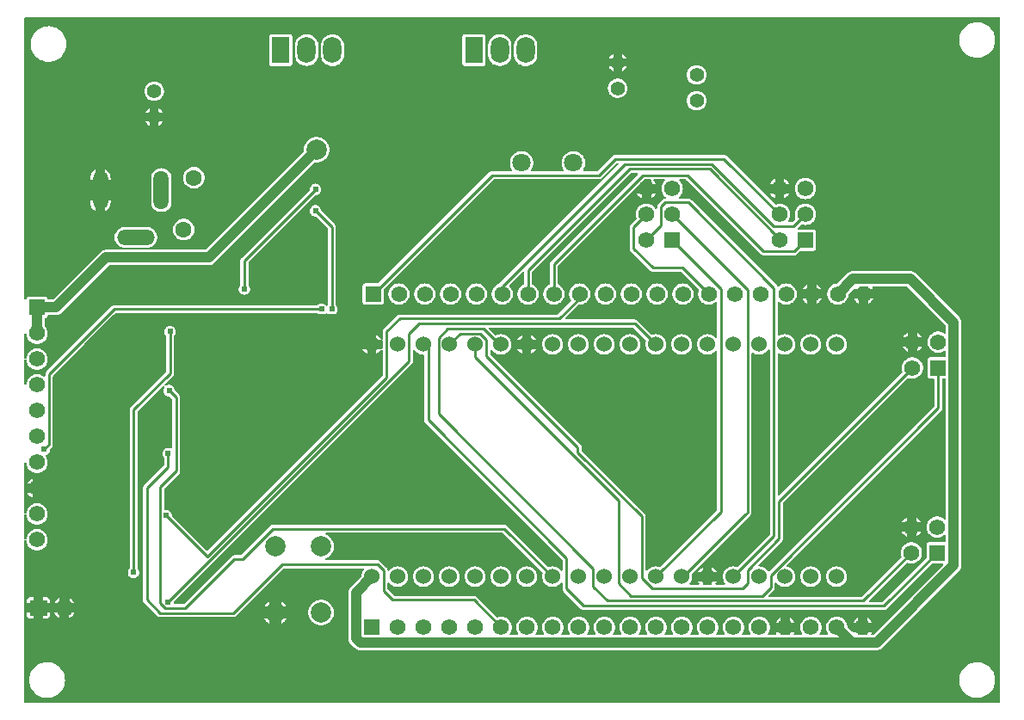
<source format=gbl>
G04 Layer: BottomLayer*
G04 EasyEDA v6.5.23, 2023-06-13 20:56:30*
G04 d7613748035a41f38142119238425102,0997c0c323a540828c61b468e30a80a1,10*
G04 Gerber Generator version 0.2*
G04 Scale: 100 percent, Rotated: No, Reflected: No *
G04 Dimensions in millimeters *
G04 leading zeros omitted , absolute positions ,4 integer and 5 decimal *
%FSLAX45Y45*%
%MOMM*%

%ADD10C,0.2600*%
%ADD11C,1.0000*%
%ADD12C,1.5240*%
%ADD13O,3.6999926000000003X1.499997*%
%ADD14O,1.499997X3.7999924*%
%ADD15C,1.6000*%
%ADD16C,1.8000*%
%ADD17R,1.7000X1.5748*%
%ADD18C,1.7000*%
%ADD19R,1.5748X1.5748*%
%ADD20C,1.5748*%
%ADD21C,1.4000*%
%ADD22C,2.0000*%
%ADD23O,1.7999964X2.5999948*%
%ADD24R,1.8000X2.6000*%
%ADD25C,0.6096*%
%ADD26C,0.0170*%

%LPD*%
G36*
X36068Y-6774180D02*
G01*
X32156Y-6773418D01*
X28905Y-6771182D01*
X26670Y-6767931D01*
X25908Y-6764020D01*
X25908Y-5181346D01*
X26873Y-5177028D01*
X29565Y-5173522D01*
X33528Y-5171541D01*
X37947Y-5171389D01*
X42011Y-5173116D01*
X44958Y-5176469D01*
X46278Y-5181650D01*
X48920Y-5195062D01*
X53340Y-5208016D01*
X59385Y-5220309D01*
X67005Y-5231688D01*
X75996Y-5241950D01*
X86309Y-5250992D01*
X97688Y-5258612D01*
X109982Y-5264658D01*
X122935Y-5269077D01*
X136347Y-5271719D01*
X150012Y-5272633D01*
X163677Y-5271719D01*
X177088Y-5269077D01*
X190042Y-5264658D01*
X202336Y-5258612D01*
X213715Y-5250992D01*
X223977Y-5241950D01*
X233019Y-5231688D01*
X240588Y-5220309D01*
X246684Y-5208016D01*
X251053Y-5195062D01*
X253746Y-5181650D01*
X254609Y-5167985D01*
X253746Y-5154320D01*
X251053Y-5140909D01*
X246684Y-5127955D01*
X240588Y-5115661D01*
X233019Y-5104282D01*
X223977Y-5094020D01*
X213715Y-5084978D01*
X202336Y-5077409D01*
X190042Y-5071313D01*
X177088Y-5066944D01*
X163677Y-5064252D01*
X150012Y-5063388D01*
X136347Y-5064252D01*
X122935Y-5066944D01*
X109982Y-5071313D01*
X97688Y-5077409D01*
X86309Y-5084978D01*
X75996Y-5094020D01*
X67005Y-5104282D01*
X59385Y-5115661D01*
X53340Y-5127955D01*
X48920Y-5140909D01*
X46278Y-5154320D01*
X44958Y-5159552D01*
X42011Y-5162854D01*
X37947Y-5164582D01*
X33528Y-5164480D01*
X29565Y-5162448D01*
X26873Y-5158943D01*
X25908Y-5154625D01*
X25908Y-4927346D01*
X26873Y-4923028D01*
X29565Y-4919522D01*
X33528Y-4917541D01*
X37947Y-4917389D01*
X42011Y-4919116D01*
X44958Y-4922469D01*
X46278Y-4927650D01*
X48920Y-4941062D01*
X53340Y-4954016D01*
X59385Y-4966309D01*
X67005Y-4977688D01*
X75996Y-4987950D01*
X86309Y-4996992D01*
X97688Y-5004612D01*
X109982Y-5010658D01*
X122935Y-5015077D01*
X136347Y-5017719D01*
X150012Y-5018633D01*
X163677Y-5017719D01*
X177088Y-5015077D01*
X190042Y-5010658D01*
X202336Y-5004612D01*
X213715Y-4996992D01*
X223977Y-4987950D01*
X233019Y-4977688D01*
X240588Y-4966309D01*
X246684Y-4954016D01*
X251053Y-4941062D01*
X253746Y-4927650D01*
X254609Y-4913985D01*
X253746Y-4900320D01*
X251053Y-4886909D01*
X246684Y-4873955D01*
X240588Y-4861661D01*
X233019Y-4850282D01*
X223977Y-4840020D01*
X213715Y-4830978D01*
X202336Y-4823409D01*
X190042Y-4817313D01*
X177088Y-4812944D01*
X163677Y-4810252D01*
X150012Y-4809388D01*
X136347Y-4810252D01*
X122935Y-4812944D01*
X109982Y-4817313D01*
X97688Y-4823409D01*
X86309Y-4830978D01*
X75996Y-4840020D01*
X67005Y-4850282D01*
X59385Y-4861661D01*
X53340Y-4873955D01*
X48920Y-4886909D01*
X46278Y-4900320D01*
X44958Y-4905552D01*
X42011Y-4908854D01*
X37947Y-4910582D01*
X33528Y-4910480D01*
X29565Y-4908448D01*
X26873Y-4904943D01*
X25908Y-4900625D01*
X25908Y-4419346D01*
X26873Y-4415028D01*
X29565Y-4411522D01*
X33528Y-4409541D01*
X37947Y-4409389D01*
X42011Y-4411116D01*
X44958Y-4414469D01*
X46278Y-4419650D01*
X48920Y-4433062D01*
X53340Y-4446016D01*
X59385Y-4458309D01*
X67005Y-4469688D01*
X75996Y-4479950D01*
X86309Y-4488992D01*
X97688Y-4496612D01*
X109982Y-4502658D01*
X122935Y-4507077D01*
X136347Y-4509719D01*
X150012Y-4510633D01*
X163677Y-4509719D01*
X177088Y-4507077D01*
X190042Y-4502658D01*
X202336Y-4496612D01*
X213715Y-4488992D01*
X223977Y-4479950D01*
X233019Y-4469688D01*
X240588Y-4458309D01*
X246684Y-4446016D01*
X251053Y-4433062D01*
X253746Y-4419650D01*
X254609Y-4405985D01*
X253746Y-4392320D01*
X251053Y-4378909D01*
X246684Y-4365955D01*
X240588Y-4353661D01*
X236321Y-4347260D01*
X234746Y-4343196D01*
X234950Y-4338878D01*
X237032Y-4335018D01*
X240487Y-4332376D01*
X248158Y-4328820D01*
X256235Y-4323181D01*
X263144Y-4316222D01*
X268782Y-4308195D01*
X272948Y-4299254D01*
X275488Y-4289806D01*
X276148Y-4282287D01*
X277063Y-4278833D01*
X279095Y-4275937D01*
X297078Y-4258056D01*
X302260Y-4251807D01*
X305866Y-4245102D01*
X308102Y-4237786D01*
X308914Y-4229608D01*
X308914Y-3560318D01*
X309676Y-3556457D01*
X311861Y-3553155D01*
X923137Y-2941878D01*
X926439Y-2939694D01*
X930351Y-2938881D01*
X2905302Y-2938881D01*
X2909214Y-2939694D01*
X2912516Y-2941878D01*
X2913786Y-2943148D01*
X2921812Y-2948787D01*
X2930702Y-2952953D01*
X2940202Y-2955493D01*
X2950006Y-2956356D01*
X2959760Y-2955493D01*
X2969260Y-2952953D01*
X2978150Y-2948787D01*
X2986227Y-2943148D01*
X2992831Y-2936544D01*
X2996082Y-2934360D01*
X2999994Y-2933598D01*
X3003905Y-2934360D01*
X3007156Y-2936544D01*
X3013760Y-2943148D01*
X3021838Y-2948787D01*
X3030728Y-2952953D01*
X3040227Y-2955493D01*
X3049981Y-2956356D01*
X3059785Y-2955493D01*
X3069285Y-2952953D01*
X3078175Y-2948787D01*
X3086201Y-2943148D01*
X3093161Y-2936240D01*
X3098800Y-2928162D01*
X3102965Y-2919272D01*
X3105505Y-2909773D01*
X3106318Y-2900019D01*
X3105505Y-2890215D01*
X3102965Y-2880715D01*
X3098800Y-2871825D01*
X3093161Y-2863748D01*
X3091891Y-2862478D01*
X3089656Y-2859176D01*
X3088894Y-2855315D01*
X3088894Y-2090521D01*
X3088132Y-2082444D01*
X3085896Y-2075129D01*
X3082290Y-2068423D01*
X3077159Y-2062124D01*
X2949092Y-1934057D01*
X2947060Y-1931162D01*
X2946146Y-1927758D01*
X2945485Y-1920189D01*
X2942945Y-1910740D01*
X2938780Y-1901799D01*
X2933141Y-1893773D01*
X2926232Y-1886813D01*
X2918155Y-1881174D01*
X2909265Y-1877060D01*
X2899765Y-1874520D01*
X2890012Y-1873656D01*
X2880207Y-1874520D01*
X2870708Y-1877060D01*
X2861818Y-1881174D01*
X2853791Y-1886813D01*
X2846832Y-1893773D01*
X2841193Y-1901799D01*
X2837027Y-1910740D01*
X2834487Y-1920189D01*
X2833624Y-1929993D01*
X2834487Y-1939798D01*
X2837027Y-1949246D01*
X2841193Y-1958187D01*
X2846832Y-1966214D01*
X2853791Y-1973173D01*
X2861818Y-1978812D01*
X2870708Y-1982927D01*
X2880207Y-1985467D01*
X2887776Y-1986127D01*
X2891180Y-1987042D01*
X2894076Y-1989074D01*
X3008122Y-2103120D01*
X3010306Y-2106422D01*
X3011068Y-2110333D01*
X3011068Y-2855315D01*
X3010306Y-2859176D01*
X3007156Y-2863443D01*
X3003905Y-2865628D01*
X2999994Y-2866390D01*
X2996082Y-2865628D01*
X2992831Y-2863443D01*
X2986227Y-2856839D01*
X2978150Y-2851200D01*
X2969260Y-2847035D01*
X2959760Y-2844495D01*
X2950006Y-2843631D01*
X2940202Y-2844495D01*
X2930702Y-2847035D01*
X2921812Y-2851200D01*
X2913786Y-2856839D01*
X2912516Y-2858109D01*
X2909214Y-2860294D01*
X2905302Y-2861106D01*
X910488Y-2861106D01*
X902411Y-2861868D01*
X895146Y-2864104D01*
X888441Y-2867660D01*
X882142Y-2872841D01*
X242824Y-3512159D01*
X237693Y-3518408D01*
X234086Y-3525113D01*
X231902Y-3532428D01*
X231089Y-3540506D01*
X231089Y-3553815D01*
X230378Y-3557625D01*
X228295Y-3560826D01*
X225145Y-3563061D01*
X221386Y-3563975D01*
X217576Y-3563416D01*
X202336Y-3553409D01*
X190042Y-3547313D01*
X177088Y-3542944D01*
X163677Y-3540251D01*
X150012Y-3539388D01*
X136347Y-3540251D01*
X122935Y-3542944D01*
X109982Y-3547313D01*
X97688Y-3553409D01*
X86309Y-3560978D01*
X75996Y-3570020D01*
X67005Y-3580282D01*
X59385Y-3591661D01*
X53340Y-3603955D01*
X48920Y-3616909D01*
X46278Y-3630320D01*
X44958Y-3635552D01*
X42011Y-3638854D01*
X37947Y-3640582D01*
X33528Y-3640480D01*
X29565Y-3638448D01*
X26873Y-3634943D01*
X25908Y-3630625D01*
X25908Y-3403346D01*
X26873Y-3399028D01*
X29565Y-3395522D01*
X33528Y-3393541D01*
X37947Y-3393389D01*
X42011Y-3395116D01*
X44958Y-3398469D01*
X46278Y-3403650D01*
X48920Y-3417062D01*
X53340Y-3430015D01*
X59385Y-3442309D01*
X67005Y-3453688D01*
X75996Y-3463950D01*
X86309Y-3472992D01*
X97688Y-3480612D01*
X109982Y-3486658D01*
X122935Y-3491077D01*
X136347Y-3493719D01*
X150012Y-3494633D01*
X163677Y-3493719D01*
X177088Y-3491077D01*
X190042Y-3486658D01*
X202336Y-3480612D01*
X213715Y-3472992D01*
X223977Y-3463950D01*
X233019Y-3453688D01*
X240588Y-3442309D01*
X246684Y-3430015D01*
X251053Y-3417062D01*
X253746Y-3403650D01*
X254609Y-3389985D01*
X253746Y-3376320D01*
X251053Y-3362909D01*
X246684Y-3349955D01*
X240588Y-3337661D01*
X233019Y-3326282D01*
X223977Y-3316020D01*
X213715Y-3306978D01*
X202336Y-3299409D01*
X190042Y-3293313D01*
X177088Y-3288944D01*
X163677Y-3286251D01*
X150012Y-3285388D01*
X136347Y-3286251D01*
X122935Y-3288944D01*
X109982Y-3293313D01*
X97688Y-3299409D01*
X86309Y-3306978D01*
X75996Y-3316020D01*
X67005Y-3326282D01*
X59385Y-3337661D01*
X53340Y-3349955D01*
X48920Y-3362909D01*
X46278Y-3376320D01*
X44958Y-3381552D01*
X42011Y-3384854D01*
X37947Y-3386582D01*
X33528Y-3386480D01*
X29565Y-3384448D01*
X26873Y-3380943D01*
X25908Y-3376625D01*
X25908Y-3149346D01*
X26873Y-3145028D01*
X29565Y-3141522D01*
X33528Y-3139541D01*
X37947Y-3139389D01*
X42011Y-3141116D01*
X44958Y-3144469D01*
X46278Y-3149650D01*
X48920Y-3163062D01*
X53340Y-3176016D01*
X59385Y-3188309D01*
X67005Y-3199688D01*
X75996Y-3209950D01*
X86309Y-3218992D01*
X97688Y-3226612D01*
X109982Y-3232658D01*
X122935Y-3237077D01*
X136347Y-3239719D01*
X150012Y-3240633D01*
X163677Y-3239719D01*
X177088Y-3237077D01*
X190042Y-3232658D01*
X202336Y-3226612D01*
X213715Y-3218992D01*
X223977Y-3209950D01*
X233019Y-3199688D01*
X240588Y-3188309D01*
X246684Y-3176016D01*
X251053Y-3163062D01*
X253746Y-3149650D01*
X254609Y-3135985D01*
X253746Y-3122320D01*
X251053Y-3108909D01*
X246684Y-3095955D01*
X240588Y-3083661D01*
X233019Y-3072282D01*
X228447Y-3067100D01*
X226567Y-3064002D01*
X225907Y-3060395D01*
X225907Y-2995980D01*
X226771Y-2991866D01*
X229260Y-2988462D01*
X232917Y-2986328D01*
X240029Y-2983992D01*
X244856Y-2980944D01*
X248920Y-2976829D01*
X251967Y-2972003D01*
X254355Y-2964891D01*
X256438Y-2961233D01*
X259842Y-2958744D01*
X264007Y-2957880D01*
X340664Y-2957830D01*
X349504Y-2957017D01*
X351942Y-2956610D01*
X360578Y-2954477D01*
X362915Y-2953715D01*
X371094Y-2950311D01*
X373329Y-2949194D01*
X382930Y-2943148D01*
X389788Y-2937510D01*
X858469Y-2468880D01*
X861771Y-2466695D01*
X865632Y-2465882D01*
X1842617Y-2465832D01*
X1851507Y-2465019D01*
X1853895Y-2464612D01*
X1862531Y-2462479D01*
X1864868Y-2461717D01*
X1873097Y-2458313D01*
X1875282Y-2457196D01*
X1882902Y-2452624D01*
X1884934Y-2451201D01*
X1891741Y-2445512D01*
X2879293Y-1458061D01*
X2882849Y-1455724D01*
X2887065Y-1455115D01*
X2900019Y-1455877D01*
X2915158Y-1454962D01*
X2930144Y-1452219D01*
X2944622Y-1447698D01*
X2958490Y-1441450D01*
X2971495Y-1433576D01*
X2983484Y-1424228D01*
X2994202Y-1413459D01*
X3003600Y-1401521D01*
X3011474Y-1388516D01*
X3017723Y-1374648D01*
X3022244Y-1360119D01*
X3024987Y-1345184D01*
X3025902Y-1329994D01*
X3024987Y-1314805D01*
X3022244Y-1299870D01*
X3017723Y-1285341D01*
X3011474Y-1271473D01*
X3003600Y-1258468D01*
X2994202Y-1246530D01*
X2983484Y-1235760D01*
X2971495Y-1226413D01*
X2958490Y-1218539D01*
X2944622Y-1212291D01*
X2930144Y-1207770D01*
X2915158Y-1205026D01*
X2900019Y-1204112D01*
X2884830Y-1205026D01*
X2869844Y-1207770D01*
X2855366Y-1212291D01*
X2841498Y-1218539D01*
X2828493Y-1226413D01*
X2816504Y-1235760D01*
X2805785Y-1246530D01*
X2796387Y-1258468D01*
X2788513Y-1271473D01*
X2782265Y-1285341D01*
X2777744Y-1299870D01*
X2775000Y-1314805D01*
X2774086Y-1329994D01*
X2774899Y-1342898D01*
X2774238Y-1347114D01*
X2771952Y-1350721D01*
X1811528Y-2311095D01*
X1808225Y-2313330D01*
X1804365Y-2314092D01*
X827328Y-2314143D01*
X818489Y-2314956D01*
X816051Y-2315362D01*
X807466Y-2317496D01*
X796899Y-2321712D01*
X794715Y-2322779D01*
X785063Y-2328824D01*
X778256Y-2334463D01*
X309524Y-2803093D01*
X306222Y-2805328D01*
X302361Y-2806090D01*
X263956Y-2806090D01*
X259842Y-2805226D01*
X256438Y-2802737D01*
X254355Y-2799080D01*
X251967Y-2791968D01*
X248920Y-2787142D01*
X244856Y-2783027D01*
X239928Y-2779979D01*
X234492Y-2778048D01*
X228193Y-2777337D01*
X71831Y-2777337D01*
X65532Y-2778048D01*
X60045Y-2779979D01*
X55168Y-2783027D01*
X51054Y-2787142D01*
X48006Y-2792018D01*
X45669Y-2798775D01*
X43637Y-2802280D01*
X40386Y-2804668D01*
X36423Y-2805633D01*
X32410Y-2804972D01*
X29006Y-2802788D01*
X26720Y-2799435D01*
X25908Y-2795473D01*
X25908Y-36068D01*
X26670Y-32156D01*
X28905Y-28905D01*
X32156Y-26670D01*
X36068Y-25908D01*
X9613900Y-25908D01*
X9617811Y-26670D01*
X9621062Y-28905D01*
X9623298Y-32156D01*
X9624060Y-36068D01*
X9624060Y-6764020D01*
X9623298Y-6767931D01*
X9621062Y-6771182D01*
X9617811Y-6773418D01*
X9613900Y-6774180D01*
G37*

%LPC*%
G36*
X254558Y-6725818D02*
G01*
X272592Y-6724446D01*
X290423Y-6721195D01*
X307797Y-6716115D01*
X324561Y-6709308D01*
X340563Y-6700774D01*
X355600Y-6690664D01*
X369468Y-6679082D01*
X382117Y-6666128D01*
X393395Y-6651904D01*
X403098Y-6636613D01*
X411175Y-6620459D01*
X417576Y-6603492D01*
X422198Y-6585966D01*
X424992Y-6568084D01*
X425907Y-6549999D01*
X424992Y-6531914D01*
X422198Y-6514033D01*
X417576Y-6496507D01*
X411175Y-6479540D01*
X403098Y-6463385D01*
X393395Y-6448094D01*
X382117Y-6433870D01*
X369468Y-6420916D01*
X355600Y-6409334D01*
X340563Y-6399225D01*
X324561Y-6390690D01*
X307797Y-6383883D01*
X290423Y-6378803D01*
X272592Y-6375552D01*
X254558Y-6374180D01*
X236423Y-6374638D01*
X218490Y-6376974D01*
X200863Y-6381089D01*
X183743Y-6387084D01*
X167335Y-6394754D01*
X151841Y-6404051D01*
X137312Y-6414922D01*
X124053Y-6427216D01*
X112064Y-6440830D01*
X101600Y-6455613D01*
X92659Y-6471361D01*
X85445Y-6487972D01*
X79908Y-6505194D01*
X76200Y-6522923D01*
X74371Y-6540957D01*
X74371Y-6559042D01*
X76200Y-6577075D01*
X79908Y-6594805D01*
X85445Y-6612026D01*
X92659Y-6628638D01*
X101600Y-6644386D01*
X112064Y-6659168D01*
X124053Y-6672783D01*
X137312Y-6685076D01*
X151841Y-6695948D01*
X167335Y-6705244D01*
X183743Y-6712915D01*
X200863Y-6718909D01*
X218490Y-6723024D01*
X236423Y-6725361D01*
G37*
G36*
X9404502Y-6725818D02*
G01*
X9422587Y-6724446D01*
X9440367Y-6721195D01*
X9457791Y-6716115D01*
X9474555Y-6709308D01*
X9490506Y-6700774D01*
X9505543Y-6690664D01*
X9519462Y-6679082D01*
X9532112Y-6666128D01*
X9543338Y-6651904D01*
X9553041Y-6636613D01*
X9561169Y-6620459D01*
X9567519Y-6603492D01*
X9572142Y-6585966D01*
X9574936Y-6568084D01*
X9575850Y-6549999D01*
X9574936Y-6531914D01*
X9572142Y-6514033D01*
X9567519Y-6496507D01*
X9561169Y-6479540D01*
X9553041Y-6463385D01*
X9543338Y-6448094D01*
X9532112Y-6433870D01*
X9519462Y-6420916D01*
X9505543Y-6409334D01*
X9490506Y-6399225D01*
X9474555Y-6390690D01*
X9457791Y-6383883D01*
X9440367Y-6378803D01*
X9422587Y-6375552D01*
X9404502Y-6374180D01*
X9386417Y-6374638D01*
X9368434Y-6376974D01*
X9350806Y-6381089D01*
X9333738Y-6387084D01*
X9317329Y-6394754D01*
X9301784Y-6404051D01*
X9287306Y-6414922D01*
X9273997Y-6427216D01*
X9262059Y-6440830D01*
X9251543Y-6455613D01*
X9242653Y-6471361D01*
X9235389Y-6487972D01*
X9229902Y-6505194D01*
X9226194Y-6522923D01*
X9224314Y-6540957D01*
X9224314Y-6559042D01*
X9226194Y-6577075D01*
X9229902Y-6594805D01*
X9235389Y-6612026D01*
X9242653Y-6628638D01*
X9251543Y-6644386D01*
X9262059Y-6659168D01*
X9273997Y-6672783D01*
X9287306Y-6685076D01*
X9301784Y-6695948D01*
X9317329Y-6705244D01*
X9333738Y-6712915D01*
X9350806Y-6718909D01*
X9368434Y-6723024D01*
X9386417Y-6725361D01*
G37*
G36*
X3330041Y-6255969D02*
G01*
X8412581Y-6255918D01*
X8421420Y-6255105D01*
X8423859Y-6254699D01*
X8432495Y-6252565D01*
X8434832Y-6251803D01*
X8443061Y-6248400D01*
X8445246Y-6247282D01*
X8452866Y-6242659D01*
X8461705Y-6235598D01*
X9225432Y-5471871D01*
X9232493Y-5463032D01*
X9237116Y-5455412D01*
X9238234Y-5453227D01*
X9241637Y-5444998D01*
X9242399Y-5442661D01*
X9244533Y-5434025D01*
X9244939Y-5431586D01*
X9245752Y-5422747D01*
X9245752Y-3027324D01*
X9244939Y-3018485D01*
X9244533Y-3016046D01*
X9242399Y-3007410D01*
X9241637Y-3005074D01*
X9238234Y-2996844D01*
X9237116Y-2994660D01*
X9232493Y-2987040D01*
X9225432Y-2978200D01*
X8791651Y-2544419D01*
X8782812Y-2537358D01*
X8775192Y-2532735D01*
X8773007Y-2531618D01*
X8764778Y-2528214D01*
X8762441Y-2527452D01*
X8753805Y-2525318D01*
X8751366Y-2524912D01*
X8742527Y-2524099D01*
X8176412Y-2524099D01*
X8167573Y-2524912D01*
X8165134Y-2525318D01*
X8156498Y-2527452D01*
X8154162Y-2528214D01*
X8145932Y-2531618D01*
X8143748Y-2532735D01*
X8136128Y-2537358D01*
X8127288Y-2544419D01*
X8028787Y-2642870D01*
X8025790Y-2644902D01*
X8022285Y-2645816D01*
X8015325Y-2646273D01*
X8001914Y-2648915D01*
X7988960Y-2653334D01*
X7976666Y-2659380D01*
X7965287Y-2667000D01*
X7955025Y-2675991D01*
X7945983Y-2686304D01*
X7938363Y-2697683D01*
X7932318Y-2709976D01*
X7927949Y-2722930D01*
X7925257Y-2736342D01*
X7924342Y-2750007D01*
X7925257Y-2763672D01*
X7927949Y-2777083D01*
X7932318Y-2790037D01*
X7938363Y-2802331D01*
X7945983Y-2813710D01*
X7955025Y-2823972D01*
X7965287Y-2833014D01*
X7976666Y-2840583D01*
X7988960Y-2846679D01*
X8001914Y-2851048D01*
X8015325Y-2853740D01*
X8028990Y-2854604D01*
X8042656Y-2853740D01*
X8056067Y-2851048D01*
X8069021Y-2846679D01*
X8081314Y-2840583D01*
X8092694Y-2833014D01*
X8102955Y-2823972D01*
X8111998Y-2813710D01*
X8119618Y-2802331D01*
X8125663Y-2790037D01*
X8130031Y-2777083D01*
X8132724Y-2763672D01*
X8133181Y-2756763D01*
X8134045Y-2753207D01*
X8136128Y-2750210D01*
X8179104Y-2707233D01*
X8182406Y-2705049D01*
X8186267Y-2704287D01*
X8237270Y-2704287D01*
X8237270Y-2685999D01*
X8238032Y-2682138D01*
X8240268Y-2678836D01*
X8243519Y-2676601D01*
X8247430Y-2675839D01*
X8318550Y-2675839D01*
X8322411Y-2676601D01*
X8325713Y-2678836D01*
X8327948Y-2682138D01*
X8328710Y-2685999D01*
X8328710Y-2704287D01*
X8376869Y-2704287D01*
X8373618Y-2697683D01*
X8369553Y-2691638D01*
X8367979Y-2687624D01*
X8368233Y-2683256D01*
X8370316Y-2679395D01*
X8373770Y-2676804D01*
X8378037Y-2675839D01*
X8704224Y-2675839D01*
X8708136Y-2676601D01*
X8711438Y-2678836D01*
X9091015Y-3058414D01*
X9093250Y-3061716D01*
X9094012Y-3065627D01*
X9094012Y-3129889D01*
X9093047Y-3134156D01*
X9090456Y-3137611D01*
X9086596Y-3139643D01*
X9082227Y-3139897D01*
X9078214Y-3138322D01*
X9069273Y-3132378D01*
X9057030Y-3126333D01*
X9044076Y-3121914D01*
X9030614Y-3119272D01*
X9017000Y-3118358D01*
X9003334Y-3119272D01*
X8989923Y-3121914D01*
X8976918Y-3126333D01*
X8964676Y-3132378D01*
X8953296Y-3139998D01*
X8942984Y-3148990D01*
X8933992Y-3159302D01*
X8926372Y-3170682D01*
X8920327Y-3182975D01*
X8915908Y-3195929D01*
X8913266Y-3209340D01*
X8912352Y-3223006D01*
X8913266Y-3236671D01*
X8915908Y-3250082D01*
X8920327Y-3263036D01*
X8926372Y-3275329D01*
X8933992Y-3286709D01*
X8942984Y-3296970D01*
X8953296Y-3306013D01*
X8964676Y-3313582D01*
X8976918Y-3319678D01*
X8989923Y-3324047D01*
X9003334Y-3326739D01*
X9017000Y-3327603D01*
X9030614Y-3326739D01*
X9044076Y-3324047D01*
X9057030Y-3319678D01*
X9069273Y-3313582D01*
X9078214Y-3307638D01*
X9082227Y-3306064D01*
X9086596Y-3306318D01*
X9090456Y-3308400D01*
X9093047Y-3311855D01*
X9094012Y-3316122D01*
X9094012Y-3362198D01*
X9093250Y-3366058D01*
X9091015Y-3369360D01*
X9087713Y-3371596D01*
X9083852Y-3372358D01*
X8938818Y-3372358D01*
X8932468Y-3373069D01*
X8927033Y-3374948D01*
X8922105Y-3378047D01*
X8918041Y-3382162D01*
X8914942Y-3387039D01*
X8913063Y-3392525D01*
X8912352Y-3398824D01*
X8912352Y-3555187D01*
X8913063Y-3561486D01*
X8914942Y-3566922D01*
X8918041Y-3571849D01*
X8922105Y-3575913D01*
X8927033Y-3579012D01*
X8932468Y-3580942D01*
X8938818Y-3581654D01*
X8967927Y-3581654D01*
X8971838Y-3582415D01*
X8975140Y-3584600D01*
X8977325Y-3587902D01*
X8978087Y-3591814D01*
X8978087Y-3852672D01*
X8977325Y-3856532D01*
X8975140Y-3859834D01*
X7355382Y-5479592D01*
X7351572Y-5481980D01*
X7347102Y-5482488D01*
X7342835Y-5481015D01*
X7339634Y-5477865D01*
X7336180Y-5472430D01*
X7327392Y-5462016D01*
X7317231Y-5452872D01*
X7306005Y-5445150D01*
X7293864Y-5439003D01*
X7280960Y-5434533D01*
X7267600Y-5431840D01*
X7257592Y-5431129D01*
X7253884Y-5430164D01*
X7250785Y-5427878D01*
X7248753Y-5424576D01*
X7248144Y-5420766D01*
X7248956Y-5417007D01*
X7251090Y-5413806D01*
X7477201Y-5187899D01*
X7482382Y-5181600D01*
X7485989Y-5174894D01*
X7488174Y-5167630D01*
X7488986Y-5159552D01*
X7488986Y-4810252D01*
X7489748Y-4806391D01*
X7491933Y-4803089D01*
X8717280Y-3577742D01*
X8720378Y-3575608D01*
X8724036Y-3574745D01*
X8727744Y-3575304D01*
X8735923Y-3578047D01*
X8749334Y-3580739D01*
X8763000Y-3581603D01*
X8776614Y-3580739D01*
X8790076Y-3578047D01*
X8803030Y-3573678D01*
X8815273Y-3567582D01*
X8826652Y-3560013D01*
X8836964Y-3550970D01*
X8846007Y-3540709D01*
X8853576Y-3529329D01*
X8859621Y-3517036D01*
X8864041Y-3504082D01*
X8866733Y-3490671D01*
X8867597Y-3477006D01*
X8866733Y-3463340D01*
X8864041Y-3449929D01*
X8859621Y-3436975D01*
X8853576Y-3424682D01*
X8846007Y-3413302D01*
X8836964Y-3402990D01*
X8826652Y-3393998D01*
X8815273Y-3386378D01*
X8803030Y-3380333D01*
X8790076Y-3375914D01*
X8776614Y-3373272D01*
X8763000Y-3372358D01*
X8749334Y-3373272D01*
X8735923Y-3375914D01*
X8722918Y-3380333D01*
X8710676Y-3386378D01*
X8699296Y-3393998D01*
X8688984Y-3402990D01*
X8679992Y-3413302D01*
X8672372Y-3424682D01*
X8666327Y-3436975D01*
X8661908Y-3449929D01*
X8659266Y-3463340D01*
X8658352Y-3477006D01*
X8659266Y-3490671D01*
X8661908Y-3504082D01*
X8664702Y-3512261D01*
X8665210Y-3515969D01*
X8664397Y-3519627D01*
X8662263Y-3522726D01*
X7456220Y-4728768D01*
X7452918Y-4730953D01*
X7449058Y-4731715D01*
X7445146Y-4730953D01*
X7441844Y-4728768D01*
X7439659Y-4725466D01*
X7438898Y-4721555D01*
X7438898Y-3342284D01*
X7439761Y-3338118D01*
X7442301Y-3334715D01*
X7445959Y-3332581D01*
X7450226Y-3332175D01*
X7454239Y-3333546D01*
X7461961Y-3338118D01*
X7474508Y-3343452D01*
X7487666Y-3347008D01*
X7501178Y-3348837D01*
X7514793Y-3348837D01*
X7528306Y-3347008D01*
X7541463Y-3343452D01*
X7554010Y-3338118D01*
X7565745Y-3331159D01*
X7576464Y-3322726D01*
X7585964Y-3312922D01*
X7594041Y-3301898D01*
X7600594Y-3289960D01*
X7605471Y-3277260D01*
X7608671Y-3263950D01*
X7609992Y-3250387D01*
X7609586Y-3236772D01*
X7607300Y-3223310D01*
X7603236Y-3210306D01*
X7597495Y-3197910D01*
X7590180Y-3186430D01*
X7581392Y-3176016D01*
X7571231Y-3166872D01*
X7560005Y-3159150D01*
X7547864Y-3153003D01*
X7534960Y-3148533D01*
X7521600Y-3145840D01*
X7507986Y-3144926D01*
X7494371Y-3145840D01*
X7481011Y-3148533D01*
X7468158Y-3153003D01*
X7455966Y-3159150D01*
X7454798Y-3159963D01*
X7450734Y-3161588D01*
X7446365Y-3161385D01*
X7442504Y-3159353D01*
X7439812Y-3155848D01*
X7438898Y-3151581D01*
X7438898Y-2839262D01*
X7439609Y-2835503D01*
X7441692Y-2832252D01*
X7444841Y-2830017D01*
X7448600Y-2829153D01*
X7452410Y-2829712D01*
X7455763Y-2831642D01*
X7457287Y-2833014D01*
X7468666Y-2840583D01*
X7480960Y-2846679D01*
X7493914Y-2851048D01*
X7507325Y-2853740D01*
X7520990Y-2854604D01*
X7534656Y-2853740D01*
X7548067Y-2851048D01*
X7561021Y-2846679D01*
X7573314Y-2840583D01*
X7584694Y-2833014D01*
X7594955Y-2823972D01*
X7603998Y-2813710D01*
X7611618Y-2802331D01*
X7617663Y-2790037D01*
X7622031Y-2777083D01*
X7624724Y-2763672D01*
X7625638Y-2750007D01*
X7624724Y-2736342D01*
X7622031Y-2722930D01*
X7617663Y-2709976D01*
X7611618Y-2697683D01*
X7603998Y-2686304D01*
X7594955Y-2675991D01*
X7584694Y-2667000D01*
X7573314Y-2659380D01*
X7561021Y-2653334D01*
X7548067Y-2648915D01*
X7534656Y-2646273D01*
X7520990Y-2645359D01*
X7507325Y-2646273D01*
X7493914Y-2648915D01*
X7480960Y-2653334D01*
X7468666Y-2659380D01*
X7457287Y-2667000D01*
X7449362Y-2673908D01*
X7446264Y-2675788D01*
X7442708Y-2676448D01*
X7439101Y-2675788D01*
X7436002Y-2673908D01*
X7433716Y-2671064D01*
X7432294Y-2668422D01*
X7427163Y-2662123D01*
X6587845Y-1822856D01*
X6581597Y-1817674D01*
X6574840Y-1814118D01*
X6567576Y-1811883D01*
X6559499Y-1811070D01*
X6472326Y-1811070D01*
X6468364Y-1810257D01*
X6465011Y-1807972D01*
X6462826Y-1804517D01*
X6462166Y-1800504D01*
X6463182Y-1796542D01*
X6465620Y-1793290D01*
X6473952Y-1785975D01*
X6482994Y-1775663D01*
X6490614Y-1764284D01*
X6496659Y-1752041D01*
X6501028Y-1739087D01*
X6503720Y-1725675D01*
X6504635Y-1712010D01*
X6503720Y-1698345D01*
X6501028Y-1684934D01*
X6496659Y-1671980D01*
X6490614Y-1659686D01*
X6482994Y-1648307D01*
X6473952Y-1637995D01*
X6472478Y-1636725D01*
X6469989Y-1633474D01*
X6469024Y-1629511D01*
X6469684Y-1625498D01*
X6471818Y-1622044D01*
X6475171Y-1619707D01*
X6479184Y-1618894D01*
X6529679Y-1618894D01*
X6533540Y-1619656D01*
X6536842Y-1621891D01*
X7272121Y-2357170D01*
X7278420Y-2362301D01*
X7285126Y-2365908D01*
X7292390Y-2368092D01*
X7300468Y-2368905D01*
X7599476Y-2368905D01*
X7607553Y-2368092D01*
X7614869Y-2365908D01*
X7621574Y-2362301D01*
X7627823Y-2357170D01*
X7657388Y-2327605D01*
X7660690Y-2325420D01*
X7664551Y-2324658D01*
X7788148Y-2324658D01*
X7794498Y-2323947D01*
X7799933Y-2322017D01*
X7804861Y-2318918D01*
X7808925Y-2314854D01*
X7812024Y-2309926D01*
X7813903Y-2304491D01*
X7814614Y-2298141D01*
X7814614Y-2141829D01*
X7813903Y-2135479D01*
X7812024Y-2130044D01*
X7808925Y-2125167D01*
X7804861Y-2121052D01*
X7799933Y-2117953D01*
X7794498Y-2116074D01*
X7788148Y-2115362D01*
X7640066Y-2115362D01*
X7636205Y-2114550D01*
X7632903Y-2112365D01*
X7630718Y-2109063D01*
X7629906Y-2105202D01*
X7630718Y-2101291D01*
X7632903Y-2097989D01*
X7664196Y-2066696D01*
X7667294Y-2064562D01*
X7670952Y-2063750D01*
X7674660Y-2064257D01*
X7682890Y-2067052D01*
X7696352Y-2069744D01*
X7709966Y-2070607D01*
X7723631Y-2069744D01*
X7737043Y-2067052D01*
X7750048Y-2062632D01*
X7762290Y-2056587D01*
X7773670Y-2049018D01*
X7783982Y-2039975D01*
X7792974Y-2029663D01*
X7800594Y-2018284D01*
X7806639Y-2006041D01*
X7811058Y-1993087D01*
X7813700Y-1979675D01*
X7814614Y-1966010D01*
X7813700Y-1952345D01*
X7811058Y-1938934D01*
X7806639Y-1925980D01*
X7800594Y-1913686D01*
X7792974Y-1902307D01*
X7783982Y-1891995D01*
X7773670Y-1883003D01*
X7762290Y-1875383D01*
X7750048Y-1869338D01*
X7737043Y-1864918D01*
X7723631Y-1862277D01*
X7709966Y-1861362D01*
X7696352Y-1862277D01*
X7682890Y-1864918D01*
X7669936Y-1869338D01*
X7657693Y-1875383D01*
X7646314Y-1883003D01*
X7636002Y-1891995D01*
X7626959Y-1902307D01*
X7619390Y-1913686D01*
X7613345Y-1925980D01*
X7608925Y-1938934D01*
X7606233Y-1952345D01*
X7605369Y-1966010D01*
X7606233Y-1979675D01*
X7608925Y-1993087D01*
X7611668Y-2001164D01*
X7612176Y-2004872D01*
X7611364Y-2008530D01*
X7609230Y-2011629D01*
X7582712Y-2038146D01*
X7579410Y-2040331D01*
X7575550Y-2041093D01*
X7550353Y-2041093D01*
X7546136Y-2040178D01*
X7542631Y-2037537D01*
X7540599Y-2033676D01*
X7540345Y-2029358D01*
X7541920Y-2025294D01*
X7546594Y-2018284D01*
X7552639Y-2006041D01*
X7557058Y-1993087D01*
X7559700Y-1979675D01*
X7560614Y-1966010D01*
X7559700Y-1952345D01*
X7557058Y-1938934D01*
X7552639Y-1925980D01*
X7546594Y-1913686D01*
X7538974Y-1902307D01*
X7529982Y-1891995D01*
X7519670Y-1883003D01*
X7508290Y-1875383D01*
X7496048Y-1869338D01*
X7483043Y-1864918D01*
X7469631Y-1862277D01*
X7455966Y-1861362D01*
X7442352Y-1862277D01*
X7428890Y-1864918D01*
X7420711Y-1867712D01*
X7417003Y-1868220D01*
X7413396Y-1867407D01*
X7410297Y-1865274D01*
X6937857Y-1392834D01*
X6931558Y-1387703D01*
X6924852Y-1384096D01*
X6917588Y-1381861D01*
X6909511Y-1381099D01*
X5840476Y-1381099D01*
X5832398Y-1381861D01*
X5825134Y-1384096D01*
X5818378Y-1387703D01*
X5812129Y-1392834D01*
X5666841Y-1538122D01*
X5663539Y-1540306D01*
X5659678Y-1541068D01*
X5532374Y-1541068D01*
X5528157Y-1540154D01*
X5524703Y-1537614D01*
X5522620Y-1533804D01*
X5522315Y-1529537D01*
X5523788Y-1525473D01*
X5529935Y-1515770D01*
X5536133Y-1502613D01*
X5540603Y-1488795D01*
X5543346Y-1474470D01*
X5544261Y-1459941D01*
X5543346Y-1445412D01*
X5540603Y-1431137D01*
X5536133Y-1417320D01*
X5529935Y-1404112D01*
X5522112Y-1391818D01*
X5512866Y-1380642D01*
X5502249Y-1370685D01*
X5490464Y-1362100D01*
X5477713Y-1355090D01*
X5464200Y-1349756D01*
X5450078Y-1346149D01*
X5435650Y-1344320D01*
X5421122Y-1344320D01*
X5406644Y-1346149D01*
X5392572Y-1349756D01*
X5379059Y-1355090D01*
X5366308Y-1362100D01*
X5354523Y-1370685D01*
X5343906Y-1380642D01*
X5334609Y-1391818D01*
X5326837Y-1404112D01*
X5320639Y-1417320D01*
X5316118Y-1431137D01*
X5313426Y-1445412D01*
X5312511Y-1459941D01*
X5313426Y-1474470D01*
X5316118Y-1488795D01*
X5320639Y-1502613D01*
X5326837Y-1515770D01*
X5332984Y-1525473D01*
X5334457Y-1529537D01*
X5334152Y-1533804D01*
X5332069Y-1537614D01*
X5328615Y-1540154D01*
X5324398Y-1541068D01*
X5022342Y-1541068D01*
X5018125Y-1540154D01*
X5014671Y-1537614D01*
X5012588Y-1533804D01*
X5012283Y-1529537D01*
X5013756Y-1525473D01*
X5019903Y-1515770D01*
X5026101Y-1502613D01*
X5030571Y-1488795D01*
X5033314Y-1474470D01*
X5034229Y-1459941D01*
X5033314Y-1445412D01*
X5030571Y-1431137D01*
X5026101Y-1417320D01*
X5019903Y-1404112D01*
X5012080Y-1391818D01*
X5002834Y-1380642D01*
X4992217Y-1370685D01*
X4980432Y-1362100D01*
X4967681Y-1355090D01*
X4954168Y-1349756D01*
X4940046Y-1346149D01*
X4925618Y-1344320D01*
X4911090Y-1344320D01*
X4896612Y-1346149D01*
X4882540Y-1349756D01*
X4869027Y-1355090D01*
X4856276Y-1362100D01*
X4844491Y-1370685D01*
X4833874Y-1380642D01*
X4824577Y-1391818D01*
X4816805Y-1404112D01*
X4810607Y-1417320D01*
X4806086Y-1431137D01*
X4803394Y-1445412D01*
X4802479Y-1459941D01*
X4803394Y-1474470D01*
X4806086Y-1488795D01*
X4810607Y-1502613D01*
X4816805Y-1515770D01*
X4822952Y-1525473D01*
X4824425Y-1529537D01*
X4824120Y-1533804D01*
X4822037Y-1537614D01*
X4818583Y-1540154D01*
X4814366Y-1541068D01*
X4627473Y-1541068D01*
X4619396Y-1541881D01*
X4612132Y-1544116D01*
X4605426Y-1547672D01*
X4599127Y-1552854D01*
X3509619Y-2642362D01*
X3506317Y-2644597D01*
X3502406Y-2645359D01*
X3378809Y-2645359D01*
X3372510Y-2646070D01*
X3367024Y-2647950D01*
X3362147Y-2651048D01*
X3358032Y-2655163D01*
X3354984Y-2660040D01*
X3353054Y-2665526D01*
X3352342Y-2671826D01*
X3352342Y-2828188D01*
X3353054Y-2834487D01*
X3354984Y-2839923D01*
X3358032Y-2844850D01*
X3362147Y-2848914D01*
X3367024Y-2852013D01*
X3372510Y-2853944D01*
X3378809Y-2854655D01*
X3535172Y-2854655D01*
X3541471Y-2853944D01*
X3546957Y-2852013D01*
X3551834Y-2848914D01*
X3555949Y-2844850D01*
X3558997Y-2839923D01*
X3560927Y-2834487D01*
X3561638Y-2828188D01*
X3561638Y-2704592D01*
X3562400Y-2700680D01*
X3564636Y-2697378D01*
X4640122Y-1621891D01*
X4643424Y-1619656D01*
X4647336Y-1618894D01*
X5679490Y-1618894D01*
X5687568Y-1618132D01*
X5694883Y-1615897D01*
X5701588Y-1612290D01*
X5707837Y-1607159D01*
X5853125Y-1461871D01*
X5856427Y-1459687D01*
X5861354Y-1458925D01*
X5865215Y-1459687D01*
X5868517Y-1461871D01*
X5870702Y-1465173D01*
X5871514Y-1469085D01*
X5870702Y-1472946D01*
X5868517Y-1476248D01*
X4699762Y-2645257D01*
X4697374Y-2648204D01*
X4695291Y-2650083D01*
X4692751Y-2651353D01*
X4686960Y-2653334D01*
X4674666Y-2659380D01*
X4663287Y-2667000D01*
X4653026Y-2675991D01*
X4643983Y-2686304D01*
X4636363Y-2697683D01*
X4630318Y-2709976D01*
X4625949Y-2722930D01*
X4623257Y-2736342D01*
X4622342Y-2750007D01*
X4623257Y-2763672D01*
X4625949Y-2777083D01*
X4630318Y-2790037D01*
X4636363Y-2802331D01*
X4643983Y-2813710D01*
X4653026Y-2823972D01*
X4663287Y-2833014D01*
X4674666Y-2840583D01*
X4686960Y-2846679D01*
X4699914Y-2851048D01*
X4713325Y-2853740D01*
X4726990Y-2854604D01*
X4740656Y-2853740D01*
X4754067Y-2851048D01*
X4767021Y-2846679D01*
X4779314Y-2840583D01*
X4790694Y-2833014D01*
X4800955Y-2823972D01*
X4809998Y-2813710D01*
X4817618Y-2802331D01*
X4823663Y-2790037D01*
X4828032Y-2777083D01*
X4830724Y-2763672D01*
X4831638Y-2750007D01*
X4830724Y-2736342D01*
X4828032Y-2722930D01*
X4823663Y-2709976D01*
X4817618Y-2697683D01*
X4809998Y-2686304D01*
X4800955Y-2675991D01*
X4797450Y-2672892D01*
X4794961Y-2669641D01*
X4793996Y-2665628D01*
X4794707Y-2661564D01*
X4796942Y-2658110D01*
X4924704Y-2530348D01*
X4928006Y-2528112D01*
X4931867Y-2527350D01*
X4935778Y-2528112D01*
X4939080Y-2530348D01*
X4941265Y-2533650D01*
X4942027Y-2537510D01*
X4942027Y-2646476D01*
X4941316Y-2650185D01*
X4939385Y-2653334D01*
X4936388Y-2655570D01*
X4928666Y-2659380D01*
X4917287Y-2667000D01*
X4907026Y-2675991D01*
X4897983Y-2686304D01*
X4890363Y-2697683D01*
X4884318Y-2709976D01*
X4879949Y-2722930D01*
X4877257Y-2736342D01*
X4876342Y-2750007D01*
X4877257Y-2763672D01*
X4879949Y-2777083D01*
X4884318Y-2790037D01*
X4890363Y-2802331D01*
X4897983Y-2813710D01*
X4907026Y-2823972D01*
X4917287Y-2833014D01*
X4928666Y-2840583D01*
X4940960Y-2846679D01*
X4953914Y-2851048D01*
X4967325Y-2853740D01*
X4980990Y-2854604D01*
X4994656Y-2853740D01*
X5008067Y-2851048D01*
X5021021Y-2846679D01*
X5033314Y-2840583D01*
X5044694Y-2833014D01*
X5054955Y-2823972D01*
X5063998Y-2813710D01*
X5071618Y-2802331D01*
X5077663Y-2790037D01*
X5082032Y-2777083D01*
X5084724Y-2763672D01*
X5085638Y-2750007D01*
X5084724Y-2736342D01*
X5082032Y-2722930D01*
X5077663Y-2709976D01*
X5071618Y-2697683D01*
X5063998Y-2686304D01*
X5054955Y-2675991D01*
X5044694Y-2667000D01*
X5033314Y-2659380D01*
X5025491Y-2655570D01*
X5022494Y-2653284D01*
X5020564Y-2650134D01*
X5019852Y-2646426D01*
X5019852Y-2539238D01*
X5020614Y-2535377D01*
X5022799Y-2532075D01*
X5993079Y-1561795D01*
X5996381Y-1559610D01*
X6000242Y-1558848D01*
X6051600Y-1558848D01*
X6055461Y-1559610D01*
X6058763Y-1561795D01*
X6060998Y-1565097D01*
X6061760Y-1569008D01*
X6060998Y-1572869D01*
X6058763Y-1576171D01*
X5207812Y-2427122D01*
X5202682Y-2433421D01*
X5199075Y-2440127D01*
X5196890Y-2447391D01*
X5196078Y-2455468D01*
X5196078Y-2646476D01*
X5195417Y-2650134D01*
X5193436Y-2653334D01*
X5190439Y-2655570D01*
X5182666Y-2659380D01*
X5171287Y-2667000D01*
X5161026Y-2675991D01*
X5151983Y-2686304D01*
X5144363Y-2697683D01*
X5138318Y-2709976D01*
X5133949Y-2722930D01*
X5131257Y-2736342D01*
X5130342Y-2750007D01*
X5131257Y-2763672D01*
X5133949Y-2777083D01*
X5138318Y-2790037D01*
X5144363Y-2802331D01*
X5151983Y-2813710D01*
X5161026Y-2823972D01*
X5171287Y-2833014D01*
X5182666Y-2840583D01*
X5194960Y-2846679D01*
X5207914Y-2851048D01*
X5221325Y-2853740D01*
X5234990Y-2854604D01*
X5248656Y-2853740D01*
X5262067Y-2851048D01*
X5275021Y-2846679D01*
X5287314Y-2840583D01*
X5298694Y-2833014D01*
X5308955Y-2823972D01*
X5317998Y-2813710D01*
X5325618Y-2802331D01*
X5331663Y-2790037D01*
X5336032Y-2777083D01*
X5338724Y-2763672D01*
X5339638Y-2750007D01*
X5338724Y-2736342D01*
X5336032Y-2722930D01*
X5331663Y-2709976D01*
X5325618Y-2697683D01*
X5317998Y-2686304D01*
X5308955Y-2675991D01*
X5298694Y-2667000D01*
X5287314Y-2659380D01*
X5279593Y-2655570D01*
X5276596Y-2653334D01*
X5274614Y-2650134D01*
X5273903Y-2646476D01*
X5273903Y-2475331D01*
X5274665Y-2471420D01*
X5276900Y-2468118D01*
X6075781Y-1669237D01*
X6079032Y-1667052D01*
X6082944Y-1666290D01*
X6100267Y-1666290D01*
X6100267Y-1648968D01*
X6101029Y-1645056D01*
X6103264Y-1641754D01*
X6123127Y-1621891D01*
X6126429Y-1619656D01*
X6130290Y-1618894D01*
X6181547Y-1618894D01*
X6185458Y-1619656D01*
X6188710Y-1621891D01*
X6190945Y-1625193D01*
X6191707Y-1629054D01*
X6191707Y-1666290D01*
X6239865Y-1666290D01*
X6236614Y-1659686D01*
X6228994Y-1648307D01*
X6219952Y-1637995D01*
X6218478Y-1636725D01*
X6215989Y-1633474D01*
X6215024Y-1629511D01*
X6215684Y-1625498D01*
X6217818Y-1622044D01*
X6221171Y-1619707D01*
X6225184Y-1618894D01*
X6320790Y-1618894D01*
X6324803Y-1619707D01*
X6328156Y-1622044D01*
X6330289Y-1625498D01*
X6330950Y-1629511D01*
X6329984Y-1633474D01*
X6327495Y-1636725D01*
X6326022Y-1637995D01*
X6316980Y-1648307D01*
X6309360Y-1659686D01*
X6303314Y-1671980D01*
X6298946Y-1684934D01*
X6296253Y-1698345D01*
X6295339Y-1712010D01*
X6296253Y-1725675D01*
X6298946Y-1739087D01*
X6303314Y-1752041D01*
X6309360Y-1764284D01*
X6316980Y-1775663D01*
X6326022Y-1785975D01*
X6334556Y-1793493D01*
X6336944Y-1796592D01*
X6338011Y-1800352D01*
X6337554Y-1804263D01*
X6335674Y-1807667D01*
X6332626Y-1810105D01*
X6328867Y-1811223D01*
X6322415Y-1811883D01*
X6315100Y-1814118D01*
X6308394Y-1817674D01*
X6302146Y-1822856D01*
X6262827Y-1862124D01*
X6257696Y-1868424D01*
X6254089Y-1875129D01*
X6251854Y-1882393D01*
X6251092Y-1890471D01*
X6251092Y-1901850D01*
X6250178Y-1906066D01*
X6247638Y-1909521D01*
X6243878Y-1911604D01*
X6239611Y-1911959D01*
X6235547Y-1910486D01*
X6232448Y-1907489D01*
X6228994Y-1902307D01*
X6219952Y-1891995D01*
X6209690Y-1883003D01*
X6198311Y-1875383D01*
X6186017Y-1869338D01*
X6173063Y-1864918D01*
X6159652Y-1862277D01*
X6145987Y-1861362D01*
X6132322Y-1862277D01*
X6118910Y-1864918D01*
X6105956Y-1869338D01*
X6093663Y-1875383D01*
X6082284Y-1883003D01*
X6072022Y-1891995D01*
X6062980Y-1902307D01*
X6055360Y-1913686D01*
X6049314Y-1925980D01*
X6044946Y-1938934D01*
X6042253Y-1952345D01*
X6041339Y-1966010D01*
X6042253Y-1979675D01*
X6044946Y-1993087D01*
X6047689Y-2001266D01*
X6048248Y-2004974D01*
X6047384Y-2008632D01*
X6045250Y-2011680D01*
X5992825Y-2064156D01*
X5987694Y-2070404D01*
X5984087Y-2077110D01*
X5981852Y-2084425D01*
X5981090Y-2092502D01*
X5981090Y-2299512D01*
X5981852Y-2307590D01*
X5984087Y-2314854D01*
X5987694Y-2321560D01*
X5992825Y-2327859D01*
X6182106Y-2517140D01*
X6188405Y-2522321D01*
X6195110Y-2525877D01*
X6202426Y-2528112D01*
X6210503Y-2528925D01*
X6478676Y-2528925D01*
X6482537Y-2529687D01*
X6485839Y-2531872D01*
X6658254Y-2704287D01*
X6660388Y-2707386D01*
X6661251Y-2711043D01*
X6660692Y-2714752D01*
X6657949Y-2722930D01*
X6655257Y-2736342D01*
X6654342Y-2750007D01*
X6655257Y-2763672D01*
X6657949Y-2777083D01*
X6662318Y-2790037D01*
X6668363Y-2802331D01*
X6675983Y-2813710D01*
X6685025Y-2823972D01*
X6695287Y-2833014D01*
X6706666Y-2840583D01*
X6718960Y-2846679D01*
X6731914Y-2851048D01*
X6745325Y-2853740D01*
X6758990Y-2854604D01*
X6772656Y-2853740D01*
X6786067Y-2851048D01*
X6799021Y-2846679D01*
X6811314Y-2840583D01*
X6822694Y-2833014D01*
X6824319Y-2831541D01*
X6827672Y-2829610D01*
X6831482Y-2829052D01*
X6835241Y-2829915D01*
X6838391Y-2832150D01*
X6840474Y-2835402D01*
X6841185Y-2839212D01*
X6841185Y-3174085D01*
X6840372Y-3178098D01*
X6838035Y-3181451D01*
X6834530Y-3183636D01*
X6830466Y-3184245D01*
X6826503Y-3183178D01*
X6823252Y-3180638D01*
X6819392Y-3176016D01*
X6809231Y-3166872D01*
X6798005Y-3159150D01*
X6785864Y-3153003D01*
X6772960Y-3148533D01*
X6759600Y-3145840D01*
X6745986Y-3144926D01*
X6732371Y-3145840D01*
X6719011Y-3148533D01*
X6706158Y-3153003D01*
X6693966Y-3159150D01*
X6682740Y-3166872D01*
X6672630Y-3176016D01*
X6663791Y-3186430D01*
X6656476Y-3197910D01*
X6650736Y-3210306D01*
X6646672Y-3223310D01*
X6644436Y-3236772D01*
X6643979Y-3250387D01*
X6645300Y-3263950D01*
X6648500Y-3277260D01*
X6653377Y-3289960D01*
X6659930Y-3301898D01*
X6668008Y-3312922D01*
X6677507Y-3322726D01*
X6688226Y-3331159D01*
X6699961Y-3338118D01*
X6712508Y-3343452D01*
X6725666Y-3347008D01*
X6739178Y-3348837D01*
X6752793Y-3348837D01*
X6766306Y-3347008D01*
X6779463Y-3343452D01*
X6792010Y-3338118D01*
X6803745Y-3331159D01*
X6814464Y-3322726D01*
X6823709Y-3313125D01*
X6827012Y-3310839D01*
X6830923Y-3310026D01*
X6834835Y-3310788D01*
X6838188Y-3312972D01*
X6840423Y-3316274D01*
X6841185Y-3320186D01*
X6841185Y-4870704D01*
X6840423Y-4874564D01*
X6838188Y-4877866D01*
X6281623Y-5434279D01*
X6278524Y-5436362D01*
X6274816Y-5437225D01*
X6271107Y-5436666D01*
X6264960Y-5434533D01*
X6251600Y-5431840D01*
X6237986Y-5430926D01*
X6224371Y-5431840D01*
X6211011Y-5434533D01*
X6198158Y-5439003D01*
X6185966Y-5445150D01*
X6174740Y-5452872D01*
X6164630Y-5462016D01*
X6156909Y-5471160D01*
X6153658Y-5473700D01*
X6149695Y-5474716D01*
X6145631Y-5474106D01*
X6142126Y-5471972D01*
X6139789Y-5468620D01*
X6138976Y-5464606D01*
X6138976Y-4940554D01*
X6138164Y-4932476D01*
X6135979Y-4925161D01*
X6132372Y-4918456D01*
X6127242Y-4912156D01*
X5511850Y-4296816D01*
X5509666Y-4293514D01*
X5508904Y-4289653D01*
X5508904Y-4260494D01*
X5508091Y-4252417D01*
X5505907Y-4245102D01*
X5502300Y-4238396D01*
X5497169Y-4232148D01*
X4611878Y-3346856D01*
X4609693Y-3343554D01*
X4608880Y-3339693D01*
X4608880Y-3306876D01*
X4609795Y-3302711D01*
X4612233Y-3299307D01*
X4615891Y-3297174D01*
X4620107Y-3296767D01*
X4624120Y-3298037D01*
X4627270Y-3300882D01*
X4636058Y-3312922D01*
X4645507Y-3322726D01*
X4656226Y-3331159D01*
X4667961Y-3338118D01*
X4680508Y-3343452D01*
X4693666Y-3347008D01*
X4707178Y-3348837D01*
X4720793Y-3348837D01*
X4734306Y-3347008D01*
X4747463Y-3343452D01*
X4760010Y-3338118D01*
X4771745Y-3331159D01*
X4782464Y-3322726D01*
X4791964Y-3312922D01*
X4800041Y-3301898D01*
X4806594Y-3289960D01*
X4811471Y-3277260D01*
X4814671Y-3263950D01*
X4815992Y-3250387D01*
X4815586Y-3236772D01*
X4813300Y-3223310D01*
X4809236Y-3210306D01*
X4803495Y-3197910D01*
X4796180Y-3186430D01*
X4787392Y-3176016D01*
X4777232Y-3166872D01*
X4766005Y-3159150D01*
X4753864Y-3153003D01*
X4740960Y-3148533D01*
X4727600Y-3145840D01*
X4713986Y-3144926D01*
X4700371Y-3145840D01*
X4687011Y-3148533D01*
X4674158Y-3153003D01*
X4669993Y-3155086D01*
X4665929Y-3156153D01*
X4661763Y-3155492D01*
X4658258Y-3153206D01*
X4601159Y-3096107D01*
X4598924Y-3092805D01*
X4598162Y-3088944D01*
X4598924Y-3085033D01*
X4601159Y-3081731D01*
X4604461Y-3079546D01*
X4608322Y-3078784D01*
X6010656Y-3078784D01*
X6014516Y-3079546D01*
X6017818Y-3081731D01*
X6139230Y-3203194D01*
X6141313Y-3206191D01*
X6142228Y-3209747D01*
X6141770Y-3213354D01*
X6138672Y-3223310D01*
X6136436Y-3236772D01*
X6135979Y-3250387D01*
X6137300Y-3263950D01*
X6140500Y-3277260D01*
X6145377Y-3289960D01*
X6151930Y-3301898D01*
X6160008Y-3312922D01*
X6169507Y-3322726D01*
X6180226Y-3331159D01*
X6191961Y-3338118D01*
X6204508Y-3343452D01*
X6217666Y-3347008D01*
X6231178Y-3348837D01*
X6244793Y-3348837D01*
X6258306Y-3347008D01*
X6271463Y-3343452D01*
X6284010Y-3338118D01*
X6295745Y-3331159D01*
X6306464Y-3322726D01*
X6315964Y-3312922D01*
X6324041Y-3301898D01*
X6330594Y-3289960D01*
X6335471Y-3277260D01*
X6338671Y-3263950D01*
X6339992Y-3250387D01*
X6339586Y-3236772D01*
X6337300Y-3223310D01*
X6333236Y-3210306D01*
X6327495Y-3197910D01*
X6320180Y-3186430D01*
X6311392Y-3176016D01*
X6301232Y-3166872D01*
X6290005Y-3159150D01*
X6277864Y-3153003D01*
X6264960Y-3148533D01*
X6251600Y-3145840D01*
X6237986Y-3144926D01*
X6224371Y-3145840D01*
X6211011Y-3148533D01*
X6204915Y-3150666D01*
X6201156Y-3151225D01*
X6197498Y-3150362D01*
X6194399Y-3148228D01*
X6058865Y-3012694D01*
X6052566Y-3007563D01*
X6045860Y-3003956D01*
X6038545Y-3001772D01*
X6030468Y-3000959D01*
X5358688Y-3000959D01*
X5354828Y-3000197D01*
X5351526Y-2998012D01*
X5349290Y-2994710D01*
X5348528Y-2990799D01*
X5349290Y-2986938D01*
X5351526Y-2983636D01*
X5477611Y-2857347D01*
X5481218Y-2855010D01*
X5485485Y-2854401D01*
X5488990Y-2854604D01*
X5502656Y-2853740D01*
X5516067Y-2851048D01*
X5529021Y-2846679D01*
X5541314Y-2840583D01*
X5552694Y-2833014D01*
X5562955Y-2823972D01*
X5571998Y-2813710D01*
X5579618Y-2802331D01*
X5585663Y-2790037D01*
X5590032Y-2777083D01*
X5592724Y-2763672D01*
X5593638Y-2750007D01*
X5592724Y-2736342D01*
X5590032Y-2722930D01*
X5585663Y-2709976D01*
X5579618Y-2697683D01*
X5571998Y-2686304D01*
X5562955Y-2675991D01*
X5552694Y-2667000D01*
X5541314Y-2659380D01*
X5529021Y-2653334D01*
X5516067Y-2648915D01*
X5502656Y-2646273D01*
X5488990Y-2645359D01*
X5475325Y-2646273D01*
X5461914Y-2648915D01*
X5448960Y-2653334D01*
X5436666Y-2659380D01*
X5425287Y-2667000D01*
X5415026Y-2675991D01*
X5405983Y-2686304D01*
X5398363Y-2697683D01*
X5392318Y-2709976D01*
X5387949Y-2722930D01*
X5385257Y-2736342D01*
X5384342Y-2750007D01*
X5385257Y-2763672D01*
X5387949Y-2777083D01*
X5392318Y-2790037D01*
X5398363Y-2802331D01*
X5403443Y-2809900D01*
X5404866Y-2813100D01*
X5405120Y-2816555D01*
X5404205Y-2819908D01*
X5402224Y-2822752D01*
X5276900Y-2948178D01*
X5273598Y-2950413D01*
X5269738Y-2951175D01*
X3720592Y-2951175D01*
X3712565Y-2951988D01*
X3705250Y-2954172D01*
X3698544Y-2957779D01*
X3692245Y-2962910D01*
X3562908Y-3091992D01*
X3557727Y-3098241D01*
X3554171Y-3104997D01*
X3551936Y-3112262D01*
X3551123Y-3120339D01*
X3551123Y-3190748D01*
X3550208Y-3194964D01*
X3547618Y-3198418D01*
X3543808Y-3200501D01*
X3539490Y-3200806D01*
X3535476Y-3199282D01*
X3532428Y-3196183D01*
X3526180Y-3186430D01*
X3517392Y-3176016D01*
X3507232Y-3166872D01*
X3496005Y-3159150D01*
X3488436Y-3155340D01*
X3488436Y-3202533D01*
X3540963Y-3202533D01*
X3544874Y-3203295D01*
X3548176Y-3205530D01*
X3550361Y-3208832D01*
X3551123Y-3212693D01*
X3551123Y-3281273D01*
X3550361Y-3285185D01*
X3548176Y-3288487D01*
X3544874Y-3290671D01*
X3540963Y-3291433D01*
X3488436Y-3291433D01*
X3488436Y-3338779D01*
X3490010Y-3338118D01*
X3501745Y-3331159D01*
X3512464Y-3322726D01*
X3521964Y-3312922D01*
X3530041Y-3301898D01*
X3532073Y-3298240D01*
X3534968Y-3294887D01*
X3539032Y-3293110D01*
X3543503Y-3293262D01*
X3547465Y-3295294D01*
X3550158Y-3298799D01*
X3551123Y-3303117D01*
X3551123Y-3550920D01*
X3550361Y-3554780D01*
X3548176Y-3558082D01*
X1832914Y-5273294D01*
X1829663Y-5275529D01*
X1825752Y-5276291D01*
X1821840Y-5275529D01*
X1818589Y-5273294D01*
X1479042Y-4933797D01*
X1477010Y-4930902D01*
X1476095Y-4927498D01*
X1475486Y-4920183D01*
X1472946Y-4910734D01*
X1468780Y-4901793D01*
X1463141Y-4893767D01*
X1456232Y-4886807D01*
X1448155Y-4881168D01*
X1439265Y-4877054D01*
X1429766Y-4874514D01*
X1420012Y-4873650D01*
X1409852Y-4874514D01*
X1405737Y-4874006D01*
X1402130Y-4871872D01*
X1399692Y-4868519D01*
X1398828Y-4864404D01*
X1398828Y-4670399D01*
X1399590Y-4666488D01*
X1401775Y-4663236D01*
X1547164Y-4517847D01*
X1552295Y-4511598D01*
X1555902Y-4504842D01*
X1558086Y-4497578D01*
X1558899Y-4489500D01*
X1558899Y-3770477D01*
X1558086Y-3762400D01*
X1555902Y-3755136D01*
X1552295Y-3748379D01*
X1547164Y-3742131D01*
X1509115Y-3704082D01*
X1507083Y-3701186D01*
X1506169Y-3697782D01*
X1505508Y-3690213D01*
X1502968Y-3680714D01*
X1498803Y-3671824D01*
X1493164Y-3663746D01*
X1486255Y-3656837D01*
X1478178Y-3651199D01*
X1469288Y-3647033D01*
X1459788Y-3644493D01*
X1450035Y-3643629D01*
X1440230Y-3644493D01*
X1430731Y-3647033D01*
X1421587Y-3651300D01*
X1417675Y-3652265D01*
X1413662Y-3651605D01*
X1410258Y-3649472D01*
X1407972Y-3646170D01*
X1407109Y-3642258D01*
X1407871Y-3638296D01*
X1410106Y-3634943D01*
X1487170Y-3557879D01*
X1492300Y-3551580D01*
X1495907Y-3544874D01*
X1498092Y-3537559D01*
X1498904Y-3529482D01*
X1498904Y-3164687D01*
X1499666Y-3160776D01*
X1501902Y-3157474D01*
X1503172Y-3156204D01*
X1508810Y-3148177D01*
X1512925Y-3139236D01*
X1515465Y-3129788D01*
X1516329Y-3119983D01*
X1515465Y-3110179D01*
X1512925Y-3100730D01*
X1508810Y-3091789D01*
X1503172Y-3083763D01*
X1496212Y-3076803D01*
X1488186Y-3071164D01*
X1479245Y-3067050D01*
X1469796Y-3064510D01*
X1459992Y-3063646D01*
X1450187Y-3064510D01*
X1440738Y-3067050D01*
X1431798Y-3071164D01*
X1423771Y-3076803D01*
X1416812Y-3083763D01*
X1411173Y-3091789D01*
X1407058Y-3100730D01*
X1404518Y-3110179D01*
X1403654Y-3119983D01*
X1404518Y-3129788D01*
X1407058Y-3139236D01*
X1411173Y-3148177D01*
X1416812Y-3156204D01*
X1418132Y-3157474D01*
X1420317Y-3160776D01*
X1421079Y-3164687D01*
X1421079Y-3509670D01*
X1420317Y-3513531D01*
X1418132Y-3516833D01*
X1072845Y-3862120D01*
X1067663Y-3868420D01*
X1064107Y-3875125D01*
X1061872Y-3882390D01*
X1061110Y-3890467D01*
X1061110Y-5445302D01*
X1060297Y-5449163D01*
X1058113Y-5452465D01*
X1056843Y-5453735D01*
X1051204Y-5461812D01*
X1047038Y-5470702D01*
X1044498Y-5480202D01*
X1043635Y-5490006D01*
X1044498Y-5499760D01*
X1047038Y-5509260D01*
X1051204Y-5518150D01*
X1056843Y-5526227D01*
X1063752Y-5533136D01*
X1071829Y-5538774D01*
X1080719Y-5542940D01*
X1090218Y-5545480D01*
X1100023Y-5546344D01*
X1109776Y-5545480D01*
X1119276Y-5542940D01*
X1128166Y-5538774D01*
X1136243Y-5533136D01*
X1143152Y-5526227D01*
X1148791Y-5518150D01*
X1152956Y-5509260D01*
X1155496Y-5499760D01*
X1156360Y-5490006D01*
X1155496Y-5480202D01*
X1152956Y-5470702D01*
X1148791Y-5461812D01*
X1143152Y-5453735D01*
X1141882Y-5452465D01*
X1139698Y-5449163D01*
X1138885Y-5445302D01*
X1138885Y-3910329D01*
X1139698Y-3906418D01*
X1141882Y-3903116D01*
X1384960Y-3660089D01*
X1388313Y-3657854D01*
X1392275Y-3657092D01*
X1396187Y-3657955D01*
X1399489Y-3660241D01*
X1401622Y-3663645D01*
X1402283Y-3667658D01*
X1401318Y-3671570D01*
X1397050Y-3680714D01*
X1394510Y-3690213D01*
X1393647Y-3700018D01*
X1394510Y-3709771D01*
X1397050Y-3719271D01*
X1401216Y-3728161D01*
X1406855Y-3736238D01*
X1413764Y-3743147D01*
X1421841Y-3748786D01*
X1430731Y-3752951D01*
X1440230Y-3755491D01*
X1447749Y-3756151D01*
X1451152Y-3757066D01*
X1454048Y-3759098D01*
X1478127Y-3783126D01*
X1480312Y-3786428D01*
X1481074Y-3790340D01*
X1481074Y-4261256D01*
X1480261Y-4265218D01*
X1477975Y-4268571D01*
X1474571Y-4270756D01*
X1470558Y-4271416D01*
X1466646Y-4270451D01*
X1459280Y-4267047D01*
X1449781Y-4264507D01*
X1440027Y-4263644D01*
X1430223Y-4264507D01*
X1420723Y-4267047D01*
X1411833Y-4271162D01*
X1403756Y-4276801D01*
X1396847Y-4283760D01*
X1391208Y-4291787D01*
X1387043Y-4300728D01*
X1384503Y-4310176D01*
X1383639Y-4319981D01*
X1384503Y-4329785D01*
X1387043Y-4339234D01*
X1391208Y-4348175D01*
X1396847Y-4356201D01*
X1398066Y-4357420D01*
X1400251Y-4360722D01*
X1401013Y-4364583D01*
X1401013Y-4429760D01*
X1400251Y-4433671D01*
X1398066Y-4436973D01*
X1202944Y-4632299D01*
X1197813Y-4638548D01*
X1194206Y-4645253D01*
X1192022Y-4652568D01*
X1191209Y-4660646D01*
X1191209Y-5759450D01*
X1192022Y-5767476D01*
X1194206Y-5774791D01*
X1197813Y-5781497D01*
X1202944Y-5787796D01*
X1332026Y-5917133D01*
X1338275Y-5922314D01*
X1345031Y-5925870D01*
X1352296Y-5928106D01*
X1360373Y-5928918D01*
X2079498Y-5928918D01*
X2087575Y-5928106D01*
X2094890Y-5925921D01*
X2101596Y-5922314D01*
X2107895Y-5917184D01*
X2573223Y-5451805D01*
X2576525Y-5449620D01*
X2580386Y-5448858D01*
X3359861Y-5448858D01*
X3363620Y-5449570D01*
X3366820Y-5451652D01*
X3369056Y-5454751D01*
X3369970Y-5458460D01*
X3369462Y-5462219D01*
X3367582Y-5465572D01*
X3361791Y-5472430D01*
X3354476Y-5483910D01*
X3348736Y-5496306D01*
X3344672Y-5509310D01*
X3342386Y-5523331D01*
X3341573Y-5527040D01*
X3339439Y-5530189D01*
X3234537Y-5635294D01*
X3228848Y-5642203D01*
X3227476Y-5644134D01*
X3221736Y-5653938D01*
X3218332Y-5662218D01*
X3217570Y-5664504D01*
X3215436Y-5673191D01*
X3215030Y-5675579D01*
X3214217Y-5684469D01*
X3214217Y-6142329D01*
X3215030Y-6151473D01*
X3215386Y-6153607D01*
X3217570Y-6162497D01*
X3221786Y-6173063D01*
X3222752Y-6174994D01*
X3227476Y-6182868D01*
X3234537Y-6191707D01*
X3278174Y-6235598D01*
X3287014Y-6242710D01*
X3296869Y-6248400D01*
X3304794Y-6251702D01*
X3307384Y-6252565D01*
X3315766Y-6254648D01*
X3318459Y-6255105D01*
X3327044Y-6255918D01*
G37*
G36*
X2944977Y-6010859D02*
G01*
X2960166Y-6009944D01*
X2975102Y-6007201D01*
X2989630Y-6002680D01*
X3003499Y-5996432D01*
X3016504Y-5988608D01*
X3028492Y-5979210D01*
X3039211Y-5968441D01*
X3048609Y-5956503D01*
X3056432Y-5943498D01*
X3062681Y-5929630D01*
X3067202Y-5915101D01*
X3069945Y-5900166D01*
X3070860Y-5884976D01*
X3069945Y-5869787D01*
X3067202Y-5854852D01*
X3062681Y-5840323D01*
X3056432Y-5826455D01*
X3048609Y-5813450D01*
X3039211Y-5801512D01*
X3028492Y-5790742D01*
X3016504Y-5781395D01*
X3003499Y-5773521D01*
X2989630Y-5767273D01*
X2975102Y-5762752D01*
X2960166Y-5760008D01*
X2944977Y-5759094D01*
X2929788Y-5760008D01*
X2914853Y-5762752D01*
X2900324Y-5767273D01*
X2886506Y-5773521D01*
X2873451Y-5781395D01*
X2861513Y-5790742D01*
X2850743Y-5801512D01*
X2841396Y-5813450D01*
X2833522Y-5826455D01*
X2827274Y-5840323D01*
X2822752Y-5854852D01*
X2820009Y-5869787D01*
X2819095Y-5884976D01*
X2820009Y-5900166D01*
X2822752Y-5915101D01*
X2827274Y-5929630D01*
X2833522Y-5943498D01*
X2841396Y-5956503D01*
X2850743Y-5968441D01*
X2861513Y-5979210D01*
X2873451Y-5988608D01*
X2886506Y-5996432D01*
X2900324Y-6002680D01*
X2914853Y-6007201D01*
X2929788Y-6009944D01*
G37*
G36*
X2551328Y-5997397D02*
G01*
X2553512Y-5996432D01*
X2566517Y-5988608D01*
X2578506Y-5979210D01*
X2589225Y-5968441D01*
X2598623Y-5956503D01*
X2606446Y-5943498D01*
X2607462Y-5941314D01*
X2551328Y-5941314D01*
G37*
G36*
X2438654Y-5997397D02*
G01*
X2438654Y-5941314D01*
X2382570Y-5941314D01*
X2383536Y-5943498D01*
X2391410Y-5956503D01*
X2400757Y-5968441D01*
X2411526Y-5979210D01*
X2423464Y-5988608D01*
X2436520Y-5996432D01*
G37*
G36*
X211836Y-5944616D02*
G01*
X247446Y-5944616D01*
X253746Y-5943904D01*
X259232Y-5942025D01*
X264109Y-5938926D01*
X268224Y-5934862D01*
X271272Y-5929934D01*
X273202Y-5924499D01*
X273913Y-5918149D01*
X273913Y-5885688D01*
X211836Y-5885688D01*
G37*
G36*
X78587Y-5944616D02*
G01*
X114147Y-5944616D01*
X114147Y-5885688D01*
X52069Y-5885688D01*
X52069Y-5918149D01*
X52781Y-5924499D01*
X54711Y-5929934D01*
X57810Y-5934862D01*
X61874Y-5938926D01*
X66802Y-5942025D01*
X72237Y-5943904D01*
G37*
G36*
X368147Y-5939383D02*
G01*
X368147Y-5888837D01*
X317500Y-5888837D01*
X324053Y-5900470D01*
X332587Y-5911850D01*
X342442Y-5922060D01*
X353568Y-5930950D01*
X365709Y-5938316D01*
G37*
G36*
X465835Y-5939332D02*
G01*
X474472Y-5934811D01*
X486156Y-5926683D01*
X496671Y-5917133D01*
X505866Y-5906312D01*
X513638Y-5894425D01*
X516280Y-5888837D01*
X465835Y-5888837D01*
G37*
G36*
X2551328Y-5828639D02*
G01*
X2607462Y-5828639D01*
X2606446Y-5826455D01*
X2598623Y-5813450D01*
X2589225Y-5801512D01*
X2578506Y-5790742D01*
X2566517Y-5781395D01*
X2553512Y-5773521D01*
X2551328Y-5772556D01*
G37*
G36*
X2382570Y-5828639D02*
G01*
X2438654Y-5828639D01*
X2438654Y-5772556D01*
X2436520Y-5773521D01*
X2423464Y-5781395D01*
X2411526Y-5790742D01*
X2400757Y-5801512D01*
X2391410Y-5813450D01*
X2383536Y-5826455D01*
G37*
G36*
X211836Y-5794248D02*
G01*
X273913Y-5794248D01*
X273913Y-5761837D01*
X273202Y-5755487D01*
X271272Y-5750052D01*
X268224Y-5745124D01*
X264109Y-5741060D01*
X259232Y-5737961D01*
X253746Y-5736031D01*
X247446Y-5735320D01*
X211836Y-5735320D01*
G37*
G36*
X52069Y-5794248D02*
G01*
X114147Y-5794248D01*
X114147Y-5735320D01*
X78587Y-5735320D01*
X72237Y-5736031D01*
X66802Y-5737961D01*
X61874Y-5741060D01*
X57810Y-5745124D01*
X54711Y-5750052D01*
X52781Y-5755487D01*
X52069Y-5761837D01*
G37*
G36*
X465835Y-5791149D02*
G01*
X516280Y-5791149D01*
X513638Y-5785561D01*
X505866Y-5773674D01*
X496671Y-5762853D01*
X486156Y-5753303D01*
X474472Y-5745175D01*
X465835Y-5740654D01*
G37*
G36*
X317500Y-5791149D02*
G01*
X368147Y-5791149D01*
X368147Y-5740603D01*
X365709Y-5741670D01*
X353568Y-5749036D01*
X342442Y-5757926D01*
X332587Y-5768086D01*
X324053Y-5779516D01*
G37*
G36*
X104292Y-4753864D02*
G01*
X104292Y-4705705D01*
X56134Y-4705705D01*
X59385Y-4712309D01*
X67005Y-4723688D01*
X75996Y-4733950D01*
X86309Y-4742992D01*
X97688Y-4750612D01*
G37*
G36*
X195732Y-4753864D02*
G01*
X202336Y-4750612D01*
X213715Y-4742992D01*
X223977Y-4733950D01*
X233019Y-4723688D01*
X240588Y-4712309D01*
X243840Y-4705705D01*
X195732Y-4705705D01*
G37*
G36*
X56134Y-4614265D02*
G01*
X104292Y-4614265D01*
X104292Y-4566158D01*
X97688Y-4569409D01*
X86309Y-4576978D01*
X75996Y-4586020D01*
X67005Y-4596282D01*
X59385Y-4607661D01*
G37*
G36*
X195732Y-4614265D02*
G01*
X243840Y-4614265D01*
X240588Y-4607661D01*
X233019Y-4596282D01*
X223977Y-4586020D01*
X213715Y-4576978D01*
X202336Y-4569409D01*
X195732Y-4566158D01*
G37*
G36*
X5723178Y-3348837D02*
G01*
X5736793Y-3348837D01*
X5750306Y-3347008D01*
X5763463Y-3343452D01*
X5776010Y-3338118D01*
X5787745Y-3331159D01*
X5798464Y-3322726D01*
X5807964Y-3312922D01*
X5816041Y-3301898D01*
X5822594Y-3289960D01*
X5827471Y-3277260D01*
X5830671Y-3263950D01*
X5831992Y-3250387D01*
X5831586Y-3236772D01*
X5829300Y-3223310D01*
X5825236Y-3210306D01*
X5819495Y-3197910D01*
X5812180Y-3186430D01*
X5803392Y-3176016D01*
X5793232Y-3166872D01*
X5782005Y-3159150D01*
X5769864Y-3153003D01*
X5756960Y-3148533D01*
X5743600Y-3145840D01*
X5729986Y-3144926D01*
X5716371Y-3145840D01*
X5703011Y-3148533D01*
X5690158Y-3153003D01*
X5677966Y-3159150D01*
X5666740Y-3166872D01*
X5656630Y-3176016D01*
X5647791Y-3186430D01*
X5640476Y-3197910D01*
X5634736Y-3210306D01*
X5630672Y-3223310D01*
X5628436Y-3236772D01*
X5627979Y-3250387D01*
X5629300Y-3263950D01*
X5632500Y-3277260D01*
X5637377Y-3289960D01*
X5643930Y-3301898D01*
X5652008Y-3312922D01*
X5661507Y-3322726D01*
X5672226Y-3331159D01*
X5683961Y-3338118D01*
X5696508Y-3343452D01*
X5709666Y-3347008D01*
G37*
G36*
X5469178Y-3348837D02*
G01*
X5482793Y-3348837D01*
X5496306Y-3347008D01*
X5509463Y-3343452D01*
X5522010Y-3338118D01*
X5533745Y-3331159D01*
X5544464Y-3322726D01*
X5553964Y-3312922D01*
X5562041Y-3301898D01*
X5568594Y-3289960D01*
X5573471Y-3277260D01*
X5576671Y-3263950D01*
X5577992Y-3250387D01*
X5577586Y-3236772D01*
X5575300Y-3223310D01*
X5571236Y-3210306D01*
X5565495Y-3197910D01*
X5558180Y-3186430D01*
X5549392Y-3176016D01*
X5539232Y-3166872D01*
X5528005Y-3159150D01*
X5515864Y-3153003D01*
X5502960Y-3148533D01*
X5489600Y-3145840D01*
X5475986Y-3144926D01*
X5462371Y-3145840D01*
X5449011Y-3148533D01*
X5436158Y-3153003D01*
X5423966Y-3159150D01*
X5412740Y-3166872D01*
X5402630Y-3176016D01*
X5393791Y-3186430D01*
X5386476Y-3197910D01*
X5380736Y-3210306D01*
X5376672Y-3223310D01*
X5374436Y-3236772D01*
X5373979Y-3250387D01*
X5375300Y-3263950D01*
X5378500Y-3277260D01*
X5383377Y-3289960D01*
X5389930Y-3301898D01*
X5398008Y-3312922D01*
X5407507Y-3322726D01*
X5418226Y-3331159D01*
X5429961Y-3338118D01*
X5442508Y-3343452D01*
X5455666Y-3347008D01*
G37*
G36*
X8009178Y-3348837D02*
G01*
X8022793Y-3348837D01*
X8036306Y-3347008D01*
X8049463Y-3343452D01*
X8062010Y-3338118D01*
X8073745Y-3331159D01*
X8084464Y-3322726D01*
X8093964Y-3312922D01*
X8102041Y-3301898D01*
X8108594Y-3289960D01*
X8113471Y-3277260D01*
X8116671Y-3263950D01*
X8117992Y-3250387D01*
X8117586Y-3236772D01*
X8115300Y-3223310D01*
X8111236Y-3210306D01*
X8105495Y-3197910D01*
X8098180Y-3186430D01*
X8089392Y-3176016D01*
X8079231Y-3166872D01*
X8068005Y-3159150D01*
X8055864Y-3153003D01*
X8042960Y-3148533D01*
X8029600Y-3145840D01*
X8015986Y-3144926D01*
X8002371Y-3145840D01*
X7989011Y-3148533D01*
X7976158Y-3153003D01*
X7963966Y-3159150D01*
X7952740Y-3166872D01*
X7942630Y-3176016D01*
X7933791Y-3186430D01*
X7926476Y-3197910D01*
X7920736Y-3210306D01*
X7916672Y-3223310D01*
X7914436Y-3236772D01*
X7913979Y-3250387D01*
X7915300Y-3263950D01*
X7918500Y-3277260D01*
X7923377Y-3289960D01*
X7929930Y-3301898D01*
X7938008Y-3312922D01*
X7947507Y-3322726D01*
X7958226Y-3331159D01*
X7969961Y-3338118D01*
X7982508Y-3343452D01*
X7995666Y-3347008D01*
G37*
G36*
X5215178Y-3348837D02*
G01*
X5228793Y-3348837D01*
X5242306Y-3347008D01*
X5255463Y-3343452D01*
X5268010Y-3338118D01*
X5279745Y-3331159D01*
X5290464Y-3322726D01*
X5299964Y-3312922D01*
X5308041Y-3301898D01*
X5314594Y-3289960D01*
X5319471Y-3277260D01*
X5322671Y-3263950D01*
X5323992Y-3250387D01*
X5323586Y-3236772D01*
X5321300Y-3223310D01*
X5317236Y-3210306D01*
X5311495Y-3197910D01*
X5304180Y-3186430D01*
X5295392Y-3176016D01*
X5285232Y-3166872D01*
X5274005Y-3159150D01*
X5261864Y-3153003D01*
X5248960Y-3148533D01*
X5235600Y-3145840D01*
X5221986Y-3144926D01*
X5208371Y-3145840D01*
X5195011Y-3148533D01*
X5182158Y-3153003D01*
X5169966Y-3159150D01*
X5158740Y-3166872D01*
X5148630Y-3176016D01*
X5139791Y-3186430D01*
X5132476Y-3197910D01*
X5126736Y-3210306D01*
X5122672Y-3223310D01*
X5120436Y-3236772D01*
X5119979Y-3250387D01*
X5121300Y-3263950D01*
X5124500Y-3277260D01*
X5129377Y-3289960D01*
X5135930Y-3301898D01*
X5144008Y-3312922D01*
X5153507Y-3322726D01*
X5164226Y-3331159D01*
X5175961Y-3338118D01*
X5188508Y-3343452D01*
X5201666Y-3347008D01*
G37*
G36*
X6485178Y-3348837D02*
G01*
X6498793Y-3348837D01*
X6512306Y-3347008D01*
X6525463Y-3343452D01*
X6538010Y-3338118D01*
X6549745Y-3331159D01*
X6560464Y-3322726D01*
X6569964Y-3312922D01*
X6578041Y-3301898D01*
X6584594Y-3289960D01*
X6589471Y-3277260D01*
X6592671Y-3263950D01*
X6593992Y-3250387D01*
X6593586Y-3236772D01*
X6591300Y-3223310D01*
X6587236Y-3210306D01*
X6581495Y-3197910D01*
X6574180Y-3186430D01*
X6565392Y-3176016D01*
X6555231Y-3166872D01*
X6544005Y-3159150D01*
X6531864Y-3153003D01*
X6518960Y-3148533D01*
X6505600Y-3145840D01*
X6491986Y-3144926D01*
X6478371Y-3145840D01*
X6465011Y-3148533D01*
X6452158Y-3153003D01*
X6439966Y-3159150D01*
X6428740Y-3166872D01*
X6418630Y-3176016D01*
X6409791Y-3186430D01*
X6402476Y-3197910D01*
X6396736Y-3210306D01*
X6392672Y-3223310D01*
X6390436Y-3236772D01*
X6389979Y-3250387D01*
X6391300Y-3263950D01*
X6394500Y-3277260D01*
X6399377Y-3289960D01*
X6405930Y-3301898D01*
X6414008Y-3312922D01*
X6423507Y-3322726D01*
X6434226Y-3331159D01*
X6445961Y-3338118D01*
X6458508Y-3343452D01*
X6471666Y-3347008D01*
G37*
G36*
X7755178Y-3348837D02*
G01*
X7768793Y-3348837D01*
X7782306Y-3347008D01*
X7795463Y-3343452D01*
X7808010Y-3338118D01*
X7819745Y-3331159D01*
X7830464Y-3322726D01*
X7839964Y-3312922D01*
X7848041Y-3301898D01*
X7854594Y-3289960D01*
X7859471Y-3277260D01*
X7862671Y-3263950D01*
X7863992Y-3250387D01*
X7863586Y-3236772D01*
X7861300Y-3223310D01*
X7857236Y-3210306D01*
X7851495Y-3197910D01*
X7844180Y-3186430D01*
X7835392Y-3176016D01*
X7825231Y-3166872D01*
X7814005Y-3159150D01*
X7801864Y-3153003D01*
X7788960Y-3148533D01*
X7775600Y-3145840D01*
X7761986Y-3144926D01*
X7748371Y-3145840D01*
X7735011Y-3148533D01*
X7722158Y-3153003D01*
X7709966Y-3159150D01*
X7698740Y-3166872D01*
X7688630Y-3176016D01*
X7679791Y-3186430D01*
X7672476Y-3197910D01*
X7666736Y-3210306D01*
X7662672Y-3223310D01*
X7660436Y-3236772D01*
X7659979Y-3250387D01*
X7661300Y-3263950D01*
X7664500Y-3277260D01*
X7669377Y-3289960D01*
X7675930Y-3301898D01*
X7684008Y-3312922D01*
X7693507Y-3322726D01*
X7704226Y-3331159D01*
X7715961Y-3338118D01*
X7728508Y-3343452D01*
X7741666Y-3347008D01*
G37*
G36*
X5977178Y-3348837D02*
G01*
X5990793Y-3348837D01*
X6004306Y-3347008D01*
X6017463Y-3343452D01*
X6030010Y-3338118D01*
X6041745Y-3331159D01*
X6052464Y-3322726D01*
X6061964Y-3312922D01*
X6070041Y-3301898D01*
X6076594Y-3289960D01*
X6081471Y-3277260D01*
X6084671Y-3263950D01*
X6085992Y-3250387D01*
X6085586Y-3236772D01*
X6083300Y-3223310D01*
X6079236Y-3210306D01*
X6073495Y-3197910D01*
X6066180Y-3186430D01*
X6057392Y-3176016D01*
X6047232Y-3166872D01*
X6036005Y-3159150D01*
X6023864Y-3153003D01*
X6010960Y-3148533D01*
X5997600Y-3145840D01*
X5983986Y-3144926D01*
X5970371Y-3145840D01*
X5957011Y-3148533D01*
X5944158Y-3153003D01*
X5931966Y-3159150D01*
X5920740Y-3166872D01*
X5910630Y-3176016D01*
X5901791Y-3186430D01*
X5894476Y-3197910D01*
X5888736Y-3210306D01*
X5884672Y-3223310D01*
X5882436Y-3236772D01*
X5881979Y-3250387D01*
X5883300Y-3263950D01*
X5886500Y-3277260D01*
X5891377Y-3289960D01*
X5897930Y-3301898D01*
X5906008Y-3312922D01*
X5915507Y-3322726D01*
X5926226Y-3331159D01*
X5937961Y-3338118D01*
X5950508Y-3343452D01*
X5963666Y-3347008D01*
G37*
G36*
X5012436Y-3338779D02*
G01*
X5014010Y-3338118D01*
X5025745Y-3331159D01*
X5036464Y-3322726D01*
X5045964Y-3312922D01*
X5054041Y-3301898D01*
X5059781Y-3291433D01*
X5012436Y-3291433D01*
G37*
G36*
X4923536Y-3338779D02*
G01*
X4923536Y-3291433D01*
X4876190Y-3291433D01*
X4881930Y-3301898D01*
X4890008Y-3312922D01*
X4899507Y-3322726D01*
X4910226Y-3331159D01*
X4921961Y-3338118D01*
G37*
G36*
X3399536Y-3338779D02*
G01*
X3399536Y-3291433D01*
X3352190Y-3291433D01*
X3357930Y-3301898D01*
X3366008Y-3312922D01*
X3375507Y-3322726D01*
X3386226Y-3331159D01*
X3397961Y-3338118D01*
G37*
G36*
X8808720Y-3316833D02*
G01*
X8815273Y-3313582D01*
X8826652Y-3306013D01*
X8836964Y-3296970D01*
X8846007Y-3286709D01*
X8853576Y-3275329D01*
X8856827Y-3268726D01*
X8808720Y-3268726D01*
G37*
G36*
X8717280Y-3316833D02*
G01*
X8717280Y-3268726D01*
X8669121Y-3268726D01*
X8672372Y-3275329D01*
X8679992Y-3286709D01*
X8688984Y-3296970D01*
X8699296Y-3306013D01*
X8710676Y-3313582D01*
G37*
G36*
X4876342Y-3202533D02*
G01*
X4923536Y-3202533D01*
X4923536Y-3155340D01*
X4915966Y-3159150D01*
X4904740Y-3166872D01*
X4894630Y-3176016D01*
X4885791Y-3186430D01*
X4878476Y-3197910D01*
G37*
G36*
X3352342Y-3202533D02*
G01*
X3399536Y-3202533D01*
X3399536Y-3155340D01*
X3391966Y-3159150D01*
X3380740Y-3166872D01*
X3370630Y-3176016D01*
X3361791Y-3186430D01*
X3354476Y-3197910D01*
G37*
G36*
X5012436Y-3202533D02*
G01*
X5059629Y-3202533D01*
X5057495Y-3197910D01*
X5050180Y-3186430D01*
X5041392Y-3176016D01*
X5031232Y-3166872D01*
X5020005Y-3159150D01*
X5012436Y-3155340D01*
G37*
G36*
X8669121Y-3177286D02*
G01*
X8717280Y-3177286D01*
X8717280Y-3129127D01*
X8710676Y-3132378D01*
X8699296Y-3139998D01*
X8688984Y-3148990D01*
X8679992Y-3159302D01*
X8672372Y-3170682D01*
G37*
G36*
X8808720Y-3177286D02*
G01*
X8856827Y-3177286D01*
X8853576Y-3170682D01*
X8846007Y-3159302D01*
X8836964Y-3148990D01*
X8826652Y-3139998D01*
X8815273Y-3132378D01*
X8808720Y-3129127D01*
G37*
G36*
X4472990Y-2854604D02*
G01*
X4486656Y-2853740D01*
X4500067Y-2851048D01*
X4513021Y-2846679D01*
X4525314Y-2840583D01*
X4536694Y-2833014D01*
X4546955Y-2823972D01*
X4555998Y-2813710D01*
X4563618Y-2802331D01*
X4569663Y-2790037D01*
X4574032Y-2777083D01*
X4576724Y-2763672D01*
X4577638Y-2750007D01*
X4576724Y-2736342D01*
X4574032Y-2722930D01*
X4569663Y-2709976D01*
X4563618Y-2697683D01*
X4555998Y-2686304D01*
X4546955Y-2675991D01*
X4536694Y-2667000D01*
X4525314Y-2659380D01*
X4513021Y-2653334D01*
X4500067Y-2648915D01*
X4486656Y-2646273D01*
X4472990Y-2645359D01*
X4459325Y-2646273D01*
X4445914Y-2648915D01*
X4432960Y-2653334D01*
X4420666Y-2659380D01*
X4409287Y-2667000D01*
X4399026Y-2675991D01*
X4389983Y-2686304D01*
X4382363Y-2697683D01*
X4376318Y-2709976D01*
X4371949Y-2722930D01*
X4369257Y-2736342D01*
X4368342Y-2750007D01*
X4369257Y-2763672D01*
X4371949Y-2777083D01*
X4376318Y-2790037D01*
X4382363Y-2802331D01*
X4389983Y-2813710D01*
X4399026Y-2823972D01*
X4409287Y-2833014D01*
X4420666Y-2840583D01*
X4432960Y-2846679D01*
X4445914Y-2851048D01*
X4459325Y-2853740D01*
G37*
G36*
X6504990Y-2854604D02*
G01*
X6518656Y-2853740D01*
X6532067Y-2851048D01*
X6545021Y-2846679D01*
X6557314Y-2840583D01*
X6568694Y-2833014D01*
X6578955Y-2823972D01*
X6587998Y-2813710D01*
X6595618Y-2802331D01*
X6601663Y-2790037D01*
X6606031Y-2777083D01*
X6608724Y-2763672D01*
X6609638Y-2750007D01*
X6608724Y-2736342D01*
X6606031Y-2722930D01*
X6601663Y-2709976D01*
X6595618Y-2697683D01*
X6587998Y-2686304D01*
X6578955Y-2675991D01*
X6568694Y-2667000D01*
X6557314Y-2659380D01*
X6545021Y-2653334D01*
X6532067Y-2648915D01*
X6518656Y-2646273D01*
X6504990Y-2645359D01*
X6491325Y-2646273D01*
X6477914Y-2648915D01*
X6464960Y-2653334D01*
X6452666Y-2659380D01*
X6441287Y-2667000D01*
X6431026Y-2675991D01*
X6421983Y-2686304D01*
X6414363Y-2697683D01*
X6408318Y-2709976D01*
X6403949Y-2722930D01*
X6401257Y-2736342D01*
X6400342Y-2750007D01*
X6401257Y-2763672D01*
X6403949Y-2777083D01*
X6408318Y-2790037D01*
X6414363Y-2802331D01*
X6421983Y-2813710D01*
X6431026Y-2823972D01*
X6441287Y-2833014D01*
X6452666Y-2840583D01*
X6464960Y-2846679D01*
X6477914Y-2851048D01*
X6491325Y-2853740D01*
G37*
G36*
X3710990Y-2854604D02*
G01*
X3724656Y-2853740D01*
X3738067Y-2851048D01*
X3751021Y-2846679D01*
X3763314Y-2840583D01*
X3774694Y-2833014D01*
X3784955Y-2823972D01*
X3793998Y-2813710D01*
X3801618Y-2802331D01*
X3807663Y-2790037D01*
X3812032Y-2777083D01*
X3814724Y-2763672D01*
X3815638Y-2750007D01*
X3814724Y-2736342D01*
X3812032Y-2722930D01*
X3807663Y-2709976D01*
X3801618Y-2697683D01*
X3793998Y-2686304D01*
X3784955Y-2675991D01*
X3774694Y-2667000D01*
X3763314Y-2659380D01*
X3751021Y-2653334D01*
X3738067Y-2648915D01*
X3724656Y-2646273D01*
X3710990Y-2645359D01*
X3697325Y-2646273D01*
X3683914Y-2648915D01*
X3670960Y-2653334D01*
X3658666Y-2659380D01*
X3647287Y-2667000D01*
X3637026Y-2675991D01*
X3627983Y-2686304D01*
X3620363Y-2697683D01*
X3614318Y-2709976D01*
X3609949Y-2722930D01*
X3607257Y-2736342D01*
X3606342Y-2750007D01*
X3607257Y-2763672D01*
X3609949Y-2777083D01*
X3614318Y-2790037D01*
X3620363Y-2802331D01*
X3627983Y-2813710D01*
X3637026Y-2823972D01*
X3647287Y-2833014D01*
X3658666Y-2840583D01*
X3670960Y-2846679D01*
X3683914Y-2851048D01*
X3697325Y-2853740D01*
G37*
G36*
X5742990Y-2854604D02*
G01*
X5756656Y-2853740D01*
X5770067Y-2851048D01*
X5783021Y-2846679D01*
X5795314Y-2840583D01*
X5806694Y-2833014D01*
X5816955Y-2823972D01*
X5825998Y-2813710D01*
X5833618Y-2802331D01*
X5839663Y-2790037D01*
X5844032Y-2777083D01*
X5846724Y-2763672D01*
X5847638Y-2750007D01*
X5846724Y-2736342D01*
X5844032Y-2722930D01*
X5839663Y-2709976D01*
X5833618Y-2697683D01*
X5825998Y-2686304D01*
X5816955Y-2675991D01*
X5806694Y-2667000D01*
X5795314Y-2659380D01*
X5783021Y-2653334D01*
X5770067Y-2648915D01*
X5756656Y-2646273D01*
X5742990Y-2645359D01*
X5729325Y-2646273D01*
X5715914Y-2648915D01*
X5702960Y-2653334D01*
X5690666Y-2659380D01*
X5679287Y-2667000D01*
X5669026Y-2675991D01*
X5659983Y-2686304D01*
X5652363Y-2697683D01*
X5646318Y-2709976D01*
X5641949Y-2722930D01*
X5639257Y-2736342D01*
X5638342Y-2750007D01*
X5639257Y-2763672D01*
X5641949Y-2777083D01*
X5646318Y-2790037D01*
X5652363Y-2802331D01*
X5659983Y-2813710D01*
X5669026Y-2823972D01*
X5679287Y-2833014D01*
X5690666Y-2840583D01*
X5702960Y-2846679D01*
X5715914Y-2851048D01*
X5729325Y-2853740D01*
G37*
G36*
X3964990Y-2854604D02*
G01*
X3978656Y-2853740D01*
X3992067Y-2851048D01*
X4005021Y-2846679D01*
X4017314Y-2840583D01*
X4028694Y-2833014D01*
X4038955Y-2823972D01*
X4047998Y-2813710D01*
X4055618Y-2802331D01*
X4061663Y-2790037D01*
X4066032Y-2777083D01*
X4068724Y-2763672D01*
X4069638Y-2750007D01*
X4068724Y-2736342D01*
X4066032Y-2722930D01*
X4061663Y-2709976D01*
X4055618Y-2697683D01*
X4047998Y-2686304D01*
X4038955Y-2675991D01*
X4028694Y-2667000D01*
X4017314Y-2659380D01*
X4005021Y-2653334D01*
X3992067Y-2648915D01*
X3978656Y-2646273D01*
X3964990Y-2645359D01*
X3951325Y-2646273D01*
X3937914Y-2648915D01*
X3924960Y-2653334D01*
X3912666Y-2659380D01*
X3901287Y-2667000D01*
X3891026Y-2675991D01*
X3881983Y-2686304D01*
X3874363Y-2697683D01*
X3868318Y-2709976D01*
X3863949Y-2722930D01*
X3861257Y-2736342D01*
X3860342Y-2750007D01*
X3861257Y-2763672D01*
X3863949Y-2777083D01*
X3868318Y-2790037D01*
X3874363Y-2802331D01*
X3881983Y-2813710D01*
X3891026Y-2823972D01*
X3901287Y-2833014D01*
X3912666Y-2840583D01*
X3924960Y-2846679D01*
X3937914Y-2851048D01*
X3951325Y-2853740D01*
G37*
G36*
X5996990Y-2854604D02*
G01*
X6010656Y-2853740D01*
X6024067Y-2851048D01*
X6037021Y-2846679D01*
X6049314Y-2840583D01*
X6060694Y-2833014D01*
X6070955Y-2823972D01*
X6079998Y-2813710D01*
X6087618Y-2802331D01*
X6093663Y-2790037D01*
X6098032Y-2777083D01*
X6100724Y-2763672D01*
X6101638Y-2750007D01*
X6100724Y-2736342D01*
X6098032Y-2722930D01*
X6093663Y-2709976D01*
X6087618Y-2697683D01*
X6079998Y-2686304D01*
X6070955Y-2675991D01*
X6060694Y-2667000D01*
X6049314Y-2659380D01*
X6037021Y-2653334D01*
X6024067Y-2648915D01*
X6010656Y-2646273D01*
X5996990Y-2645359D01*
X5983325Y-2646273D01*
X5969914Y-2648915D01*
X5956960Y-2653334D01*
X5944666Y-2659380D01*
X5933287Y-2667000D01*
X5923026Y-2675991D01*
X5913983Y-2686304D01*
X5906363Y-2697683D01*
X5900318Y-2709976D01*
X5895949Y-2722930D01*
X5893257Y-2736342D01*
X5892342Y-2750007D01*
X5893257Y-2763672D01*
X5895949Y-2777083D01*
X5900318Y-2790037D01*
X5906363Y-2802331D01*
X5913983Y-2813710D01*
X5923026Y-2823972D01*
X5933287Y-2833014D01*
X5944666Y-2840583D01*
X5956960Y-2846679D01*
X5969914Y-2851048D01*
X5983325Y-2853740D01*
G37*
G36*
X6250990Y-2854604D02*
G01*
X6264656Y-2853740D01*
X6278067Y-2851048D01*
X6291021Y-2846679D01*
X6303314Y-2840583D01*
X6314694Y-2833014D01*
X6324955Y-2823972D01*
X6333998Y-2813710D01*
X6341618Y-2802331D01*
X6347663Y-2790037D01*
X6352032Y-2777083D01*
X6354724Y-2763672D01*
X6355638Y-2750007D01*
X6354724Y-2736342D01*
X6352032Y-2722930D01*
X6347663Y-2709976D01*
X6341618Y-2697683D01*
X6333998Y-2686304D01*
X6324955Y-2675991D01*
X6314694Y-2667000D01*
X6303314Y-2659380D01*
X6291021Y-2653334D01*
X6278067Y-2648915D01*
X6264656Y-2646273D01*
X6250990Y-2645359D01*
X6237325Y-2646273D01*
X6223914Y-2648915D01*
X6210960Y-2653334D01*
X6198666Y-2659380D01*
X6187287Y-2667000D01*
X6177026Y-2675991D01*
X6167983Y-2686304D01*
X6160363Y-2697683D01*
X6154318Y-2709976D01*
X6149949Y-2722930D01*
X6147257Y-2736342D01*
X6146342Y-2750007D01*
X6147257Y-2763672D01*
X6149949Y-2777083D01*
X6154318Y-2790037D01*
X6160363Y-2802331D01*
X6167983Y-2813710D01*
X6177026Y-2823972D01*
X6187287Y-2833014D01*
X6198666Y-2840583D01*
X6210960Y-2846679D01*
X6223914Y-2851048D01*
X6237325Y-2853740D01*
G37*
G36*
X4218990Y-2854604D02*
G01*
X4232656Y-2853740D01*
X4246067Y-2851048D01*
X4259021Y-2846679D01*
X4271314Y-2840583D01*
X4282694Y-2833014D01*
X4292955Y-2823972D01*
X4301998Y-2813710D01*
X4309618Y-2802331D01*
X4315663Y-2790037D01*
X4320032Y-2777083D01*
X4322724Y-2763672D01*
X4323638Y-2750007D01*
X4322724Y-2736342D01*
X4320032Y-2722930D01*
X4315663Y-2709976D01*
X4309618Y-2697683D01*
X4301998Y-2686304D01*
X4292955Y-2675991D01*
X4282694Y-2667000D01*
X4271314Y-2659380D01*
X4259021Y-2653334D01*
X4246067Y-2648915D01*
X4232656Y-2646273D01*
X4218990Y-2645359D01*
X4205325Y-2646273D01*
X4191914Y-2648915D01*
X4178960Y-2653334D01*
X4166666Y-2659380D01*
X4155287Y-2667000D01*
X4145026Y-2675991D01*
X4135983Y-2686304D01*
X4128363Y-2697683D01*
X4122318Y-2709976D01*
X4117949Y-2722930D01*
X4115257Y-2736342D01*
X4114342Y-2750007D01*
X4115257Y-2763672D01*
X4117949Y-2777083D01*
X4122318Y-2790037D01*
X4128363Y-2802331D01*
X4135983Y-2813710D01*
X4145026Y-2823972D01*
X4155287Y-2833014D01*
X4166666Y-2840583D01*
X4178960Y-2846679D01*
X4191914Y-2851048D01*
X4205325Y-2853740D01*
G37*
G36*
X8328710Y-2843834D02*
G01*
X8335314Y-2840583D01*
X8346694Y-2833014D01*
X8356955Y-2823972D01*
X8365998Y-2813710D01*
X8373618Y-2802331D01*
X8376869Y-2795727D01*
X8328710Y-2795727D01*
G37*
G36*
X7820710Y-2843834D02*
G01*
X7827314Y-2840583D01*
X7838694Y-2833014D01*
X7848955Y-2823972D01*
X7857998Y-2813710D01*
X7865618Y-2802331D01*
X7868869Y-2795727D01*
X7820710Y-2795727D01*
G37*
G36*
X8237270Y-2843834D02*
G01*
X8237270Y-2795727D01*
X8189112Y-2795727D01*
X8192363Y-2802331D01*
X8199983Y-2813710D01*
X8209025Y-2823972D01*
X8219287Y-2833014D01*
X8230666Y-2840583D01*
G37*
G36*
X7729270Y-2843834D02*
G01*
X7729270Y-2795727D01*
X7681112Y-2795727D01*
X7684363Y-2802331D01*
X7691983Y-2813710D01*
X7701025Y-2823972D01*
X7711287Y-2833014D01*
X7722666Y-2840583D01*
G37*
G36*
X2189988Y-2756357D02*
G01*
X2199792Y-2755493D01*
X2209241Y-2752953D01*
X2218182Y-2748788D01*
X2226208Y-2743149D01*
X2233168Y-2736240D01*
X2238806Y-2728163D01*
X2242921Y-2719273D01*
X2245461Y-2709773D01*
X2246325Y-2700020D01*
X2245461Y-2690215D01*
X2242921Y-2680716D01*
X2238806Y-2671826D01*
X2233168Y-2663748D01*
X2231847Y-2662478D01*
X2229662Y-2659176D01*
X2228900Y-2655316D01*
X2228900Y-2440330D01*
X2229662Y-2436418D01*
X2231847Y-2433116D01*
X2885897Y-1779066D01*
X2888792Y-1777034D01*
X2892196Y-1776120D01*
X2899765Y-1775460D01*
X2909265Y-1772920D01*
X2918155Y-1768805D01*
X2926232Y-1763166D01*
X2933141Y-1756206D01*
X2938780Y-1748180D01*
X2942945Y-1739239D01*
X2945485Y-1729790D01*
X2946349Y-1719986D01*
X2945485Y-1710182D01*
X2942945Y-1700733D01*
X2938780Y-1691792D01*
X2933141Y-1683766D01*
X2926232Y-1676806D01*
X2918155Y-1671167D01*
X2909265Y-1667052D01*
X2899765Y-1664512D01*
X2890012Y-1663649D01*
X2880207Y-1664512D01*
X2870708Y-1667052D01*
X2861818Y-1671167D01*
X2853740Y-1676806D01*
X2846832Y-1683766D01*
X2841193Y-1691792D01*
X2837027Y-1700733D01*
X2834487Y-1710182D01*
X2833827Y-1717751D01*
X2832912Y-1721154D01*
X2830880Y-1724050D01*
X2162810Y-2392121D01*
X2157679Y-2398369D01*
X2154072Y-2405126D01*
X2151888Y-2412390D01*
X2151075Y-2420467D01*
X2151075Y-2655316D01*
X2150313Y-2659176D01*
X2148128Y-2662478D01*
X2146808Y-2663748D01*
X2141169Y-2671826D01*
X2137054Y-2680716D01*
X2134514Y-2690215D01*
X2133650Y-2700020D01*
X2134514Y-2709773D01*
X2137054Y-2719273D01*
X2141169Y-2728163D01*
X2146808Y-2736240D01*
X2153767Y-2743149D01*
X2161794Y-2748788D01*
X2170734Y-2752953D01*
X2180183Y-2755493D01*
G37*
G36*
X7681112Y-2704287D02*
G01*
X7729270Y-2704287D01*
X7729270Y-2656128D01*
X7722666Y-2659380D01*
X7711287Y-2667000D01*
X7701025Y-2675991D01*
X7691983Y-2686304D01*
X7684363Y-2697683D01*
G37*
G36*
X7820710Y-2704287D02*
G01*
X7868869Y-2704287D01*
X7865618Y-2697683D01*
X7857998Y-2686304D01*
X7848955Y-2675991D01*
X7838694Y-2667000D01*
X7827314Y-2659380D01*
X7820710Y-2656128D01*
G37*
G36*
X1013764Y-2293315D02*
G01*
X1233068Y-2293315D01*
X1246581Y-2292451D01*
X1259535Y-2289860D01*
X1272032Y-2285644D01*
X1283868Y-2279802D01*
X1294841Y-2272436D01*
X1304747Y-2263749D01*
X1313434Y-2253843D01*
X1320800Y-2242870D01*
X1326642Y-2231034D01*
X1330858Y-2218537D01*
X1333449Y-2205583D01*
X1334312Y-2192426D01*
X1333449Y-2179269D01*
X1330858Y-2166315D01*
X1326642Y-2153818D01*
X1320800Y-2141982D01*
X1313434Y-2131009D01*
X1304747Y-2121103D01*
X1294841Y-2112365D01*
X1283868Y-2105050D01*
X1272032Y-2099208D01*
X1259535Y-2094992D01*
X1246581Y-2092401D01*
X1233068Y-2091486D01*
X1013764Y-2091486D01*
X1000252Y-2092401D01*
X987298Y-2094992D01*
X974801Y-2099208D01*
X962964Y-2105050D01*
X951992Y-2112365D01*
X942086Y-2121103D01*
X933348Y-2131009D01*
X926033Y-2141982D01*
X920191Y-2153818D01*
X915974Y-2166315D01*
X913384Y-2179269D01*
X912520Y-2192426D01*
X913384Y-2205583D01*
X915974Y-2218537D01*
X920191Y-2231034D01*
X926033Y-2242870D01*
X933348Y-2253843D01*
X942086Y-2263749D01*
X951992Y-2272436D01*
X962964Y-2279802D01*
X974801Y-2285644D01*
X987298Y-2289860D01*
X1000252Y-2292451D01*
G37*
G36*
X1593392Y-2220874D02*
G01*
X1607210Y-2219960D01*
X1620774Y-2217267D01*
X1633931Y-2212797D01*
X1646326Y-2206650D01*
X1657857Y-2198979D01*
X1668272Y-2189835D01*
X1677365Y-2179421D01*
X1685086Y-2167940D01*
X1691233Y-2155494D01*
X1695653Y-2142388D01*
X1698345Y-2128774D01*
X1699260Y-2114956D01*
X1698345Y-2101138D01*
X1695653Y-2087575D01*
X1691233Y-2074468D01*
X1685086Y-2062022D01*
X1677365Y-2050491D01*
X1668272Y-2040077D01*
X1657857Y-2030984D01*
X1646326Y-2023262D01*
X1633931Y-2017166D01*
X1620774Y-2012696D01*
X1607210Y-2010003D01*
X1593392Y-2009089D01*
X1579575Y-2010003D01*
X1565960Y-2012696D01*
X1552854Y-2017166D01*
X1540459Y-2023262D01*
X1528927Y-2030984D01*
X1518513Y-2040077D01*
X1509369Y-2050491D01*
X1501698Y-2062022D01*
X1495552Y-2074468D01*
X1491132Y-2087575D01*
X1488389Y-2101138D01*
X1487474Y-2114956D01*
X1488389Y-2128774D01*
X1491132Y-2142388D01*
X1495552Y-2155494D01*
X1501698Y-2167940D01*
X1509369Y-2179421D01*
X1518513Y-2189835D01*
X1528927Y-2198979D01*
X1540459Y-2206650D01*
X1552854Y-2212797D01*
X1565960Y-2217267D01*
X1579575Y-2219960D01*
G37*
G36*
X1373428Y-1943303D02*
G01*
X1386586Y-1942439D01*
X1399540Y-1939848D01*
X1412036Y-1935632D01*
X1423873Y-1929790D01*
X1434846Y-1922475D01*
X1444752Y-1913737D01*
X1453438Y-1903831D01*
X1460804Y-1892858D01*
X1466646Y-1881022D01*
X1470863Y-1868525D01*
X1473454Y-1855571D01*
X1474317Y-1842109D01*
X1474317Y-1612747D01*
X1473454Y-1599234D01*
X1470863Y-1586331D01*
X1466646Y-1573834D01*
X1460804Y-1561998D01*
X1453438Y-1551025D01*
X1444752Y-1541068D01*
X1434846Y-1532382D01*
X1423873Y-1525066D01*
X1412036Y-1519224D01*
X1399540Y-1514957D01*
X1386586Y-1512417D01*
X1373428Y-1511554D01*
X1360271Y-1512417D01*
X1347317Y-1514957D01*
X1334820Y-1519224D01*
X1322984Y-1525066D01*
X1312011Y-1532382D01*
X1302105Y-1541068D01*
X1293368Y-1551025D01*
X1286052Y-1561998D01*
X1280210Y-1573834D01*
X1275994Y-1586331D01*
X1273403Y-1599234D01*
X1272540Y-1612747D01*
X1272540Y-1842109D01*
X1273403Y-1855571D01*
X1275994Y-1868525D01*
X1280210Y-1881022D01*
X1286052Y-1892858D01*
X1293368Y-1903831D01*
X1302105Y-1913737D01*
X1312011Y-1922475D01*
X1322984Y-1929790D01*
X1334820Y-1935632D01*
X1347317Y-1939848D01*
X1360271Y-1942439D01*
G37*
G36*
X729589Y-1933041D02*
G01*
X729589Y-1828749D01*
X672541Y-1828749D01*
X672541Y-1842109D01*
X673404Y-1855571D01*
X675995Y-1868525D01*
X680212Y-1881022D01*
X686054Y-1892858D01*
X693369Y-1903831D01*
X702106Y-1913737D01*
X712012Y-1922475D01*
X722985Y-1929790D01*
G37*
G36*
X817270Y-1933041D02*
G01*
X823874Y-1929790D01*
X834847Y-1922475D01*
X844753Y-1913737D01*
X853440Y-1903831D01*
X860806Y-1892858D01*
X866648Y-1881022D01*
X870864Y-1868525D01*
X873455Y-1855571D01*
X874318Y-1842109D01*
X874318Y-1828749D01*
X817270Y-1828749D01*
G37*
G36*
X7709966Y-1816607D02*
G01*
X7723631Y-1815744D01*
X7737043Y-1813052D01*
X7750048Y-1808632D01*
X7762290Y-1802587D01*
X7773670Y-1795018D01*
X7783982Y-1785975D01*
X7792974Y-1775663D01*
X7800594Y-1764284D01*
X7806639Y-1752041D01*
X7811058Y-1739087D01*
X7813700Y-1725675D01*
X7814614Y-1712010D01*
X7813700Y-1698345D01*
X7811058Y-1684934D01*
X7806639Y-1671980D01*
X7800594Y-1659686D01*
X7792974Y-1648307D01*
X7783982Y-1637995D01*
X7773670Y-1629003D01*
X7762290Y-1621383D01*
X7750048Y-1615338D01*
X7737043Y-1610918D01*
X7723631Y-1608277D01*
X7709966Y-1607362D01*
X7696352Y-1608277D01*
X7682890Y-1610918D01*
X7669936Y-1615338D01*
X7657693Y-1621383D01*
X7646314Y-1629003D01*
X7636002Y-1637995D01*
X7626959Y-1648307D01*
X7619390Y-1659686D01*
X7613345Y-1671980D01*
X7608925Y-1684934D01*
X7606233Y-1698345D01*
X7605369Y-1712010D01*
X7606233Y-1725675D01*
X7608925Y-1739087D01*
X7613345Y-1752041D01*
X7619390Y-1764284D01*
X7626959Y-1775663D01*
X7636002Y-1785975D01*
X7646314Y-1795018D01*
X7657693Y-1802587D01*
X7669936Y-1808632D01*
X7682890Y-1813052D01*
X7696352Y-1815744D01*
G37*
G36*
X6191707Y-1805838D02*
G01*
X6198311Y-1802587D01*
X6209690Y-1795018D01*
X6219952Y-1785975D01*
X6228994Y-1775663D01*
X6236614Y-1764284D01*
X6239865Y-1757730D01*
X6191707Y-1757730D01*
G37*
G36*
X6100267Y-1805838D02*
G01*
X6100267Y-1757730D01*
X6052108Y-1757730D01*
X6055360Y-1764284D01*
X6062980Y-1775663D01*
X6072022Y-1785975D01*
X6082284Y-1795018D01*
X6093663Y-1802587D01*
G37*
G36*
X7501686Y-1805838D02*
G01*
X7508290Y-1802587D01*
X7519670Y-1795018D01*
X7529982Y-1785975D01*
X7538974Y-1775663D01*
X7546594Y-1764284D01*
X7549845Y-1757730D01*
X7501686Y-1757730D01*
G37*
G36*
X7410246Y-1805838D02*
G01*
X7410246Y-1757730D01*
X7362139Y-1757730D01*
X7365390Y-1764284D01*
X7372959Y-1775663D01*
X7382002Y-1785975D01*
X7392314Y-1795018D01*
X7403693Y-1802587D01*
G37*
G36*
X1693367Y-1710842D02*
G01*
X1707184Y-1709928D01*
X1720799Y-1707235D01*
X1733905Y-1702765D01*
X1746351Y-1696618D01*
X1757832Y-1688947D01*
X1768246Y-1679803D01*
X1777390Y-1669389D01*
X1785061Y-1657908D01*
X1791207Y-1645462D01*
X1795678Y-1632356D01*
X1798370Y-1618742D01*
X1799285Y-1604924D01*
X1798370Y-1591106D01*
X1795678Y-1577543D01*
X1791207Y-1564436D01*
X1785061Y-1551990D01*
X1777390Y-1540459D01*
X1768246Y-1530045D01*
X1757832Y-1520952D01*
X1746351Y-1513230D01*
X1733905Y-1507134D01*
X1720799Y-1502664D01*
X1707184Y-1499971D01*
X1693367Y-1499057D01*
X1679549Y-1499971D01*
X1665986Y-1502664D01*
X1652879Y-1507134D01*
X1640433Y-1513230D01*
X1628901Y-1520952D01*
X1618488Y-1530045D01*
X1609394Y-1540459D01*
X1601673Y-1551990D01*
X1595577Y-1564436D01*
X1591106Y-1577543D01*
X1588414Y-1591106D01*
X1587500Y-1604924D01*
X1588414Y-1618742D01*
X1591106Y-1632356D01*
X1595577Y-1645462D01*
X1601673Y-1657908D01*
X1609394Y-1669389D01*
X1618488Y-1679803D01*
X1628901Y-1688947D01*
X1640433Y-1696618D01*
X1652879Y-1702765D01*
X1665986Y-1707235D01*
X1679549Y-1709928D01*
G37*
G36*
X7362139Y-1666290D02*
G01*
X7410246Y-1666290D01*
X7410246Y-1618132D01*
X7403693Y-1621383D01*
X7392314Y-1629003D01*
X7382002Y-1637995D01*
X7372959Y-1648307D01*
X7365390Y-1659686D01*
G37*
G36*
X7501686Y-1666290D02*
G01*
X7549845Y-1666290D01*
X7546594Y-1659686D01*
X7538974Y-1648307D01*
X7529982Y-1637995D01*
X7519670Y-1629003D01*
X7508290Y-1621383D01*
X7501686Y-1618132D01*
G37*
G36*
X817270Y-1626057D02*
G01*
X874318Y-1626057D01*
X874318Y-1612747D01*
X873455Y-1599234D01*
X870864Y-1586331D01*
X866648Y-1573834D01*
X860806Y-1561998D01*
X853440Y-1551025D01*
X844753Y-1541068D01*
X834847Y-1532382D01*
X823874Y-1525066D01*
X817270Y-1521815D01*
G37*
G36*
X672541Y-1626057D02*
G01*
X729589Y-1626057D01*
X729589Y-1521815D01*
X722985Y-1525066D01*
X712012Y-1532382D01*
X702106Y-1541068D01*
X693369Y-1551025D01*
X686054Y-1561998D01*
X680212Y-1573834D01*
X675995Y-1586331D01*
X673404Y-1599234D01*
X672541Y-1612747D01*
G37*
G36*
X1262024Y-1093266D02*
G01*
X1262024Y-1048308D01*
X1217015Y-1048308D01*
X1218234Y-1051052D01*
X1225042Y-1062278D01*
X1233322Y-1072388D01*
X1242872Y-1081328D01*
X1253540Y-1088898D01*
G37*
G36*
X1344726Y-1093266D02*
G01*
X1353210Y-1088898D01*
X1363878Y-1081328D01*
X1373428Y-1072388D01*
X1381709Y-1062278D01*
X1388516Y-1051052D01*
X1389684Y-1048308D01*
X1344726Y-1048308D01*
G37*
G36*
X1344726Y-965606D02*
G01*
X1389684Y-965606D01*
X1388516Y-962863D01*
X1381709Y-951687D01*
X1373428Y-941527D01*
X1363878Y-932586D01*
X1353210Y-925017D01*
X1344726Y-920648D01*
G37*
G36*
X1217015Y-965606D02*
G01*
X1262024Y-965606D01*
X1262024Y-920648D01*
X1253540Y-925017D01*
X1242872Y-932586D01*
X1233322Y-941527D01*
X1225042Y-951687D01*
X1218234Y-962863D01*
G37*
G36*
X6639966Y-942898D02*
G01*
X6653022Y-941984D01*
X6665874Y-939342D01*
X6678168Y-934923D01*
X6689801Y-928928D01*
X6700520Y-921359D01*
X6710070Y-912469D01*
X6718300Y-902309D01*
X6725107Y-891133D01*
X6730339Y-879094D01*
X6733844Y-866495D01*
X6735622Y-853541D01*
X6735622Y-840435D01*
X6733844Y-827481D01*
X6730339Y-814882D01*
X6725107Y-802894D01*
X6718300Y-791718D01*
X6710070Y-781558D01*
X6700520Y-772617D01*
X6689801Y-765098D01*
X6678168Y-759053D01*
X6665874Y-754684D01*
X6653022Y-751992D01*
X6639966Y-751128D01*
X6626910Y-751992D01*
X6614109Y-754684D01*
X6601764Y-759053D01*
X6590182Y-765098D01*
X6579463Y-772617D01*
X6569913Y-781558D01*
X6561632Y-791718D01*
X6554876Y-802894D01*
X6549644Y-814882D01*
X6546088Y-827481D01*
X6544309Y-840435D01*
X6544309Y-853541D01*
X6546088Y-866495D01*
X6549644Y-879094D01*
X6554876Y-891133D01*
X6561632Y-902309D01*
X6569913Y-912469D01*
X6579463Y-921359D01*
X6590182Y-928928D01*
X6601764Y-934923D01*
X6614109Y-939342D01*
X6626910Y-941984D01*
G37*
G36*
X1303375Y-848868D02*
G01*
X1316431Y-847953D01*
X1329232Y-845312D01*
X1341577Y-840892D01*
X1353210Y-834898D01*
X1363878Y-827328D01*
X1373428Y-818388D01*
X1381709Y-808278D01*
X1388516Y-797052D01*
X1393698Y-785063D01*
X1397254Y-772464D01*
X1399032Y-759510D01*
X1399032Y-746404D01*
X1397254Y-733450D01*
X1393698Y-720852D01*
X1388516Y-708863D01*
X1381709Y-697687D01*
X1373428Y-687527D01*
X1363878Y-678586D01*
X1353210Y-671017D01*
X1341577Y-665022D01*
X1329232Y-660654D01*
X1316431Y-657961D01*
X1303375Y-657098D01*
X1290320Y-657961D01*
X1277518Y-660654D01*
X1265174Y-665022D01*
X1253540Y-671017D01*
X1242872Y-678586D01*
X1233322Y-687527D01*
X1225042Y-697687D01*
X1218234Y-708863D01*
X1213002Y-720852D01*
X1209497Y-733450D01*
X1207719Y-746404D01*
X1207719Y-759510D01*
X1209497Y-772464D01*
X1213002Y-785063D01*
X1218234Y-797052D01*
X1225042Y-808278D01*
X1233322Y-818388D01*
X1242872Y-827328D01*
X1253540Y-834898D01*
X1265174Y-840892D01*
X1277518Y-845312D01*
X1290320Y-847953D01*
G37*
G36*
X5862726Y-820775D02*
G01*
X5875782Y-819912D01*
X5888583Y-817219D01*
X5900928Y-812850D01*
X5912510Y-806856D01*
X5923229Y-799287D01*
X5932779Y-790346D01*
X5941060Y-780186D01*
X5947816Y-769010D01*
X5953048Y-757021D01*
X5956604Y-744423D01*
X5958382Y-731469D01*
X5958382Y-718362D01*
X5956604Y-705408D01*
X5953048Y-692810D01*
X5947816Y-680821D01*
X5941060Y-669594D01*
X5932779Y-659485D01*
X5923229Y-650544D01*
X5912510Y-642975D01*
X5900928Y-636981D01*
X5888583Y-632561D01*
X5875782Y-629920D01*
X5862726Y-629005D01*
X5849670Y-629920D01*
X5836818Y-632561D01*
X5824524Y-636981D01*
X5812891Y-642975D01*
X5802172Y-650544D01*
X5792622Y-659485D01*
X5784392Y-669594D01*
X5777585Y-680821D01*
X5772353Y-692810D01*
X5768848Y-705408D01*
X5767019Y-718362D01*
X5767019Y-731469D01*
X5768848Y-744423D01*
X5772353Y-757021D01*
X5777585Y-769010D01*
X5784392Y-780186D01*
X5792622Y-790346D01*
X5802172Y-799287D01*
X5812891Y-806856D01*
X5824524Y-812850D01*
X5836818Y-817219D01*
X5849670Y-819912D01*
G37*
G36*
X6639966Y-688898D02*
G01*
X6653022Y-687984D01*
X6665874Y-685342D01*
X6678168Y-680923D01*
X6689801Y-674928D01*
X6700520Y-667359D01*
X6710070Y-658469D01*
X6718300Y-648309D01*
X6725107Y-637133D01*
X6730339Y-625094D01*
X6733844Y-612495D01*
X6735622Y-599541D01*
X6735622Y-586435D01*
X6733844Y-573481D01*
X6730339Y-560882D01*
X6725107Y-548894D01*
X6718300Y-537718D01*
X6710070Y-527558D01*
X6700520Y-518617D01*
X6689801Y-511098D01*
X6678168Y-505053D01*
X6665874Y-500684D01*
X6653022Y-497992D01*
X6639966Y-497128D01*
X6626910Y-497992D01*
X6614109Y-500684D01*
X6601764Y-505053D01*
X6590182Y-511098D01*
X6579463Y-518617D01*
X6569913Y-527558D01*
X6561632Y-537718D01*
X6554876Y-548894D01*
X6549644Y-560882D01*
X6546088Y-573481D01*
X6544309Y-586435D01*
X6544309Y-599541D01*
X6546088Y-612495D01*
X6549644Y-625094D01*
X6554876Y-637133D01*
X6561632Y-648309D01*
X6569913Y-658469D01*
X6579463Y-667359D01*
X6590182Y-674928D01*
X6601764Y-680923D01*
X6614109Y-685342D01*
X6626910Y-687984D01*
G37*
G36*
X5821375Y-557225D02*
G01*
X5821375Y-512267D01*
X5776366Y-512267D01*
X5777585Y-515010D01*
X5784392Y-526186D01*
X5792622Y-536346D01*
X5802172Y-545287D01*
X5812891Y-552856D01*
G37*
G36*
X5904077Y-557225D02*
G01*
X5912510Y-552856D01*
X5923229Y-545287D01*
X5932779Y-536346D01*
X5941060Y-526186D01*
X5947816Y-515010D01*
X5949035Y-512267D01*
X5904077Y-512267D01*
G37*
G36*
X4950053Y-506120D02*
G01*
X4964633Y-506120D01*
X4979060Y-504291D01*
X4993182Y-500684D01*
X5006695Y-495300D01*
X5019446Y-488289D01*
X5031232Y-479755D01*
X5041849Y-469798D01*
X5051094Y-458571D01*
X5058918Y-446278D01*
X5065115Y-433120D01*
X5069586Y-419303D01*
X5072329Y-404977D01*
X5073243Y-390144D01*
X5073243Y-310794D01*
X5072329Y-295960D01*
X5069586Y-281635D01*
X5065115Y-267817D01*
X5058918Y-254660D01*
X5051094Y-242366D01*
X5041849Y-231140D01*
X5031232Y-221183D01*
X5019446Y-212598D01*
X5006695Y-205587D01*
X4993182Y-200253D01*
X4979060Y-196646D01*
X4964633Y-194818D01*
X4950053Y-194818D01*
X4935626Y-196646D01*
X4921554Y-200253D01*
X4907991Y-205587D01*
X4895240Y-212598D01*
X4883505Y-221183D01*
X4872888Y-231140D01*
X4863592Y-242366D01*
X4855819Y-254660D01*
X4849622Y-267817D01*
X4845100Y-281635D01*
X4842357Y-295960D01*
X4841443Y-310794D01*
X4841443Y-390144D01*
X4842357Y-404977D01*
X4845100Y-419303D01*
X4849622Y-433120D01*
X4855819Y-446278D01*
X4863592Y-458571D01*
X4872888Y-469798D01*
X4883505Y-479755D01*
X4895240Y-488289D01*
X4907991Y-495300D01*
X4921554Y-500684D01*
X4935626Y-504291D01*
G37*
G36*
X3050082Y-506120D02*
G01*
X3064611Y-506120D01*
X3079089Y-504291D01*
X3093161Y-500684D01*
X3106724Y-495300D01*
X3119475Y-488289D01*
X3131210Y-479755D01*
X3141827Y-469798D01*
X3151124Y-458571D01*
X3158896Y-446278D01*
X3165094Y-433120D01*
X3169615Y-419303D01*
X3172307Y-404977D01*
X3173272Y-390144D01*
X3173272Y-310794D01*
X3172307Y-295960D01*
X3169615Y-281635D01*
X3165094Y-267817D01*
X3158896Y-254660D01*
X3151124Y-242366D01*
X3141827Y-231140D01*
X3131210Y-221183D01*
X3119475Y-212598D01*
X3106724Y-205587D01*
X3093161Y-200253D01*
X3079089Y-196646D01*
X3064611Y-194818D01*
X3050082Y-194818D01*
X3035655Y-196646D01*
X3021533Y-200253D01*
X3008020Y-205587D01*
X2995269Y-212598D01*
X2983484Y-221183D01*
X2972866Y-231140D01*
X2963621Y-242366D01*
X2955798Y-254660D01*
X2949600Y-267817D01*
X2945130Y-281635D01*
X2942386Y-295960D01*
X2941472Y-310794D01*
X2941472Y-390144D01*
X2942386Y-404977D01*
X2945130Y-419303D01*
X2949600Y-433120D01*
X2955798Y-446278D01*
X2963621Y-458571D01*
X2972866Y-469798D01*
X2983484Y-479755D01*
X2995269Y-488289D01*
X3008020Y-495300D01*
X3021533Y-500684D01*
X3035655Y-504291D01*
G37*
G36*
X4359910Y-505358D02*
G01*
X4538776Y-505358D01*
X4545126Y-504647D01*
X4550562Y-502767D01*
X4555490Y-499668D01*
X4559554Y-495554D01*
X4562652Y-490677D01*
X4564532Y-485241D01*
X4565243Y-478891D01*
X4565243Y-220014D01*
X4564532Y-213715D01*
X4562652Y-208229D01*
X4559554Y-203352D01*
X4555490Y-199237D01*
X4550562Y-196189D01*
X4545126Y-194259D01*
X4538776Y-193548D01*
X4359910Y-193548D01*
X4353610Y-194259D01*
X4348124Y-196189D01*
X4343247Y-199237D01*
X4339132Y-203352D01*
X4336084Y-208229D01*
X4334154Y-213715D01*
X4333443Y-220014D01*
X4333443Y-478891D01*
X4334154Y-485241D01*
X4336084Y-490677D01*
X4339132Y-495554D01*
X4343247Y-499668D01*
X4348124Y-502767D01*
X4353610Y-504647D01*
G37*
G36*
X2459939Y-505358D02*
G01*
X2638806Y-505358D01*
X2645105Y-504647D01*
X2650591Y-502767D01*
X2655468Y-499668D01*
X2659583Y-495554D01*
X2662631Y-490677D01*
X2664561Y-485241D01*
X2665272Y-478891D01*
X2665272Y-220014D01*
X2664561Y-213715D01*
X2662631Y-208229D01*
X2659583Y-203352D01*
X2655468Y-199237D01*
X2650591Y-196189D01*
X2645105Y-194259D01*
X2638806Y-193548D01*
X2459939Y-193548D01*
X2453589Y-194259D01*
X2448153Y-196189D01*
X2443226Y-199237D01*
X2439162Y-203352D01*
X2436063Y-208229D01*
X2434183Y-213715D01*
X2433472Y-220014D01*
X2433472Y-478891D01*
X2434183Y-485241D01*
X2436063Y-490677D01*
X2439162Y-495554D01*
X2443226Y-499668D01*
X2448153Y-502767D01*
X2453589Y-504647D01*
G37*
G36*
X4696053Y-505104D02*
G01*
X4710633Y-505104D01*
X4725060Y-503275D01*
X4739182Y-499668D01*
X4752695Y-494334D01*
X4765446Y-487324D01*
X4777232Y-478739D01*
X4787849Y-468782D01*
X4797094Y-457606D01*
X4804918Y-445312D01*
X4811115Y-432104D01*
X4815586Y-418287D01*
X4818329Y-404012D01*
X4819243Y-389128D01*
X4819243Y-309778D01*
X4818329Y-294944D01*
X4815586Y-280670D01*
X4811115Y-266801D01*
X4804918Y-253644D01*
X4797094Y-241350D01*
X4787849Y-230124D01*
X4777232Y-220167D01*
X4765446Y-211632D01*
X4752695Y-204622D01*
X4739182Y-199237D01*
X4725060Y-195630D01*
X4710633Y-193802D01*
X4696053Y-193802D01*
X4681626Y-195630D01*
X4667554Y-199237D01*
X4653991Y-204622D01*
X4641240Y-211632D01*
X4629505Y-220167D01*
X4618888Y-230124D01*
X4609592Y-241350D01*
X4601819Y-253644D01*
X4595622Y-266801D01*
X4591100Y-280670D01*
X4588357Y-294944D01*
X4587443Y-309778D01*
X4587443Y-389128D01*
X4588357Y-404012D01*
X4591100Y-418287D01*
X4595622Y-432104D01*
X4601819Y-445312D01*
X4609592Y-457606D01*
X4618888Y-468782D01*
X4629505Y-478739D01*
X4641240Y-487324D01*
X4653991Y-494334D01*
X4667554Y-499668D01*
X4681626Y-503275D01*
G37*
G36*
X2796082Y-505104D02*
G01*
X2810611Y-505104D01*
X2825089Y-503275D01*
X2839161Y-499668D01*
X2852724Y-494334D01*
X2865475Y-487324D01*
X2877210Y-478739D01*
X2887827Y-468782D01*
X2897124Y-457606D01*
X2904896Y-445312D01*
X2911094Y-432104D01*
X2915615Y-418287D01*
X2918307Y-404012D01*
X2919272Y-389128D01*
X2919272Y-309778D01*
X2918307Y-294944D01*
X2915615Y-280670D01*
X2911094Y-266801D01*
X2904896Y-253644D01*
X2897124Y-241350D01*
X2887827Y-230124D01*
X2877210Y-220167D01*
X2865475Y-211632D01*
X2852724Y-204622D01*
X2839161Y-199237D01*
X2825089Y-195630D01*
X2810611Y-193802D01*
X2796082Y-193802D01*
X2781655Y-195630D01*
X2767533Y-199237D01*
X2754020Y-204622D01*
X2741269Y-211632D01*
X2729484Y-220167D01*
X2718866Y-230124D01*
X2709621Y-241350D01*
X2701798Y-253644D01*
X2695600Y-266801D01*
X2691130Y-280670D01*
X2688386Y-294944D01*
X2687472Y-309778D01*
X2687472Y-389128D01*
X2688386Y-404012D01*
X2691130Y-418287D01*
X2695600Y-432104D01*
X2701798Y-445312D01*
X2709621Y-457606D01*
X2718866Y-468782D01*
X2729484Y-478739D01*
X2741269Y-487324D01*
X2754020Y-494334D01*
X2767533Y-499668D01*
X2781655Y-503275D01*
G37*
G36*
X267919Y-465785D02*
G01*
X285953Y-464413D01*
X303784Y-461162D01*
X321157Y-456082D01*
X337921Y-449275D01*
X353923Y-440740D01*
X368960Y-430631D01*
X382828Y-419049D01*
X395478Y-406095D01*
X406755Y-391871D01*
X416458Y-376580D01*
X424535Y-360426D01*
X430936Y-343458D01*
X435559Y-325932D01*
X438353Y-308051D01*
X439267Y-289966D01*
X438353Y-271881D01*
X435559Y-254000D01*
X430936Y-236474D01*
X424535Y-219506D01*
X416458Y-203352D01*
X406755Y-188061D01*
X395478Y-173837D01*
X382828Y-160883D01*
X368960Y-149301D01*
X353923Y-139192D01*
X337921Y-130657D01*
X321157Y-123850D01*
X303784Y-118770D01*
X285953Y-115519D01*
X267919Y-114147D01*
X249783Y-114604D01*
X231851Y-116941D01*
X214223Y-121056D01*
X197104Y-127050D01*
X180695Y-134721D01*
X165201Y-144018D01*
X150672Y-154889D01*
X137414Y-167182D01*
X125425Y-180797D01*
X114960Y-195580D01*
X106019Y-211328D01*
X98806Y-227939D01*
X93268Y-245160D01*
X89560Y-262890D01*
X87731Y-280924D01*
X87731Y-299008D01*
X89560Y-317042D01*
X93268Y-334772D01*
X98806Y-351993D01*
X106019Y-368604D01*
X114960Y-384352D01*
X125425Y-399135D01*
X137414Y-412750D01*
X150672Y-425043D01*
X165201Y-435914D01*
X180695Y-445211D01*
X197104Y-452882D01*
X214223Y-458876D01*
X231851Y-462991D01*
X249783Y-465328D01*
G37*
G36*
X5776366Y-429564D02*
G01*
X5821375Y-429564D01*
X5821375Y-384606D01*
X5812891Y-388975D01*
X5802172Y-396544D01*
X5792622Y-405485D01*
X5784392Y-415594D01*
X5777585Y-426821D01*
G37*
G36*
X5904077Y-429564D02*
G01*
X5949035Y-429564D01*
X5947816Y-426821D01*
X5941060Y-415594D01*
X5932779Y-405485D01*
X5923229Y-396544D01*
X5912510Y-388975D01*
X5904077Y-384606D01*
G37*
G36*
X9404502Y-425856D02*
G01*
X9422587Y-424434D01*
X9440367Y-421182D01*
X9457791Y-416153D01*
X9474555Y-409295D01*
X9490506Y-400812D01*
X9505543Y-390702D01*
X9519462Y-379120D01*
X9532112Y-366115D01*
X9543338Y-351942D01*
X9553041Y-336651D01*
X9561169Y-320446D01*
X9567519Y-303479D01*
X9572142Y-286004D01*
X9574936Y-268122D01*
X9575850Y-250037D01*
X9574936Y-231902D01*
X9572142Y-214020D01*
X9567519Y-196545D01*
X9561169Y-179578D01*
X9553041Y-163372D01*
X9543338Y-148082D01*
X9532112Y-133908D01*
X9519462Y-120904D01*
X9505543Y-109321D01*
X9490506Y-99212D01*
X9474555Y-90728D01*
X9457791Y-83870D01*
X9440367Y-78841D01*
X9422587Y-75590D01*
X9404502Y-74168D01*
X9386417Y-74625D01*
X9368434Y-76962D01*
X9350806Y-81127D01*
X9333738Y-87071D01*
X9317329Y-94742D01*
X9301784Y-104089D01*
X9287306Y-114960D01*
X9273997Y-127254D01*
X9262059Y-140868D01*
X9251543Y-155600D01*
X9242653Y-171348D01*
X9235389Y-187960D01*
X9229902Y-205232D01*
X9226194Y-222961D01*
X9224314Y-240944D01*
X9224314Y-259079D01*
X9226194Y-277063D01*
X9229902Y-294792D01*
X9235389Y-312064D01*
X9242653Y-328676D01*
X9251543Y-344424D01*
X9262059Y-359156D01*
X9273997Y-372770D01*
X9287306Y-385064D01*
X9301784Y-395935D01*
X9317329Y-405282D01*
X9333738Y-412953D01*
X9350806Y-418896D01*
X9368434Y-423062D01*
X9386417Y-425399D01*
G37*

%LPD*%
G36*
X6581089Y-5611063D02*
G01*
X6576771Y-5610098D01*
X6573266Y-5607354D01*
X6571234Y-5603392D01*
X6571132Y-5598972D01*
X6572910Y-5594858D01*
X6578041Y-5587898D01*
X6584594Y-5575960D01*
X6589471Y-5563260D01*
X6592671Y-5549950D01*
X6593992Y-5536387D01*
X6593586Y-5522772D01*
X6591350Y-5509564D01*
X6591300Y-5506364D01*
X6592265Y-5503316D01*
X6594195Y-5500725D01*
X7167118Y-4927803D01*
X7172248Y-4921504D01*
X7175855Y-4914798D01*
X7178040Y-4907483D01*
X7178852Y-4899406D01*
X7178852Y-3338423D01*
X7179868Y-3334004D01*
X7182662Y-3330498D01*
X7186726Y-3328517D01*
X7191248Y-3328517D01*
X7196226Y-3331159D01*
X7207961Y-3338118D01*
X7220508Y-3343452D01*
X7233666Y-3347008D01*
X7247178Y-3348837D01*
X7260793Y-3348837D01*
X7274306Y-3347008D01*
X7287463Y-3343452D01*
X7300010Y-3338118D01*
X7311745Y-3331159D01*
X7322464Y-3322726D01*
X7331964Y-3312922D01*
X7340041Y-3301898D01*
X7342022Y-3298342D01*
X7344918Y-3294989D01*
X7348981Y-3293211D01*
X7353452Y-3293364D01*
X7357414Y-3295396D01*
X7360107Y-3298901D01*
X7361072Y-3303219D01*
X7361072Y-5112664D01*
X7360310Y-5116576D01*
X7358125Y-5119878D01*
X7043674Y-5434279D01*
X7040575Y-5436412D01*
X7036917Y-5437225D01*
X7033158Y-5436666D01*
X7026960Y-5434533D01*
X7013600Y-5431840D01*
X6999986Y-5430926D01*
X6986371Y-5431840D01*
X6973011Y-5434533D01*
X6960158Y-5439003D01*
X6947966Y-5445150D01*
X6936740Y-5452872D01*
X6926630Y-5462016D01*
X6917791Y-5472430D01*
X6910476Y-5483910D01*
X6904736Y-5496306D01*
X6900672Y-5509310D01*
X6898436Y-5522772D01*
X6897979Y-5536387D01*
X6899300Y-5549950D01*
X6902500Y-5563260D01*
X6907377Y-5575960D01*
X6913930Y-5587898D01*
X6919061Y-5594858D01*
X6920839Y-5598972D01*
X6920738Y-5603392D01*
X6918756Y-5607354D01*
X6915251Y-5610098D01*
X6910882Y-5611063D01*
X6835089Y-5611063D01*
X6830771Y-5610098D01*
X6827266Y-5607354D01*
X6825234Y-5603392D01*
X6825132Y-5598972D01*
X6826910Y-5594858D01*
X6832041Y-5587898D01*
X6837781Y-5577433D01*
X6790436Y-5577433D01*
X6790436Y-5600903D01*
X6789674Y-5604814D01*
X6787438Y-5608116D01*
X6784187Y-5610301D01*
X6780275Y-5611063D01*
X6711696Y-5611063D01*
X6707835Y-5610301D01*
X6704533Y-5608116D01*
X6702298Y-5604814D01*
X6701536Y-5600903D01*
X6701536Y-5577433D01*
X6654190Y-5577433D01*
X6659930Y-5587898D01*
X6665061Y-5594858D01*
X6666839Y-5598972D01*
X6666738Y-5603392D01*
X6664756Y-5607354D01*
X6661251Y-5610098D01*
X6656882Y-5611063D01*
G37*

%LPC*%
G36*
X6654342Y-5488533D02*
G01*
X6701536Y-5488533D01*
X6701536Y-5441340D01*
X6693966Y-5445150D01*
X6682740Y-5452872D01*
X6672630Y-5462016D01*
X6663791Y-5472430D01*
X6656476Y-5483910D01*
G37*
G36*
X6790436Y-5488533D02*
G01*
X6837629Y-5488533D01*
X6835495Y-5483910D01*
X6828180Y-5472430D01*
X6819392Y-5462016D01*
X6809231Y-5452872D01*
X6798005Y-5445150D01*
X6790436Y-5441340D01*
G37*

%LPD*%
G36*
X8348522Y-5780989D02*
G01*
X8344662Y-5780227D01*
X8341359Y-5778042D01*
X8339175Y-5774740D01*
X8338362Y-5770829D01*
X8339175Y-5766968D01*
X8341359Y-5763666D01*
X8707272Y-5397703D01*
X8710371Y-5395620D01*
X8714028Y-5394756D01*
X8717737Y-5395264D01*
X8725916Y-5398058D01*
X8739327Y-5400700D01*
X8752992Y-5401614D01*
X8766657Y-5400700D01*
X8780068Y-5398058D01*
X8793022Y-5393639D01*
X8805316Y-5387594D01*
X8816695Y-5379974D01*
X8826957Y-5370982D01*
X8835999Y-5360670D01*
X8843568Y-5349290D01*
X8849664Y-5337048D01*
X8854033Y-5324094D01*
X8856726Y-5310632D01*
X8857589Y-5296966D01*
X8856726Y-5283352D01*
X8854033Y-5269890D01*
X8849664Y-5256936D01*
X8843568Y-5244693D01*
X8835999Y-5233314D01*
X8826957Y-5223002D01*
X8816695Y-5213959D01*
X8805316Y-5206390D01*
X8793022Y-5200345D01*
X8780068Y-5195925D01*
X8766657Y-5193284D01*
X8752992Y-5192369D01*
X8739327Y-5193284D01*
X8725916Y-5195925D01*
X8712962Y-5200345D01*
X8700668Y-5206390D01*
X8689289Y-5213959D01*
X8678976Y-5223002D01*
X8669985Y-5233314D01*
X8662365Y-5244693D01*
X8656320Y-5256936D01*
X8651900Y-5269890D01*
X8649258Y-5283352D01*
X8648344Y-5296966D01*
X8649258Y-5310632D01*
X8651900Y-5324094D01*
X8654694Y-5332272D01*
X8655202Y-5335981D01*
X8654389Y-5339588D01*
X8652256Y-5342686D01*
X8266836Y-5728106D01*
X8263534Y-5730290D01*
X8259673Y-5731103D01*
X7358583Y-5731103D01*
X7354722Y-5730290D01*
X7351420Y-5728106D01*
X7349236Y-5724804D01*
X7348423Y-5720943D01*
X7349236Y-5717032D01*
X7351420Y-5713730D01*
X7397242Y-5667959D01*
X7402372Y-5661660D01*
X7405979Y-5654954D01*
X7408164Y-5647639D01*
X7408976Y-5639562D01*
X7408976Y-5601258D01*
X7409840Y-5597093D01*
X7412329Y-5593689D01*
X7415936Y-5591606D01*
X7420152Y-5591149D01*
X7424166Y-5592419D01*
X7427315Y-5595213D01*
X7430008Y-5598922D01*
X7439507Y-5608726D01*
X7450226Y-5617159D01*
X7461961Y-5624118D01*
X7474508Y-5629452D01*
X7487666Y-5633008D01*
X7501178Y-5634837D01*
X7514793Y-5634837D01*
X7528306Y-5633008D01*
X7541463Y-5629452D01*
X7554010Y-5624118D01*
X7565745Y-5617159D01*
X7576464Y-5608726D01*
X7585964Y-5598922D01*
X7594041Y-5587898D01*
X7600594Y-5575960D01*
X7605471Y-5563260D01*
X7608671Y-5549950D01*
X7609992Y-5536387D01*
X7609586Y-5522772D01*
X7607300Y-5509310D01*
X7603236Y-5496306D01*
X7597495Y-5483910D01*
X7590180Y-5472430D01*
X7581392Y-5462016D01*
X7571231Y-5452872D01*
X7560005Y-5445150D01*
X7547864Y-5439003D01*
X7534960Y-5434533D01*
X7533131Y-5434177D01*
X7529169Y-5432399D01*
X7526274Y-5429148D01*
X7525054Y-5424982D01*
X7525664Y-5420664D01*
X7528001Y-5417007D01*
X9044178Y-3900881D01*
X9049308Y-3894582D01*
X9052915Y-3887876D01*
X9055100Y-3880561D01*
X9055912Y-3872484D01*
X9055912Y-3591814D01*
X9056674Y-3587902D01*
X9058859Y-3584600D01*
X9062161Y-3582415D01*
X9066072Y-3581654D01*
X9083852Y-3581654D01*
X9087713Y-3582415D01*
X9091015Y-3584600D01*
X9093250Y-3587902D01*
X9094012Y-3591814D01*
X9094012Y-4958029D01*
X9093250Y-4961788D01*
X9091168Y-4965039D01*
X9088018Y-4967274D01*
X9084259Y-4968189D01*
X9080449Y-4967579D01*
X9077147Y-4965649D01*
X9070695Y-4959959D01*
X9059316Y-4952390D01*
X9047022Y-4946345D01*
X9034068Y-4941925D01*
X9020657Y-4939284D01*
X9006992Y-4938369D01*
X8993327Y-4939284D01*
X8979916Y-4941925D01*
X8966962Y-4946345D01*
X8954668Y-4952390D01*
X8943289Y-4959959D01*
X8932976Y-4969002D01*
X8923985Y-4979314D01*
X8916365Y-4990693D01*
X8910320Y-5002936D01*
X8905900Y-5015890D01*
X8903258Y-5029352D01*
X8902344Y-5042966D01*
X8903258Y-5056632D01*
X8905900Y-5070094D01*
X8910320Y-5083048D01*
X8916365Y-5095290D01*
X8923985Y-5106670D01*
X8932976Y-5116982D01*
X8943289Y-5125974D01*
X8954668Y-5133594D01*
X8966962Y-5139639D01*
X8979916Y-5144058D01*
X8993327Y-5146700D01*
X9006992Y-5147614D01*
X9020657Y-5146700D01*
X9034068Y-5144058D01*
X9047022Y-5139639D01*
X9059316Y-5133594D01*
X9070695Y-5125974D01*
X9077147Y-5120335D01*
X9080449Y-5118354D01*
X9084259Y-5117795D01*
X9088018Y-5118709D01*
X9091168Y-5120944D01*
X9093250Y-5124196D01*
X9094012Y-5127955D01*
X9094012Y-5182158D01*
X9093250Y-5186070D01*
X9091015Y-5189372D01*
X9087713Y-5191556D01*
X9083852Y-5192318D01*
X8928811Y-5192318D01*
X8922512Y-5193030D01*
X8917025Y-5194960D01*
X8912148Y-5198059D01*
X8908034Y-5202123D01*
X8904935Y-5207050D01*
X8903055Y-5212486D01*
X8902344Y-5218836D01*
X8902344Y-5342432D01*
X8901582Y-5346344D01*
X8899347Y-5349646D01*
X8470950Y-5778042D01*
X8467648Y-5780227D01*
X8463788Y-5780989D01*
G37*

%LPC*%
G36*
X8009178Y-5634837D02*
G01*
X8022793Y-5634837D01*
X8036306Y-5633008D01*
X8049463Y-5629452D01*
X8062010Y-5624118D01*
X8073745Y-5617159D01*
X8084464Y-5608726D01*
X8093964Y-5598922D01*
X8102041Y-5587898D01*
X8108594Y-5575960D01*
X8113471Y-5563260D01*
X8116671Y-5549950D01*
X8117992Y-5536387D01*
X8117586Y-5522772D01*
X8115300Y-5509310D01*
X8111236Y-5496306D01*
X8105495Y-5483910D01*
X8098180Y-5472430D01*
X8089392Y-5462016D01*
X8079231Y-5452872D01*
X8068005Y-5445150D01*
X8055864Y-5439003D01*
X8042960Y-5434533D01*
X8029600Y-5431840D01*
X8015986Y-5430926D01*
X8002371Y-5431840D01*
X7989011Y-5434533D01*
X7976158Y-5439003D01*
X7963966Y-5445150D01*
X7952740Y-5452872D01*
X7942630Y-5462016D01*
X7933791Y-5472430D01*
X7926476Y-5483910D01*
X7920736Y-5496306D01*
X7916672Y-5509310D01*
X7914436Y-5522772D01*
X7913979Y-5536387D01*
X7915300Y-5549950D01*
X7918500Y-5563260D01*
X7923377Y-5575960D01*
X7929930Y-5587898D01*
X7938008Y-5598922D01*
X7947507Y-5608726D01*
X7958226Y-5617159D01*
X7969961Y-5624118D01*
X7982508Y-5629452D01*
X7995666Y-5633008D01*
G37*
G36*
X7755178Y-5634837D02*
G01*
X7768793Y-5634837D01*
X7782306Y-5633008D01*
X7795463Y-5629452D01*
X7808010Y-5624118D01*
X7819745Y-5617159D01*
X7830464Y-5608726D01*
X7839964Y-5598922D01*
X7848041Y-5587898D01*
X7854594Y-5575960D01*
X7859471Y-5563260D01*
X7862671Y-5549950D01*
X7863992Y-5536387D01*
X7863586Y-5522772D01*
X7861300Y-5509310D01*
X7857236Y-5496306D01*
X7851495Y-5483910D01*
X7844180Y-5472430D01*
X7835392Y-5462016D01*
X7825231Y-5452872D01*
X7814005Y-5445150D01*
X7801864Y-5439003D01*
X7788960Y-5434533D01*
X7775600Y-5431840D01*
X7761986Y-5430926D01*
X7748371Y-5431840D01*
X7735011Y-5434533D01*
X7722158Y-5439003D01*
X7709966Y-5445150D01*
X7698740Y-5452872D01*
X7688630Y-5462016D01*
X7679791Y-5472430D01*
X7672476Y-5483910D01*
X7666736Y-5496306D01*
X7662672Y-5509310D01*
X7660436Y-5522772D01*
X7659979Y-5536387D01*
X7661300Y-5549950D01*
X7664500Y-5563260D01*
X7669377Y-5575960D01*
X7675930Y-5587898D01*
X7684008Y-5598922D01*
X7693507Y-5608726D01*
X7704226Y-5617159D01*
X7715961Y-5624118D01*
X7728508Y-5629452D01*
X7741666Y-5633008D01*
G37*
G36*
X8798712Y-5136845D02*
G01*
X8805316Y-5133594D01*
X8816695Y-5125974D01*
X8826957Y-5116982D01*
X8835999Y-5106670D01*
X8843568Y-5095290D01*
X8846820Y-5088686D01*
X8798712Y-5088686D01*
G37*
G36*
X8707272Y-5136845D02*
G01*
X8707272Y-5088686D01*
X8659114Y-5088686D01*
X8662365Y-5095290D01*
X8669985Y-5106670D01*
X8678976Y-5116982D01*
X8689289Y-5125974D01*
X8700668Y-5133594D01*
G37*
G36*
X8659114Y-4997246D02*
G01*
X8707272Y-4997246D01*
X8707272Y-4949139D01*
X8700668Y-4952390D01*
X8689289Y-4959959D01*
X8678976Y-4969002D01*
X8669985Y-4979314D01*
X8662365Y-4990693D01*
G37*
G36*
X8798712Y-4997246D02*
G01*
X8846820Y-4997246D01*
X8843568Y-4990693D01*
X8835999Y-4979314D01*
X8826957Y-4969002D01*
X8816695Y-4959959D01*
X8805316Y-4952390D01*
X8798712Y-4949139D01*
G37*

%LPD*%
G36*
X1505610Y-5801055D02*
G01*
X1501495Y-5800191D01*
X1498092Y-5797753D01*
X1495958Y-5794146D01*
X1495450Y-5790031D01*
X1496161Y-5782157D01*
X1497076Y-5778754D01*
X1499108Y-5775858D01*
X3837178Y-3437839D01*
X3842308Y-3431540D01*
X3845915Y-3424834D01*
X3848100Y-3417519D01*
X3848912Y-3409442D01*
X3848912Y-3309721D01*
X3849776Y-3305606D01*
X3852265Y-3302203D01*
X3855872Y-3300069D01*
X3860088Y-3299612D01*
X3864101Y-3300882D01*
X3867251Y-3303676D01*
X3874008Y-3312922D01*
X3883507Y-3322726D01*
X3894226Y-3331159D01*
X3905961Y-3338118D01*
X3918508Y-3343452D01*
X3931665Y-3347008D01*
X3945178Y-3348837D01*
X3950919Y-3348837D01*
X3954830Y-3349599D01*
X3958132Y-3351834D01*
X3960317Y-3355136D01*
X3961079Y-3358997D01*
X3961079Y-3989578D01*
X3961892Y-3997655D01*
X3964076Y-4004970D01*
X3967683Y-4011676D01*
X3972814Y-4017975D01*
X5318048Y-5363159D01*
X5320233Y-5366461D01*
X5320995Y-5370322D01*
X5320995Y-5464606D01*
X5320182Y-5468620D01*
X5317845Y-5471972D01*
X5314340Y-5474106D01*
X5310276Y-5474716D01*
X5306314Y-5473700D01*
X5303062Y-5471160D01*
X5295392Y-5462016D01*
X5285232Y-5452872D01*
X5274005Y-5445150D01*
X5261864Y-5439003D01*
X5248960Y-5434533D01*
X5235600Y-5431840D01*
X5221986Y-5430926D01*
X5208371Y-5431840D01*
X5195011Y-5434533D01*
X5188915Y-5436666D01*
X5185156Y-5437225D01*
X5181498Y-5436362D01*
X5178399Y-5434228D01*
X4776927Y-5032756D01*
X4770628Y-5027625D01*
X4763922Y-5024018D01*
X4756607Y-5021834D01*
X4748530Y-5021021D01*
X2470404Y-5021021D01*
X2462326Y-5021834D01*
X2455011Y-5024018D01*
X2448306Y-5027625D01*
X2442006Y-5032756D01*
X2156764Y-5318048D01*
X2153462Y-5320233D01*
X2149602Y-5320995D01*
X2090420Y-5320995D01*
X2082342Y-5321808D01*
X2075027Y-5323992D01*
X2068322Y-5327599D01*
X2062022Y-5332730D01*
X1596694Y-5798108D01*
X1593392Y-5800293D01*
X1589532Y-5801055D01*
G37*

%LPD*%
G36*
X4811979Y-6104178D02*
G01*
X4807762Y-6103213D01*
X4804257Y-6100622D01*
X4802225Y-6096762D01*
X4801971Y-6092393D01*
X4803546Y-6088380D01*
X4807610Y-6082284D01*
X4813655Y-6070041D01*
X4818024Y-6057087D01*
X4820716Y-6043625D01*
X4821631Y-6030010D01*
X4820716Y-6016345D01*
X4818024Y-6002883D01*
X4813655Y-5989929D01*
X4807610Y-5977686D01*
X4799990Y-5966307D01*
X4790948Y-5955995D01*
X4780686Y-5947003D01*
X4769307Y-5939383D01*
X4757013Y-5933338D01*
X4744059Y-5928918D01*
X4730648Y-5926277D01*
X4716983Y-5925362D01*
X4703318Y-5926277D01*
X4689906Y-5928918D01*
X4681778Y-5931662D01*
X4678070Y-5932220D01*
X4674412Y-5931357D01*
X4671364Y-5929223D01*
X4474921Y-5732780D01*
X4468622Y-5727649D01*
X4461916Y-5724042D01*
X4454601Y-5721858D01*
X4446524Y-5721045D01*
X3670300Y-5721045D01*
X3666439Y-5720283D01*
X3663137Y-5718098D01*
X3601923Y-5656884D01*
X3599738Y-5653582D01*
X3598976Y-5649722D01*
X3598976Y-5601258D01*
X3599840Y-5597093D01*
X3602329Y-5593689D01*
X3605936Y-5591606D01*
X3610152Y-5591149D01*
X3614165Y-5592419D01*
X3617315Y-5595213D01*
X3620008Y-5598922D01*
X3629507Y-5608726D01*
X3640226Y-5617159D01*
X3651961Y-5624118D01*
X3664508Y-5629452D01*
X3677665Y-5633008D01*
X3691178Y-5634837D01*
X3704793Y-5634837D01*
X3718306Y-5633008D01*
X3731463Y-5629452D01*
X3744010Y-5624118D01*
X3755745Y-5617159D01*
X3766464Y-5608726D01*
X3775964Y-5598922D01*
X3784041Y-5587898D01*
X3790594Y-5575960D01*
X3795471Y-5563260D01*
X3798671Y-5549950D01*
X3799992Y-5536387D01*
X3799586Y-5522772D01*
X3797300Y-5509310D01*
X3793236Y-5496306D01*
X3787495Y-5483910D01*
X3780180Y-5472430D01*
X3771392Y-5462016D01*
X3761232Y-5452872D01*
X3750005Y-5445150D01*
X3737864Y-5439003D01*
X3724960Y-5434533D01*
X3711600Y-5431840D01*
X3697986Y-5430926D01*
X3684371Y-5431840D01*
X3671011Y-5434533D01*
X3658158Y-5439003D01*
X3645966Y-5445150D01*
X3634740Y-5452872D01*
X3624630Y-5462016D01*
X3616401Y-5471718D01*
X3613353Y-5474157D01*
X3609543Y-5475274D01*
X3605631Y-5474868D01*
X3602177Y-5472988D01*
X3599687Y-5469890D01*
X3598570Y-5466130D01*
X3598164Y-5462320D01*
X3595979Y-5455005D01*
X3592372Y-5448300D01*
X3587242Y-5442051D01*
X3527653Y-5382717D01*
X3521456Y-5377637D01*
X3514750Y-5374030D01*
X3507435Y-5371846D01*
X3499358Y-5371033D01*
X2996234Y-5371033D01*
X2992374Y-5370271D01*
X2989122Y-5368137D01*
X2986887Y-5364886D01*
X2986074Y-5361076D01*
X2986735Y-5357215D01*
X2988868Y-5353862D01*
X2992069Y-5351627D01*
X3003499Y-5346446D01*
X3016504Y-5338622D01*
X3028492Y-5329224D01*
X3039211Y-5318455D01*
X3048609Y-5306517D01*
X3056432Y-5293512D01*
X3062681Y-5279644D01*
X3067202Y-5265115D01*
X3069945Y-5250180D01*
X3070860Y-5234990D01*
X3069945Y-5219801D01*
X3067202Y-5204866D01*
X3062681Y-5190337D01*
X3056432Y-5176469D01*
X3048609Y-5163464D01*
X3039211Y-5151526D01*
X3028492Y-5140756D01*
X3016504Y-5131409D01*
X3003499Y-5123535D01*
X2991815Y-5118252D01*
X2988614Y-5116017D01*
X2986481Y-5112664D01*
X2985820Y-5108803D01*
X2986633Y-5104993D01*
X2988868Y-5101742D01*
X2992120Y-5099608D01*
X2995980Y-5098846D01*
X4728718Y-5098846D01*
X4732578Y-5099608D01*
X4735880Y-5101793D01*
X5123230Y-5489194D01*
X5125313Y-5492191D01*
X5126228Y-5495747D01*
X5125770Y-5499354D01*
X5122672Y-5509310D01*
X5120436Y-5522772D01*
X5119979Y-5536387D01*
X5121300Y-5549950D01*
X5124500Y-5563260D01*
X5129377Y-5575960D01*
X5135930Y-5587898D01*
X5144008Y-5598922D01*
X5153507Y-5608726D01*
X5164226Y-5617159D01*
X5175961Y-5624118D01*
X5188508Y-5629452D01*
X5201666Y-5633008D01*
X5215178Y-5634837D01*
X5228793Y-5634837D01*
X5242306Y-5633008D01*
X5255463Y-5629452D01*
X5268010Y-5624118D01*
X5279745Y-5617159D01*
X5290464Y-5608726D01*
X5299964Y-5598922D01*
X5302656Y-5595213D01*
X5305806Y-5592419D01*
X5309819Y-5591149D01*
X5314035Y-5591606D01*
X5317642Y-5593689D01*
X5320131Y-5597144D01*
X5320995Y-5601258D01*
X5320995Y-5649468D01*
X5321808Y-5657545D01*
X5323992Y-5664860D01*
X5327599Y-5671566D01*
X5332730Y-5677814D01*
X5502249Y-5847080D01*
X5508498Y-5852210D01*
X5515203Y-5855817D01*
X5522518Y-5858002D01*
X5530596Y-5858814D01*
X8483600Y-5858814D01*
X8491677Y-5858002D01*
X8498992Y-5855817D01*
X8505698Y-5852210D01*
X8511997Y-5847080D01*
X8954414Y-5404612D01*
X8957716Y-5402427D01*
X8961628Y-5401614D01*
X9056522Y-5401614D01*
X9060383Y-5402427D01*
X9063685Y-5404612D01*
X9065869Y-5407914D01*
X9066682Y-5411774D01*
X9065869Y-5415686D01*
X9063685Y-5418988D01*
X8381492Y-6101181D01*
X8378190Y-6103416D01*
X8374278Y-6104178D01*
X8367979Y-6104178D01*
X8363762Y-6103213D01*
X8360257Y-6100622D01*
X8358225Y-6096762D01*
X8357971Y-6092393D01*
X8359546Y-6088380D01*
X8363610Y-6082284D01*
X8366861Y-6075730D01*
X8318703Y-6075730D01*
X8318703Y-6094018D01*
X8317941Y-6097879D01*
X8315756Y-6101181D01*
X8312454Y-6103416D01*
X8308543Y-6104178D01*
X8237423Y-6104178D01*
X8233562Y-6103416D01*
X8230260Y-6101181D01*
X8228025Y-6097879D01*
X8227263Y-6094018D01*
X8227263Y-6075730D01*
X8176158Y-6075730D01*
X8172297Y-6074918D01*
X8168995Y-6072733D01*
X8126120Y-6029807D01*
X8124037Y-6026810D01*
X8123174Y-6023254D01*
X8122716Y-6016345D01*
X8120024Y-6002883D01*
X8115655Y-5989929D01*
X8109610Y-5977686D01*
X8101990Y-5966307D01*
X8092948Y-5955995D01*
X8082686Y-5947003D01*
X8071307Y-5939383D01*
X8059013Y-5933338D01*
X8046059Y-5928918D01*
X8032648Y-5926277D01*
X8018983Y-5925362D01*
X8005318Y-5926277D01*
X7991906Y-5928918D01*
X7978952Y-5933338D01*
X7966659Y-5939383D01*
X7955280Y-5947003D01*
X7945018Y-5955995D01*
X7935975Y-5966307D01*
X7928356Y-5977686D01*
X7922310Y-5989929D01*
X7917942Y-6002883D01*
X7915249Y-6016345D01*
X7914386Y-6030010D01*
X7915249Y-6043625D01*
X7917942Y-6057087D01*
X7922310Y-6070041D01*
X7928356Y-6082284D01*
X7932420Y-6088380D01*
X7933994Y-6092393D01*
X7933740Y-6096762D01*
X7931708Y-6100622D01*
X7928254Y-6103213D01*
X7923987Y-6104178D01*
X7859979Y-6104178D01*
X7855762Y-6103213D01*
X7852257Y-6100622D01*
X7850225Y-6096762D01*
X7849971Y-6092393D01*
X7851546Y-6088380D01*
X7855610Y-6082284D01*
X7861655Y-6070041D01*
X7866024Y-6057087D01*
X7868716Y-6043625D01*
X7869631Y-6030010D01*
X7868716Y-6016345D01*
X7866024Y-6002883D01*
X7861655Y-5989929D01*
X7855610Y-5977686D01*
X7847990Y-5966307D01*
X7838948Y-5955995D01*
X7828686Y-5947003D01*
X7817307Y-5939383D01*
X7805013Y-5933338D01*
X7792059Y-5928918D01*
X7778648Y-5926277D01*
X7764983Y-5925362D01*
X7751318Y-5926277D01*
X7737906Y-5928918D01*
X7724952Y-5933338D01*
X7712659Y-5939383D01*
X7701280Y-5947003D01*
X7691018Y-5955995D01*
X7681975Y-5966307D01*
X7674356Y-5977686D01*
X7668310Y-5989929D01*
X7663942Y-6002883D01*
X7661249Y-6016345D01*
X7660386Y-6030010D01*
X7661249Y-6043625D01*
X7663942Y-6057087D01*
X7668310Y-6070041D01*
X7674356Y-6082284D01*
X7678420Y-6088380D01*
X7679994Y-6092393D01*
X7679740Y-6096762D01*
X7677708Y-6100622D01*
X7674254Y-6103213D01*
X7669987Y-6104178D01*
X7605979Y-6104178D01*
X7601762Y-6103213D01*
X7598257Y-6100622D01*
X7596225Y-6096762D01*
X7595971Y-6092393D01*
X7597546Y-6088380D01*
X7601610Y-6082284D01*
X7604861Y-6075730D01*
X7556703Y-6075730D01*
X7556703Y-6094018D01*
X7555941Y-6097879D01*
X7553756Y-6101181D01*
X7550454Y-6103416D01*
X7546543Y-6104178D01*
X7475423Y-6104178D01*
X7471562Y-6103416D01*
X7468260Y-6101181D01*
X7466025Y-6097879D01*
X7465263Y-6094018D01*
X7465263Y-6075730D01*
X7417104Y-6075730D01*
X7420356Y-6082284D01*
X7424420Y-6088380D01*
X7425994Y-6092393D01*
X7425740Y-6096762D01*
X7423708Y-6100622D01*
X7420254Y-6103213D01*
X7415987Y-6104178D01*
X7351979Y-6104178D01*
X7347762Y-6103213D01*
X7344257Y-6100622D01*
X7342225Y-6096762D01*
X7341971Y-6092393D01*
X7343546Y-6088380D01*
X7347610Y-6082284D01*
X7353655Y-6070041D01*
X7358024Y-6057087D01*
X7360716Y-6043625D01*
X7361631Y-6030010D01*
X7360716Y-6016345D01*
X7358024Y-6002883D01*
X7353655Y-5989929D01*
X7347610Y-5977686D01*
X7339990Y-5966307D01*
X7330948Y-5955995D01*
X7320686Y-5947003D01*
X7309307Y-5939383D01*
X7297013Y-5933338D01*
X7284059Y-5928918D01*
X7270648Y-5926277D01*
X7256983Y-5925362D01*
X7243318Y-5926277D01*
X7229906Y-5928918D01*
X7216952Y-5933338D01*
X7204659Y-5939383D01*
X7193280Y-5947003D01*
X7183018Y-5955995D01*
X7173975Y-5966307D01*
X7166356Y-5977686D01*
X7160310Y-5989929D01*
X7155942Y-6002883D01*
X7153249Y-6016345D01*
X7152386Y-6030010D01*
X7153249Y-6043625D01*
X7155942Y-6057087D01*
X7160310Y-6070041D01*
X7166356Y-6082284D01*
X7170420Y-6088380D01*
X7171994Y-6092393D01*
X7171740Y-6096762D01*
X7169708Y-6100622D01*
X7166254Y-6103213D01*
X7161987Y-6104178D01*
X7097979Y-6104178D01*
X7093762Y-6103213D01*
X7090257Y-6100622D01*
X7088225Y-6096762D01*
X7087971Y-6092393D01*
X7089546Y-6088380D01*
X7093610Y-6082284D01*
X7099655Y-6070041D01*
X7104024Y-6057087D01*
X7106716Y-6043625D01*
X7107631Y-6030010D01*
X7106716Y-6016345D01*
X7104024Y-6002883D01*
X7099655Y-5989929D01*
X7093610Y-5977686D01*
X7085990Y-5966307D01*
X7076948Y-5955995D01*
X7066686Y-5947003D01*
X7055307Y-5939383D01*
X7043013Y-5933338D01*
X7030059Y-5928918D01*
X7016648Y-5926277D01*
X7002983Y-5925362D01*
X6989318Y-5926277D01*
X6975906Y-5928918D01*
X6962952Y-5933338D01*
X6950659Y-5939383D01*
X6939280Y-5947003D01*
X6929018Y-5955995D01*
X6919975Y-5966307D01*
X6912356Y-5977686D01*
X6906310Y-5989929D01*
X6901942Y-6002883D01*
X6899249Y-6016345D01*
X6898386Y-6030010D01*
X6899249Y-6043625D01*
X6901942Y-6057087D01*
X6906310Y-6070041D01*
X6912356Y-6082284D01*
X6916420Y-6088380D01*
X6917994Y-6092393D01*
X6917740Y-6096762D01*
X6915708Y-6100622D01*
X6912254Y-6103213D01*
X6907987Y-6104178D01*
X6843979Y-6104178D01*
X6839762Y-6103213D01*
X6836257Y-6100622D01*
X6834225Y-6096762D01*
X6833971Y-6092393D01*
X6835546Y-6088380D01*
X6839610Y-6082284D01*
X6845655Y-6070041D01*
X6850024Y-6057087D01*
X6852716Y-6043625D01*
X6853631Y-6030010D01*
X6852716Y-6016345D01*
X6850024Y-6002883D01*
X6845655Y-5989929D01*
X6839610Y-5977686D01*
X6831990Y-5966307D01*
X6822948Y-5955995D01*
X6812686Y-5947003D01*
X6801307Y-5939383D01*
X6789013Y-5933338D01*
X6776059Y-5928918D01*
X6762648Y-5926277D01*
X6748983Y-5925362D01*
X6735318Y-5926277D01*
X6721906Y-5928918D01*
X6708952Y-5933338D01*
X6696659Y-5939383D01*
X6685280Y-5947003D01*
X6675018Y-5955995D01*
X6665975Y-5966307D01*
X6658356Y-5977686D01*
X6652310Y-5989929D01*
X6647942Y-6002883D01*
X6645249Y-6016345D01*
X6644386Y-6030010D01*
X6645249Y-6043625D01*
X6647942Y-6057087D01*
X6652310Y-6070041D01*
X6658356Y-6082284D01*
X6662420Y-6088380D01*
X6663994Y-6092393D01*
X6663740Y-6096762D01*
X6661708Y-6100622D01*
X6658254Y-6103213D01*
X6653987Y-6104178D01*
X6589979Y-6104178D01*
X6585762Y-6103213D01*
X6582257Y-6100622D01*
X6580225Y-6096762D01*
X6579971Y-6092393D01*
X6581546Y-6088380D01*
X6585610Y-6082284D01*
X6591655Y-6070041D01*
X6596024Y-6057087D01*
X6598716Y-6043625D01*
X6599631Y-6030010D01*
X6598716Y-6016345D01*
X6596024Y-6002883D01*
X6591655Y-5989929D01*
X6585610Y-5977686D01*
X6577990Y-5966307D01*
X6568948Y-5955995D01*
X6558686Y-5947003D01*
X6547307Y-5939383D01*
X6535013Y-5933338D01*
X6522059Y-5928918D01*
X6508648Y-5926277D01*
X6494983Y-5925362D01*
X6481318Y-5926277D01*
X6467906Y-5928918D01*
X6454952Y-5933338D01*
X6442659Y-5939383D01*
X6431280Y-5947003D01*
X6421018Y-5955995D01*
X6411976Y-5966307D01*
X6404356Y-5977686D01*
X6398310Y-5989929D01*
X6393942Y-6002883D01*
X6391249Y-6016345D01*
X6390386Y-6030010D01*
X6391249Y-6043625D01*
X6393942Y-6057087D01*
X6398310Y-6070041D01*
X6404356Y-6082284D01*
X6408420Y-6088380D01*
X6409994Y-6092393D01*
X6409740Y-6096762D01*
X6407708Y-6100622D01*
X6404254Y-6103213D01*
X6399987Y-6104178D01*
X6335979Y-6104178D01*
X6331762Y-6103213D01*
X6328257Y-6100622D01*
X6326225Y-6096762D01*
X6325971Y-6092393D01*
X6327546Y-6088380D01*
X6331610Y-6082284D01*
X6337655Y-6070041D01*
X6342024Y-6057087D01*
X6344716Y-6043625D01*
X6345631Y-6030010D01*
X6344716Y-6016345D01*
X6342024Y-6002883D01*
X6337655Y-5989929D01*
X6331610Y-5977686D01*
X6323990Y-5966307D01*
X6314948Y-5955995D01*
X6304686Y-5947003D01*
X6293307Y-5939383D01*
X6281013Y-5933338D01*
X6268059Y-5928918D01*
X6254648Y-5926277D01*
X6240983Y-5925362D01*
X6227318Y-5926277D01*
X6213906Y-5928918D01*
X6200952Y-5933338D01*
X6188659Y-5939383D01*
X6177280Y-5947003D01*
X6167018Y-5955995D01*
X6157976Y-5966307D01*
X6150356Y-5977686D01*
X6144310Y-5989929D01*
X6139942Y-6002883D01*
X6137249Y-6016345D01*
X6136386Y-6030010D01*
X6137249Y-6043625D01*
X6139942Y-6057087D01*
X6144310Y-6070041D01*
X6150356Y-6082284D01*
X6154420Y-6088380D01*
X6155994Y-6092393D01*
X6155740Y-6096762D01*
X6153708Y-6100622D01*
X6150254Y-6103213D01*
X6145987Y-6104178D01*
X6081979Y-6104178D01*
X6077762Y-6103213D01*
X6074257Y-6100622D01*
X6072225Y-6096762D01*
X6071971Y-6092393D01*
X6073546Y-6088380D01*
X6077610Y-6082284D01*
X6083655Y-6070041D01*
X6088024Y-6057087D01*
X6090716Y-6043625D01*
X6091631Y-6030010D01*
X6090716Y-6016345D01*
X6088024Y-6002883D01*
X6083655Y-5989929D01*
X6077610Y-5977686D01*
X6069990Y-5966307D01*
X6060948Y-5955995D01*
X6050686Y-5947003D01*
X6039307Y-5939383D01*
X6027013Y-5933338D01*
X6014059Y-5928918D01*
X6000648Y-5926277D01*
X5986983Y-5925362D01*
X5973318Y-5926277D01*
X5959906Y-5928918D01*
X5946952Y-5933338D01*
X5934659Y-5939383D01*
X5923280Y-5947003D01*
X5913018Y-5955995D01*
X5903976Y-5966307D01*
X5896356Y-5977686D01*
X5890310Y-5989929D01*
X5885942Y-6002883D01*
X5883249Y-6016345D01*
X5882386Y-6030010D01*
X5883249Y-6043625D01*
X5885942Y-6057087D01*
X5890310Y-6070041D01*
X5896356Y-6082284D01*
X5900420Y-6088380D01*
X5901994Y-6092393D01*
X5901740Y-6096762D01*
X5899708Y-6100622D01*
X5896254Y-6103213D01*
X5891987Y-6104178D01*
X5827979Y-6104178D01*
X5823762Y-6103213D01*
X5820257Y-6100622D01*
X5818225Y-6096762D01*
X5817971Y-6092393D01*
X5819546Y-6088380D01*
X5823610Y-6082284D01*
X5829655Y-6070041D01*
X5834024Y-6057087D01*
X5836716Y-6043625D01*
X5837631Y-6030010D01*
X5836716Y-6016345D01*
X5834024Y-6002883D01*
X5829655Y-5989929D01*
X5823610Y-5977686D01*
X5815990Y-5966307D01*
X5806948Y-5955995D01*
X5796686Y-5947003D01*
X5785307Y-5939383D01*
X5773013Y-5933338D01*
X5760059Y-5928918D01*
X5746648Y-5926277D01*
X5732983Y-5925362D01*
X5719318Y-5926277D01*
X5705906Y-5928918D01*
X5692952Y-5933338D01*
X5680659Y-5939383D01*
X5669280Y-5947003D01*
X5659018Y-5955995D01*
X5649976Y-5966307D01*
X5642356Y-5977686D01*
X5636310Y-5989929D01*
X5631942Y-6002883D01*
X5629249Y-6016345D01*
X5628386Y-6030010D01*
X5629249Y-6043625D01*
X5631942Y-6057087D01*
X5636310Y-6070041D01*
X5642356Y-6082284D01*
X5646420Y-6088380D01*
X5647994Y-6092393D01*
X5647740Y-6096762D01*
X5645708Y-6100622D01*
X5642254Y-6103213D01*
X5637987Y-6104178D01*
X5573979Y-6104178D01*
X5569762Y-6103213D01*
X5566257Y-6100622D01*
X5564225Y-6096762D01*
X5563971Y-6092393D01*
X5565546Y-6088380D01*
X5569610Y-6082284D01*
X5575655Y-6070041D01*
X5580024Y-6057087D01*
X5582716Y-6043625D01*
X5583631Y-6030010D01*
X5582716Y-6016345D01*
X5580024Y-6002883D01*
X5575655Y-5989929D01*
X5569610Y-5977686D01*
X5561990Y-5966307D01*
X5552948Y-5955995D01*
X5542686Y-5947003D01*
X5531307Y-5939383D01*
X5519013Y-5933338D01*
X5506059Y-5928918D01*
X5492648Y-5926277D01*
X5478983Y-5925362D01*
X5465318Y-5926277D01*
X5451906Y-5928918D01*
X5438952Y-5933338D01*
X5426659Y-5939383D01*
X5415280Y-5947003D01*
X5405018Y-5955995D01*
X5395976Y-5966307D01*
X5388356Y-5977686D01*
X5382310Y-5989929D01*
X5377942Y-6002883D01*
X5375249Y-6016345D01*
X5374386Y-6030010D01*
X5375249Y-6043625D01*
X5377942Y-6057087D01*
X5382310Y-6070041D01*
X5388356Y-6082284D01*
X5392420Y-6088380D01*
X5393994Y-6092393D01*
X5393740Y-6096762D01*
X5391708Y-6100622D01*
X5388254Y-6103213D01*
X5383987Y-6104178D01*
X5319979Y-6104178D01*
X5315762Y-6103213D01*
X5312257Y-6100622D01*
X5310225Y-6096762D01*
X5309971Y-6092393D01*
X5311546Y-6088380D01*
X5315610Y-6082284D01*
X5321655Y-6070041D01*
X5326024Y-6057087D01*
X5328716Y-6043625D01*
X5329631Y-6030010D01*
X5328716Y-6016345D01*
X5326024Y-6002883D01*
X5321655Y-5989929D01*
X5315610Y-5977686D01*
X5307990Y-5966307D01*
X5298948Y-5955995D01*
X5288686Y-5947003D01*
X5277307Y-5939383D01*
X5265013Y-5933338D01*
X5252059Y-5928918D01*
X5238648Y-5926277D01*
X5224983Y-5925362D01*
X5211318Y-5926277D01*
X5197906Y-5928918D01*
X5184952Y-5933338D01*
X5172659Y-5939383D01*
X5161280Y-5947003D01*
X5151018Y-5955995D01*
X5141976Y-5966307D01*
X5134356Y-5977686D01*
X5128310Y-5989929D01*
X5123942Y-6002883D01*
X5121249Y-6016345D01*
X5120386Y-6030010D01*
X5121249Y-6043625D01*
X5123942Y-6057087D01*
X5128310Y-6070041D01*
X5134356Y-6082284D01*
X5138420Y-6088380D01*
X5139994Y-6092393D01*
X5139740Y-6096762D01*
X5137708Y-6100622D01*
X5134254Y-6103213D01*
X5129987Y-6104178D01*
X5065979Y-6104178D01*
X5061762Y-6103213D01*
X5058257Y-6100622D01*
X5056225Y-6096762D01*
X5055971Y-6092393D01*
X5057546Y-6088380D01*
X5061610Y-6082284D01*
X5067655Y-6070041D01*
X5072024Y-6057087D01*
X5074716Y-6043625D01*
X5075631Y-6030010D01*
X5074716Y-6016345D01*
X5072024Y-6002883D01*
X5067655Y-5989929D01*
X5061610Y-5977686D01*
X5053990Y-5966307D01*
X5044948Y-5955995D01*
X5034686Y-5947003D01*
X5023307Y-5939383D01*
X5011013Y-5933338D01*
X4998059Y-5928918D01*
X4984648Y-5926277D01*
X4970983Y-5925362D01*
X4957318Y-5926277D01*
X4943906Y-5928918D01*
X4930952Y-5933338D01*
X4918659Y-5939383D01*
X4907280Y-5947003D01*
X4897018Y-5955995D01*
X4887976Y-5966307D01*
X4880356Y-5977686D01*
X4874310Y-5989929D01*
X4869942Y-6002883D01*
X4867249Y-6016345D01*
X4866386Y-6030010D01*
X4867249Y-6043625D01*
X4869942Y-6057087D01*
X4874310Y-6070041D01*
X4880356Y-6082284D01*
X4884420Y-6088380D01*
X4885994Y-6092393D01*
X4885740Y-6096762D01*
X4883708Y-6100622D01*
X4880254Y-6103213D01*
X4875987Y-6104178D01*
G37*

%LPC*%
G36*
X7417104Y-5984290D02*
G01*
X7465263Y-5984290D01*
X7465263Y-5936132D01*
X7458659Y-5939383D01*
X7447280Y-5947003D01*
X7437018Y-5955995D01*
X7427975Y-5966307D01*
X7420356Y-5977686D01*
G37*
G36*
X8179104Y-5984290D02*
G01*
X8227263Y-5984290D01*
X8227263Y-5936132D01*
X8220659Y-5939383D01*
X8209280Y-5947003D01*
X8199018Y-5955995D01*
X8189975Y-5966307D01*
X8182356Y-5977686D01*
G37*
G36*
X7556703Y-5984290D02*
G01*
X7604861Y-5984290D01*
X7601610Y-5977686D01*
X7593990Y-5966307D01*
X7584948Y-5955995D01*
X7574686Y-5947003D01*
X7563307Y-5939383D01*
X7556703Y-5936132D01*
G37*
G36*
X8318703Y-5984290D02*
G01*
X8366861Y-5984290D01*
X8363610Y-5977686D01*
X8355990Y-5966307D01*
X8346948Y-5955995D01*
X8336686Y-5947003D01*
X8325307Y-5939383D01*
X8318703Y-5936132D01*
G37*
G36*
X3945178Y-5634837D02*
G01*
X3958793Y-5634837D01*
X3972306Y-5633008D01*
X3985463Y-5629452D01*
X3998010Y-5624118D01*
X4009745Y-5617159D01*
X4020464Y-5608726D01*
X4029964Y-5598922D01*
X4038041Y-5587898D01*
X4044594Y-5575960D01*
X4049471Y-5563260D01*
X4052671Y-5549950D01*
X4053992Y-5536387D01*
X4053586Y-5522772D01*
X4051300Y-5509310D01*
X4047236Y-5496306D01*
X4041495Y-5483910D01*
X4034180Y-5472430D01*
X4025392Y-5462016D01*
X4015232Y-5452872D01*
X4004005Y-5445150D01*
X3991864Y-5439003D01*
X3978960Y-5434533D01*
X3965600Y-5431840D01*
X3951986Y-5430926D01*
X3938371Y-5431840D01*
X3925011Y-5434533D01*
X3912158Y-5439003D01*
X3899966Y-5445150D01*
X3888740Y-5452872D01*
X3878630Y-5462016D01*
X3869791Y-5472430D01*
X3862476Y-5483910D01*
X3856736Y-5496306D01*
X3852672Y-5509310D01*
X3850436Y-5522772D01*
X3849979Y-5536387D01*
X3851300Y-5549950D01*
X3854500Y-5563260D01*
X3859377Y-5575960D01*
X3865930Y-5587898D01*
X3874008Y-5598922D01*
X3883507Y-5608726D01*
X3894226Y-5617159D01*
X3905961Y-5624118D01*
X3918508Y-5629452D01*
X3931665Y-5633008D01*
G37*
G36*
X4961178Y-5634837D02*
G01*
X4974793Y-5634837D01*
X4988306Y-5633008D01*
X5001463Y-5629452D01*
X5014010Y-5624118D01*
X5025745Y-5617159D01*
X5036464Y-5608726D01*
X5045964Y-5598922D01*
X5054041Y-5587898D01*
X5060594Y-5575960D01*
X5065471Y-5563260D01*
X5068671Y-5549950D01*
X5069992Y-5536387D01*
X5069586Y-5522772D01*
X5067300Y-5509310D01*
X5063236Y-5496306D01*
X5057495Y-5483910D01*
X5050180Y-5472430D01*
X5041392Y-5462016D01*
X5031232Y-5452872D01*
X5020005Y-5445150D01*
X5007864Y-5439003D01*
X4994960Y-5434533D01*
X4981600Y-5431840D01*
X4967986Y-5430926D01*
X4954371Y-5431840D01*
X4941011Y-5434533D01*
X4928158Y-5439003D01*
X4915966Y-5445150D01*
X4904740Y-5452872D01*
X4894630Y-5462016D01*
X4885791Y-5472430D01*
X4878476Y-5483910D01*
X4872736Y-5496306D01*
X4868672Y-5509310D01*
X4866436Y-5522772D01*
X4865979Y-5536387D01*
X4867300Y-5549950D01*
X4870500Y-5563260D01*
X4875377Y-5575960D01*
X4881930Y-5587898D01*
X4890008Y-5598922D01*
X4899507Y-5608726D01*
X4910226Y-5617159D01*
X4921961Y-5624118D01*
X4934508Y-5629452D01*
X4947666Y-5633008D01*
G37*
G36*
X4199178Y-5634837D02*
G01*
X4212793Y-5634837D01*
X4226306Y-5633008D01*
X4239463Y-5629452D01*
X4252010Y-5624118D01*
X4263745Y-5617159D01*
X4274464Y-5608726D01*
X4283964Y-5598922D01*
X4292041Y-5587898D01*
X4298594Y-5575960D01*
X4303471Y-5563260D01*
X4306671Y-5549950D01*
X4307992Y-5536387D01*
X4307586Y-5522772D01*
X4305300Y-5509310D01*
X4301236Y-5496306D01*
X4295495Y-5483910D01*
X4288180Y-5472430D01*
X4279392Y-5462016D01*
X4269232Y-5452872D01*
X4258005Y-5445150D01*
X4245864Y-5439003D01*
X4232960Y-5434533D01*
X4219600Y-5431840D01*
X4205986Y-5430926D01*
X4192371Y-5431840D01*
X4179011Y-5434533D01*
X4166158Y-5439003D01*
X4153966Y-5445150D01*
X4142740Y-5452872D01*
X4132630Y-5462016D01*
X4123791Y-5472430D01*
X4116476Y-5483910D01*
X4110736Y-5496306D01*
X4106672Y-5509310D01*
X4104436Y-5522772D01*
X4103979Y-5536387D01*
X4105300Y-5549950D01*
X4108500Y-5563260D01*
X4113377Y-5575960D01*
X4119930Y-5587898D01*
X4128008Y-5598922D01*
X4137507Y-5608726D01*
X4148226Y-5617159D01*
X4159961Y-5624118D01*
X4172508Y-5629452D01*
X4185665Y-5633008D01*
G37*
G36*
X4707178Y-5634837D02*
G01*
X4720793Y-5634837D01*
X4734306Y-5633008D01*
X4747463Y-5629452D01*
X4760010Y-5624118D01*
X4771745Y-5617159D01*
X4782464Y-5608726D01*
X4791964Y-5598922D01*
X4800041Y-5587898D01*
X4806594Y-5575960D01*
X4811471Y-5563260D01*
X4814671Y-5549950D01*
X4815992Y-5536387D01*
X4815586Y-5522772D01*
X4813300Y-5509310D01*
X4809236Y-5496306D01*
X4803495Y-5483910D01*
X4796180Y-5472430D01*
X4787392Y-5462016D01*
X4777232Y-5452872D01*
X4766005Y-5445150D01*
X4753864Y-5439003D01*
X4740960Y-5434533D01*
X4727600Y-5431840D01*
X4713986Y-5430926D01*
X4700371Y-5431840D01*
X4687011Y-5434533D01*
X4674158Y-5439003D01*
X4661966Y-5445150D01*
X4650740Y-5452872D01*
X4640630Y-5462016D01*
X4631791Y-5472430D01*
X4624476Y-5483910D01*
X4618736Y-5496306D01*
X4614672Y-5509310D01*
X4612436Y-5522772D01*
X4611979Y-5536387D01*
X4613300Y-5549950D01*
X4616500Y-5563260D01*
X4621377Y-5575960D01*
X4627930Y-5587898D01*
X4636008Y-5598922D01*
X4645507Y-5608726D01*
X4656226Y-5617159D01*
X4667961Y-5624118D01*
X4680508Y-5629452D01*
X4693666Y-5633008D01*
G37*
G36*
X4453178Y-5634837D02*
G01*
X4466793Y-5634837D01*
X4480306Y-5633008D01*
X4493463Y-5629452D01*
X4506010Y-5624118D01*
X4517745Y-5617159D01*
X4528464Y-5608726D01*
X4537964Y-5598922D01*
X4546041Y-5587898D01*
X4552594Y-5575960D01*
X4557471Y-5563260D01*
X4560671Y-5549950D01*
X4561992Y-5536387D01*
X4561586Y-5522772D01*
X4559300Y-5509310D01*
X4555236Y-5496306D01*
X4549495Y-5483910D01*
X4542180Y-5472430D01*
X4533392Y-5462016D01*
X4523232Y-5452872D01*
X4512005Y-5445150D01*
X4499864Y-5439003D01*
X4486960Y-5434533D01*
X4473600Y-5431840D01*
X4459986Y-5430926D01*
X4446371Y-5431840D01*
X4433011Y-5434533D01*
X4420158Y-5439003D01*
X4407966Y-5445150D01*
X4396740Y-5452872D01*
X4386630Y-5462016D01*
X4377791Y-5472430D01*
X4370476Y-5483910D01*
X4364736Y-5496306D01*
X4360672Y-5509310D01*
X4358436Y-5522772D01*
X4357979Y-5536387D01*
X4359300Y-5549950D01*
X4362500Y-5563260D01*
X4367377Y-5575960D01*
X4373930Y-5587898D01*
X4382008Y-5598922D01*
X4391507Y-5608726D01*
X4402226Y-5617159D01*
X4413961Y-5624118D01*
X4426508Y-5629452D01*
X4439666Y-5633008D01*
G37*

%LPD*%
D10*
X3839997Y-4380001D02*
G01*
X3700007Y-4519990D01*
X2969994Y-4519990D01*
X4717034Y-6029960D02*
G01*
X4447031Y-5759957D01*
X3649979Y-5759957D01*
X3560063Y-5670042D01*
X3560063Y-5469889D01*
X3499865Y-5409945D01*
X2560065Y-5409945D01*
X2080006Y-5890005D01*
X1359915Y-5890005D01*
X1230121Y-5759957D01*
X1230121Y-4660137D01*
X1439926Y-4450079D01*
X1439926Y-4320031D01*
X3049996Y-2899996D02*
G01*
X3049996Y-2090003D01*
X2889986Y-1929993D01*
X5221986Y-5532881D02*
G01*
X4749038Y-5059934D01*
X2469895Y-5059934D01*
X2169922Y-5359907D01*
X2089911Y-5359907D01*
X1609852Y-5839968D01*
X1409954Y-5839968D01*
X1359915Y-5789929D01*
X1359915Y-4650071D01*
X1519996Y-4489991D01*
X1519996Y-3769992D01*
X1449997Y-3699992D01*
D11*
X150012Y-2881985D02*
G01*
X150012Y-3135985D01*
X150012Y-4659985D02*
G01*
X416999Y-4926972D01*
X416999Y-5839988D01*
D10*
X6145999Y-1965990D02*
G01*
X6019987Y-2092002D01*
X6019987Y-2299995D01*
X6209987Y-2489995D01*
X6498996Y-2489995D01*
X6758995Y-2749994D01*
X6400038Y-1965960D02*
G01*
X7139940Y-2705862D01*
X7139940Y-4899913D01*
X7119620Y-4920234D01*
X6506972Y-5532881D01*
X6491986Y-5532881D01*
X6400038Y-2219960D02*
G01*
X6880097Y-2700020D01*
X6880097Y-4891023D01*
X6237986Y-5532881D01*
X6145999Y-2219990D02*
G01*
X6289987Y-2076002D01*
X6289987Y-1889996D01*
X6329987Y-1849996D01*
X6559986Y-1849996D01*
X7399985Y-2689994D01*
X7399985Y-5133002D01*
X6999991Y-5532996D01*
X7455979Y-1965990D02*
G01*
X6909986Y-1419997D01*
X5839988Y-1419997D01*
X5679988Y-1579996D01*
X4626993Y-1579996D01*
X3456995Y-2749994D01*
X7709915Y-1965960D02*
G01*
X7595870Y-2080005D01*
X7400036Y-2080005D01*
X6789927Y-1469897D01*
X5929884Y-1469897D01*
X4726940Y-2673095D01*
X4726940Y-2750057D01*
X7455915Y-2219960D02*
G01*
X7455915Y-2205989D01*
X6769861Y-1519936D01*
X5979922Y-1519936D01*
X4980940Y-2518918D01*
X4980940Y-2750057D01*
X7709979Y-2219990D02*
G01*
X7599974Y-2329995D01*
X7299985Y-2329995D01*
X6549986Y-1579996D01*
X6109987Y-1579996D01*
X5234995Y-2454988D01*
X5234995Y-2749994D01*
X9017000Y-3477005D02*
G01*
X9017000Y-3872992D01*
X7370063Y-5519928D01*
X7370063Y-5640070D01*
X7290054Y-5720079D01*
X5990081Y-5720079D01*
X5869940Y-5599937D01*
X5869940Y-4780026D01*
X4459986Y-3370071D01*
X4459986Y-3246881D01*
X8763000Y-3477005D02*
G01*
X7450074Y-4789931D01*
X7450074Y-5160010D01*
X7139940Y-5469889D01*
X7139940Y-5599937D01*
X7089902Y-5649976D01*
X6199886Y-5649976D01*
X6100063Y-5549900D01*
X6100063Y-4940045D01*
X5469989Y-4309971D01*
X5469989Y-4259991D01*
X4569990Y-3359993D01*
X4569990Y-3199993D01*
X4509990Y-3139993D01*
X4312993Y-3139993D01*
X4205991Y-3246996D01*
X8752984Y-5296999D02*
G01*
X8279996Y-5769988D01*
X5759988Y-5769988D01*
X5619988Y-5629988D01*
X5619988Y-5449989D01*
X4099991Y-3929992D01*
X4099991Y-3179993D01*
X4189991Y-3089993D01*
X4539990Y-3089993D01*
X4696993Y-3246996D01*
X4713991Y-3246996D01*
X2889981Y-1719988D02*
G01*
X2189988Y-2419982D01*
X2189988Y-2699994D01*
D11*
X3443991Y-3246996D02*
G01*
X3196988Y-2999994D01*
X929998Y-2999994D01*
X349999Y-3579992D01*
X349999Y-4459998D01*
X150012Y-4659985D01*
X8028940Y-2750057D02*
G01*
X8179054Y-2599944D01*
X8739886Y-2599944D01*
X9169908Y-3029965D01*
X9169908Y-5420105D01*
X8409940Y-6180073D01*
X8168893Y-6180073D01*
X8019034Y-6029960D01*
X3443986Y-5532881D02*
G01*
X3290061Y-5687060D01*
X3290061Y-6139942D01*
X3329940Y-6180073D01*
X8168893Y-6180073D01*
X2899994Y-1329994D02*
G01*
X1839993Y-2389995D01*
X829998Y-2389995D01*
X338007Y-2881985D01*
X150012Y-2881985D01*
D10*
X1420113Y-4929886D02*
G01*
X1825752Y-5335523D01*
X3590036Y-3571239D01*
X3590036Y-3119881D01*
X3720084Y-2990087D01*
X5290058Y-2990087D01*
X5488940Y-2790952D01*
X5488940Y-2750057D01*
X219961Y-4279900D02*
G01*
X269999Y-4230115D01*
X269999Y-3540000D01*
X910005Y-2899994D01*
X2949981Y-2899994D01*
X1099997Y-5489989D02*
G01*
X1099997Y-3889992D01*
X1459997Y-3529992D01*
X1459997Y-3119993D01*
D11*
X3839997Y-4380001D02*
G01*
X3839989Y-4379993D01*
X3839989Y-3639995D01*
D10*
X9007093Y-5296915D02*
G01*
X8484108Y-5819902D01*
X5530088Y-5819902D01*
X5359908Y-5649976D01*
X5359908Y-5350002D01*
X3999991Y-3990086D01*
X3999991Y-3400044D01*
X3999991Y-3246881D01*
X3951986Y-3246881D01*
X1439926Y-5780023D02*
G01*
X3810000Y-3409950D01*
X3810000Y-3139947D01*
X3910075Y-3039871D01*
X6030975Y-3039871D01*
X6237986Y-3246881D01*
D12*
G01*
X8015986Y-5532881D03*
G01*
X7761986Y-5532881D03*
G01*
X7507986Y-5532881D03*
G01*
X7253986Y-5532881D03*
G01*
X6999986Y-5532881D03*
G01*
X6745986Y-5532881D03*
G01*
X6491986Y-5532881D03*
G01*
X6237986Y-5532881D03*
G01*
X5983986Y-5532881D03*
G01*
X5729986Y-5532881D03*
G01*
X5475986Y-5532881D03*
G01*
X5221986Y-5532881D03*
G01*
X4967986Y-5532881D03*
G01*
X4713986Y-5532881D03*
G01*
X4459986Y-5532881D03*
G01*
X4205986Y-5532881D03*
G01*
X3951986Y-5532881D03*
G01*
X3697986Y-5532881D03*
G01*
X3443986Y-5532881D03*
G01*
X8015986Y-3246881D03*
G01*
X7761986Y-3246881D03*
G01*
X7507986Y-3246881D03*
G01*
X7253986Y-3246881D03*
G01*
X6999986Y-3246881D03*
G01*
X6745986Y-3246881D03*
G01*
X6491986Y-3246881D03*
G01*
X6237986Y-3246881D03*
G01*
X5983986Y-3246881D03*
G01*
X5729986Y-3246881D03*
G01*
X5475986Y-3246881D03*
G01*
X5221986Y-3246881D03*
G01*
X4967986Y-3246881D03*
G01*
X4713986Y-3246881D03*
G01*
X4459986Y-3246881D03*
G01*
X4205986Y-3246881D03*
G01*
X3951986Y-3246881D03*
G01*
X3697986Y-3246881D03*
G01*
X3443986Y-3246881D03*
D13*
G01*
X1123416Y-2192502D03*
D14*
G01*
X773404Y-1727428D03*
G01*
X1373352Y-1727428D03*
D15*
G01*
X1693367Y-1604949D03*
G01*
X1593367Y-2114981D03*
D16*
G01*
X4918354Y-1459966D03*
G01*
X5428386Y-1459966D03*
D17*
G01*
X162991Y-5839993D03*
D18*
G01*
X416991Y-5839993D03*
D19*
G01*
X9016974Y-3477005D03*
D20*
G01*
X8762974Y-3477005D03*
G01*
X9016974Y-3223005D03*
G01*
X8762974Y-3223005D03*
D19*
G01*
X9006992Y-5296992D03*
D20*
G01*
X8752992Y-5296992D03*
G01*
X9006992Y-5042992D03*
G01*
X8752992Y-5042992D03*
G01*
X6146012Y-1711985D03*
G01*
X6400012Y-1711985D03*
G01*
X6146012Y-1965985D03*
G01*
X6400012Y-1965985D03*
G01*
X6146012Y-2219985D03*
D19*
G01*
X6399987Y-2219985D03*
D20*
G01*
X7455992Y-1711985D03*
G01*
X7709992Y-1711985D03*
G01*
X7455992Y-1965985D03*
G01*
X7709992Y-1965985D03*
G01*
X7455992Y-2219985D03*
D19*
G01*
X7709992Y-2219985D03*
D20*
G01*
X8272983Y-6030010D03*
G01*
X8018983Y-6030010D03*
G01*
X7764983Y-6030010D03*
G01*
X7510983Y-6030010D03*
G01*
X7256983Y-6030010D03*
G01*
X7002983Y-6030010D03*
G01*
X6748983Y-6030010D03*
G01*
X6494983Y-6030010D03*
G01*
X6240983Y-6030010D03*
G01*
X5986983Y-6030010D03*
G01*
X5732983Y-6030010D03*
G01*
X5478983Y-6030010D03*
G01*
X5224983Y-6030010D03*
G01*
X4970983Y-6030010D03*
G01*
X4716983Y-6030010D03*
G01*
X4462983Y-6030010D03*
G01*
X4208983Y-6030010D03*
G01*
X3954983Y-6030010D03*
G01*
X3700983Y-6030010D03*
D19*
G01*
X3446983Y-6029985D03*
D20*
G01*
X8282990Y-2750007D03*
G01*
X8028990Y-2750007D03*
G01*
X7774990Y-2750007D03*
G01*
X7520990Y-2750007D03*
G01*
X7266990Y-2750007D03*
G01*
X7012990Y-2750007D03*
G01*
X6758990Y-2750007D03*
G01*
X6504990Y-2750007D03*
G01*
X6250990Y-2750007D03*
G01*
X5996990Y-2750007D03*
G01*
X5742990Y-2750007D03*
G01*
X5488990Y-2750007D03*
G01*
X5234990Y-2750007D03*
G01*
X4980990Y-2750007D03*
G01*
X4726990Y-2750007D03*
G01*
X4472990Y-2750007D03*
G01*
X4218990Y-2750007D03*
G01*
X3964990Y-2750007D03*
G01*
X3710990Y-2750007D03*
D19*
G01*
X3456990Y-2750007D03*
D20*
G01*
X150012Y-5167985D03*
G01*
X150012Y-4913985D03*
G01*
X150012Y-4659985D03*
G01*
X150012Y-4405985D03*
G01*
X150012Y-4151985D03*
G01*
X150012Y-3897985D03*
G01*
X150012Y-3643985D03*
G01*
X150012Y-3389985D03*
G01*
X150012Y-3135985D03*
D19*
G01*
X150012Y-2881985D03*
D21*
G01*
X1303375Y-752957D03*
G01*
X1303375Y-1006957D03*
G01*
X5862700Y-724915D03*
G01*
X5862700Y-470915D03*
G01*
X6639991Y-592988D03*
G01*
X6639991Y-846988D03*
D22*
G01*
X2494991Y-5234990D03*
G01*
X2494991Y-5884976D03*
G01*
X2944977Y-5884976D03*
G01*
X2944977Y-5234990D03*
D23*
G01*
X4703343Y-349478D03*
G01*
X4957368Y-350469D03*
D24*
G01*
X4449343Y-349478D03*
D23*
G01*
X2803347Y-349478D03*
G01*
X3057372Y-350469D03*
D24*
G01*
X2549347Y-349478D03*
D22*
G01*
X2899994Y-1329994D03*
D25*
G01*
X2889986Y-1719986D03*
G01*
X2189988Y-2699994D03*
G01*
X1440002Y-5779998D03*
G01*
X1419987Y-4929987D03*
G01*
X219989Y-4280001D03*
G01*
X2949981Y-2899994D03*
G01*
X1440002Y-4319981D03*
G01*
X1450009Y-3699992D03*
G01*
X1099997Y-5489981D03*
G01*
X1459992Y-3119983D03*
D22*
G01*
X3839997Y-4380001D03*
G01*
X3839997Y-3639997D03*
D25*
G01*
X3049981Y-2899994D03*
G01*
X2889986Y-1929993D03*
G01*
X2969996Y-4519980D03*
D22*
G01*
X2410002Y-3789984D03*
M02*

</source>
